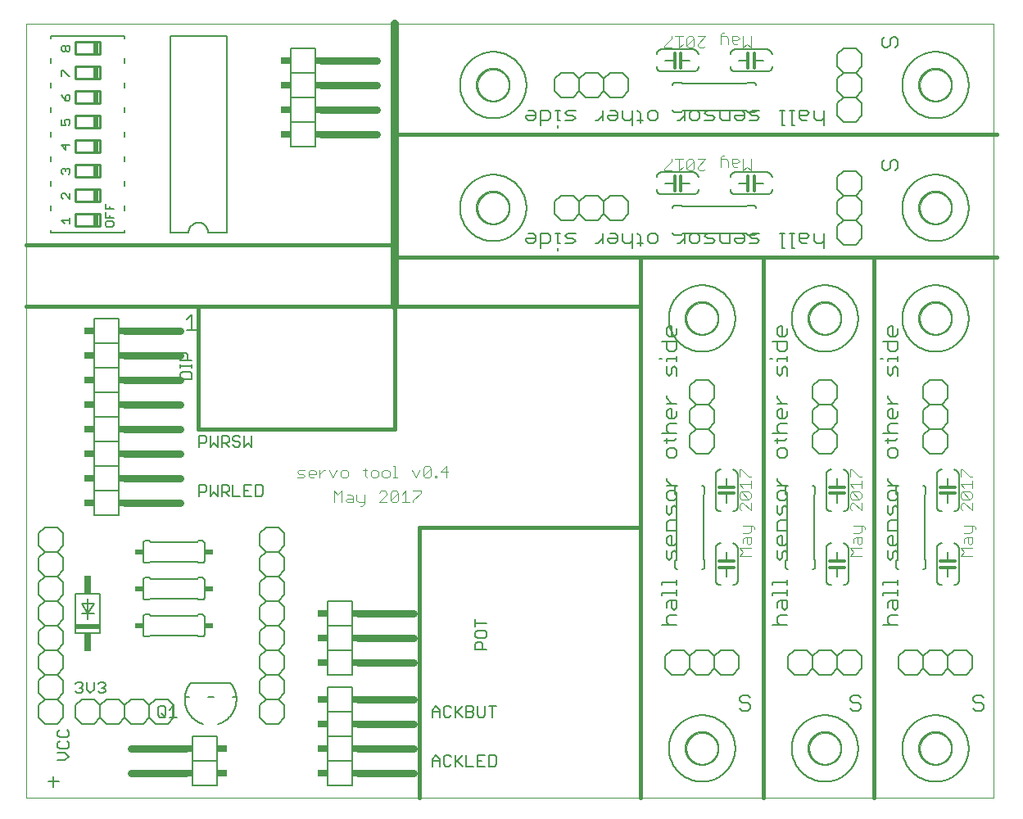
<source format=gto>
G75*
%MOIN*%
%OFA0B0*%
%FSLAX25Y25*%
%IPPOS*%
%LPD*%
%AMOC8*
5,1,8,0,0,1.08239X$1,22.5*
%
%ADD10C,0.00000*%
%ADD11C,0.01600*%
%ADD12C,0.00600*%
%ADD13C,0.03200*%
%ADD14C,0.00500*%
%ADD15C,0.00400*%
%ADD16C,0.03000*%
%ADD17R,0.02000X0.03000*%
%ADD18R,0.04000X0.03000*%
%ADD19R,0.10000X0.02000*%
%ADD20R,0.03000X0.07500*%
%ADD21R,0.03400X0.02400*%
%ADD22C,0.01000*%
%ADD23C,0.01200*%
%ADD24C,0.00800*%
D10*
X0002600Y0002600D02*
X0002600Y0317561D01*
X0396301Y0317561D01*
X0396301Y0002600D01*
X0002600Y0002600D01*
X0271301Y0022600D02*
X0271303Y0022758D01*
X0271309Y0022916D01*
X0271319Y0023074D01*
X0271333Y0023232D01*
X0271351Y0023389D01*
X0271372Y0023546D01*
X0271398Y0023702D01*
X0271428Y0023858D01*
X0271461Y0024013D01*
X0271499Y0024166D01*
X0271540Y0024319D01*
X0271585Y0024471D01*
X0271634Y0024622D01*
X0271687Y0024771D01*
X0271743Y0024919D01*
X0271803Y0025065D01*
X0271867Y0025210D01*
X0271935Y0025353D01*
X0272006Y0025495D01*
X0272080Y0025635D01*
X0272158Y0025772D01*
X0272240Y0025908D01*
X0272324Y0026042D01*
X0272413Y0026173D01*
X0272504Y0026302D01*
X0272599Y0026429D01*
X0272696Y0026554D01*
X0272797Y0026676D01*
X0272901Y0026795D01*
X0273008Y0026912D01*
X0273118Y0027026D01*
X0273231Y0027137D01*
X0273346Y0027246D01*
X0273464Y0027351D01*
X0273585Y0027453D01*
X0273708Y0027553D01*
X0273834Y0027649D01*
X0273962Y0027742D01*
X0274092Y0027832D01*
X0274225Y0027918D01*
X0274360Y0028002D01*
X0274496Y0028081D01*
X0274635Y0028158D01*
X0274776Y0028230D01*
X0274918Y0028300D01*
X0275062Y0028365D01*
X0275208Y0028427D01*
X0275355Y0028485D01*
X0275504Y0028540D01*
X0275654Y0028591D01*
X0275805Y0028638D01*
X0275957Y0028681D01*
X0276110Y0028720D01*
X0276265Y0028756D01*
X0276420Y0028787D01*
X0276576Y0028815D01*
X0276732Y0028839D01*
X0276889Y0028859D01*
X0277047Y0028875D01*
X0277204Y0028887D01*
X0277363Y0028895D01*
X0277521Y0028899D01*
X0277679Y0028899D01*
X0277837Y0028895D01*
X0277996Y0028887D01*
X0278153Y0028875D01*
X0278311Y0028859D01*
X0278468Y0028839D01*
X0278624Y0028815D01*
X0278780Y0028787D01*
X0278935Y0028756D01*
X0279090Y0028720D01*
X0279243Y0028681D01*
X0279395Y0028638D01*
X0279546Y0028591D01*
X0279696Y0028540D01*
X0279845Y0028485D01*
X0279992Y0028427D01*
X0280138Y0028365D01*
X0280282Y0028300D01*
X0280424Y0028230D01*
X0280565Y0028158D01*
X0280704Y0028081D01*
X0280840Y0028002D01*
X0280975Y0027918D01*
X0281108Y0027832D01*
X0281238Y0027742D01*
X0281366Y0027649D01*
X0281492Y0027553D01*
X0281615Y0027453D01*
X0281736Y0027351D01*
X0281854Y0027246D01*
X0281969Y0027137D01*
X0282082Y0027026D01*
X0282192Y0026912D01*
X0282299Y0026795D01*
X0282403Y0026676D01*
X0282504Y0026554D01*
X0282601Y0026429D01*
X0282696Y0026302D01*
X0282787Y0026173D01*
X0282876Y0026042D01*
X0282960Y0025908D01*
X0283042Y0025772D01*
X0283120Y0025635D01*
X0283194Y0025495D01*
X0283265Y0025353D01*
X0283333Y0025210D01*
X0283397Y0025065D01*
X0283457Y0024919D01*
X0283513Y0024771D01*
X0283566Y0024622D01*
X0283615Y0024471D01*
X0283660Y0024319D01*
X0283701Y0024166D01*
X0283739Y0024013D01*
X0283772Y0023858D01*
X0283802Y0023702D01*
X0283828Y0023546D01*
X0283849Y0023389D01*
X0283867Y0023232D01*
X0283881Y0023074D01*
X0283891Y0022916D01*
X0283897Y0022758D01*
X0283899Y0022600D01*
X0283897Y0022442D01*
X0283891Y0022284D01*
X0283881Y0022126D01*
X0283867Y0021968D01*
X0283849Y0021811D01*
X0283828Y0021654D01*
X0283802Y0021498D01*
X0283772Y0021342D01*
X0283739Y0021187D01*
X0283701Y0021034D01*
X0283660Y0020881D01*
X0283615Y0020729D01*
X0283566Y0020578D01*
X0283513Y0020429D01*
X0283457Y0020281D01*
X0283397Y0020135D01*
X0283333Y0019990D01*
X0283265Y0019847D01*
X0283194Y0019705D01*
X0283120Y0019565D01*
X0283042Y0019428D01*
X0282960Y0019292D01*
X0282876Y0019158D01*
X0282787Y0019027D01*
X0282696Y0018898D01*
X0282601Y0018771D01*
X0282504Y0018646D01*
X0282403Y0018524D01*
X0282299Y0018405D01*
X0282192Y0018288D01*
X0282082Y0018174D01*
X0281969Y0018063D01*
X0281854Y0017954D01*
X0281736Y0017849D01*
X0281615Y0017747D01*
X0281492Y0017647D01*
X0281366Y0017551D01*
X0281238Y0017458D01*
X0281108Y0017368D01*
X0280975Y0017282D01*
X0280840Y0017198D01*
X0280704Y0017119D01*
X0280565Y0017042D01*
X0280424Y0016970D01*
X0280282Y0016900D01*
X0280138Y0016835D01*
X0279992Y0016773D01*
X0279845Y0016715D01*
X0279696Y0016660D01*
X0279546Y0016609D01*
X0279395Y0016562D01*
X0279243Y0016519D01*
X0279090Y0016480D01*
X0278935Y0016444D01*
X0278780Y0016413D01*
X0278624Y0016385D01*
X0278468Y0016361D01*
X0278311Y0016341D01*
X0278153Y0016325D01*
X0277996Y0016313D01*
X0277837Y0016305D01*
X0277679Y0016301D01*
X0277521Y0016301D01*
X0277363Y0016305D01*
X0277204Y0016313D01*
X0277047Y0016325D01*
X0276889Y0016341D01*
X0276732Y0016361D01*
X0276576Y0016385D01*
X0276420Y0016413D01*
X0276265Y0016444D01*
X0276110Y0016480D01*
X0275957Y0016519D01*
X0275805Y0016562D01*
X0275654Y0016609D01*
X0275504Y0016660D01*
X0275355Y0016715D01*
X0275208Y0016773D01*
X0275062Y0016835D01*
X0274918Y0016900D01*
X0274776Y0016970D01*
X0274635Y0017042D01*
X0274496Y0017119D01*
X0274360Y0017198D01*
X0274225Y0017282D01*
X0274092Y0017368D01*
X0273962Y0017458D01*
X0273834Y0017551D01*
X0273708Y0017647D01*
X0273585Y0017747D01*
X0273464Y0017849D01*
X0273346Y0017954D01*
X0273231Y0018063D01*
X0273118Y0018174D01*
X0273008Y0018288D01*
X0272901Y0018405D01*
X0272797Y0018524D01*
X0272696Y0018646D01*
X0272599Y0018771D01*
X0272504Y0018898D01*
X0272413Y0019027D01*
X0272324Y0019158D01*
X0272240Y0019292D01*
X0272158Y0019428D01*
X0272080Y0019565D01*
X0272006Y0019705D01*
X0271935Y0019847D01*
X0271867Y0019990D01*
X0271803Y0020135D01*
X0271743Y0020281D01*
X0271687Y0020429D01*
X0271634Y0020578D01*
X0271585Y0020729D01*
X0271540Y0020881D01*
X0271499Y0021034D01*
X0271461Y0021187D01*
X0271428Y0021342D01*
X0271398Y0021498D01*
X0271372Y0021654D01*
X0271351Y0021811D01*
X0271333Y0021968D01*
X0271319Y0022126D01*
X0271309Y0022284D01*
X0271303Y0022442D01*
X0271301Y0022600D01*
X0321301Y0022600D02*
X0321303Y0022758D01*
X0321309Y0022916D01*
X0321319Y0023074D01*
X0321333Y0023232D01*
X0321351Y0023389D01*
X0321372Y0023546D01*
X0321398Y0023702D01*
X0321428Y0023858D01*
X0321461Y0024013D01*
X0321499Y0024166D01*
X0321540Y0024319D01*
X0321585Y0024471D01*
X0321634Y0024622D01*
X0321687Y0024771D01*
X0321743Y0024919D01*
X0321803Y0025065D01*
X0321867Y0025210D01*
X0321935Y0025353D01*
X0322006Y0025495D01*
X0322080Y0025635D01*
X0322158Y0025772D01*
X0322240Y0025908D01*
X0322324Y0026042D01*
X0322413Y0026173D01*
X0322504Y0026302D01*
X0322599Y0026429D01*
X0322696Y0026554D01*
X0322797Y0026676D01*
X0322901Y0026795D01*
X0323008Y0026912D01*
X0323118Y0027026D01*
X0323231Y0027137D01*
X0323346Y0027246D01*
X0323464Y0027351D01*
X0323585Y0027453D01*
X0323708Y0027553D01*
X0323834Y0027649D01*
X0323962Y0027742D01*
X0324092Y0027832D01*
X0324225Y0027918D01*
X0324360Y0028002D01*
X0324496Y0028081D01*
X0324635Y0028158D01*
X0324776Y0028230D01*
X0324918Y0028300D01*
X0325062Y0028365D01*
X0325208Y0028427D01*
X0325355Y0028485D01*
X0325504Y0028540D01*
X0325654Y0028591D01*
X0325805Y0028638D01*
X0325957Y0028681D01*
X0326110Y0028720D01*
X0326265Y0028756D01*
X0326420Y0028787D01*
X0326576Y0028815D01*
X0326732Y0028839D01*
X0326889Y0028859D01*
X0327047Y0028875D01*
X0327204Y0028887D01*
X0327363Y0028895D01*
X0327521Y0028899D01*
X0327679Y0028899D01*
X0327837Y0028895D01*
X0327996Y0028887D01*
X0328153Y0028875D01*
X0328311Y0028859D01*
X0328468Y0028839D01*
X0328624Y0028815D01*
X0328780Y0028787D01*
X0328935Y0028756D01*
X0329090Y0028720D01*
X0329243Y0028681D01*
X0329395Y0028638D01*
X0329546Y0028591D01*
X0329696Y0028540D01*
X0329845Y0028485D01*
X0329992Y0028427D01*
X0330138Y0028365D01*
X0330282Y0028300D01*
X0330424Y0028230D01*
X0330565Y0028158D01*
X0330704Y0028081D01*
X0330840Y0028002D01*
X0330975Y0027918D01*
X0331108Y0027832D01*
X0331238Y0027742D01*
X0331366Y0027649D01*
X0331492Y0027553D01*
X0331615Y0027453D01*
X0331736Y0027351D01*
X0331854Y0027246D01*
X0331969Y0027137D01*
X0332082Y0027026D01*
X0332192Y0026912D01*
X0332299Y0026795D01*
X0332403Y0026676D01*
X0332504Y0026554D01*
X0332601Y0026429D01*
X0332696Y0026302D01*
X0332787Y0026173D01*
X0332876Y0026042D01*
X0332960Y0025908D01*
X0333042Y0025772D01*
X0333120Y0025635D01*
X0333194Y0025495D01*
X0333265Y0025353D01*
X0333333Y0025210D01*
X0333397Y0025065D01*
X0333457Y0024919D01*
X0333513Y0024771D01*
X0333566Y0024622D01*
X0333615Y0024471D01*
X0333660Y0024319D01*
X0333701Y0024166D01*
X0333739Y0024013D01*
X0333772Y0023858D01*
X0333802Y0023702D01*
X0333828Y0023546D01*
X0333849Y0023389D01*
X0333867Y0023232D01*
X0333881Y0023074D01*
X0333891Y0022916D01*
X0333897Y0022758D01*
X0333899Y0022600D01*
X0333897Y0022442D01*
X0333891Y0022284D01*
X0333881Y0022126D01*
X0333867Y0021968D01*
X0333849Y0021811D01*
X0333828Y0021654D01*
X0333802Y0021498D01*
X0333772Y0021342D01*
X0333739Y0021187D01*
X0333701Y0021034D01*
X0333660Y0020881D01*
X0333615Y0020729D01*
X0333566Y0020578D01*
X0333513Y0020429D01*
X0333457Y0020281D01*
X0333397Y0020135D01*
X0333333Y0019990D01*
X0333265Y0019847D01*
X0333194Y0019705D01*
X0333120Y0019565D01*
X0333042Y0019428D01*
X0332960Y0019292D01*
X0332876Y0019158D01*
X0332787Y0019027D01*
X0332696Y0018898D01*
X0332601Y0018771D01*
X0332504Y0018646D01*
X0332403Y0018524D01*
X0332299Y0018405D01*
X0332192Y0018288D01*
X0332082Y0018174D01*
X0331969Y0018063D01*
X0331854Y0017954D01*
X0331736Y0017849D01*
X0331615Y0017747D01*
X0331492Y0017647D01*
X0331366Y0017551D01*
X0331238Y0017458D01*
X0331108Y0017368D01*
X0330975Y0017282D01*
X0330840Y0017198D01*
X0330704Y0017119D01*
X0330565Y0017042D01*
X0330424Y0016970D01*
X0330282Y0016900D01*
X0330138Y0016835D01*
X0329992Y0016773D01*
X0329845Y0016715D01*
X0329696Y0016660D01*
X0329546Y0016609D01*
X0329395Y0016562D01*
X0329243Y0016519D01*
X0329090Y0016480D01*
X0328935Y0016444D01*
X0328780Y0016413D01*
X0328624Y0016385D01*
X0328468Y0016361D01*
X0328311Y0016341D01*
X0328153Y0016325D01*
X0327996Y0016313D01*
X0327837Y0016305D01*
X0327679Y0016301D01*
X0327521Y0016301D01*
X0327363Y0016305D01*
X0327204Y0016313D01*
X0327047Y0016325D01*
X0326889Y0016341D01*
X0326732Y0016361D01*
X0326576Y0016385D01*
X0326420Y0016413D01*
X0326265Y0016444D01*
X0326110Y0016480D01*
X0325957Y0016519D01*
X0325805Y0016562D01*
X0325654Y0016609D01*
X0325504Y0016660D01*
X0325355Y0016715D01*
X0325208Y0016773D01*
X0325062Y0016835D01*
X0324918Y0016900D01*
X0324776Y0016970D01*
X0324635Y0017042D01*
X0324496Y0017119D01*
X0324360Y0017198D01*
X0324225Y0017282D01*
X0324092Y0017368D01*
X0323962Y0017458D01*
X0323834Y0017551D01*
X0323708Y0017647D01*
X0323585Y0017747D01*
X0323464Y0017849D01*
X0323346Y0017954D01*
X0323231Y0018063D01*
X0323118Y0018174D01*
X0323008Y0018288D01*
X0322901Y0018405D01*
X0322797Y0018524D01*
X0322696Y0018646D01*
X0322599Y0018771D01*
X0322504Y0018898D01*
X0322413Y0019027D01*
X0322324Y0019158D01*
X0322240Y0019292D01*
X0322158Y0019428D01*
X0322080Y0019565D01*
X0322006Y0019705D01*
X0321935Y0019847D01*
X0321867Y0019990D01*
X0321803Y0020135D01*
X0321743Y0020281D01*
X0321687Y0020429D01*
X0321634Y0020578D01*
X0321585Y0020729D01*
X0321540Y0020881D01*
X0321499Y0021034D01*
X0321461Y0021187D01*
X0321428Y0021342D01*
X0321398Y0021498D01*
X0321372Y0021654D01*
X0321351Y0021811D01*
X0321333Y0021968D01*
X0321319Y0022126D01*
X0321309Y0022284D01*
X0321303Y0022442D01*
X0321301Y0022600D01*
X0366301Y0022600D02*
X0366303Y0022758D01*
X0366309Y0022916D01*
X0366319Y0023074D01*
X0366333Y0023232D01*
X0366351Y0023389D01*
X0366372Y0023546D01*
X0366398Y0023702D01*
X0366428Y0023858D01*
X0366461Y0024013D01*
X0366499Y0024166D01*
X0366540Y0024319D01*
X0366585Y0024471D01*
X0366634Y0024622D01*
X0366687Y0024771D01*
X0366743Y0024919D01*
X0366803Y0025065D01*
X0366867Y0025210D01*
X0366935Y0025353D01*
X0367006Y0025495D01*
X0367080Y0025635D01*
X0367158Y0025772D01*
X0367240Y0025908D01*
X0367324Y0026042D01*
X0367413Y0026173D01*
X0367504Y0026302D01*
X0367599Y0026429D01*
X0367696Y0026554D01*
X0367797Y0026676D01*
X0367901Y0026795D01*
X0368008Y0026912D01*
X0368118Y0027026D01*
X0368231Y0027137D01*
X0368346Y0027246D01*
X0368464Y0027351D01*
X0368585Y0027453D01*
X0368708Y0027553D01*
X0368834Y0027649D01*
X0368962Y0027742D01*
X0369092Y0027832D01*
X0369225Y0027918D01*
X0369360Y0028002D01*
X0369496Y0028081D01*
X0369635Y0028158D01*
X0369776Y0028230D01*
X0369918Y0028300D01*
X0370062Y0028365D01*
X0370208Y0028427D01*
X0370355Y0028485D01*
X0370504Y0028540D01*
X0370654Y0028591D01*
X0370805Y0028638D01*
X0370957Y0028681D01*
X0371110Y0028720D01*
X0371265Y0028756D01*
X0371420Y0028787D01*
X0371576Y0028815D01*
X0371732Y0028839D01*
X0371889Y0028859D01*
X0372047Y0028875D01*
X0372204Y0028887D01*
X0372363Y0028895D01*
X0372521Y0028899D01*
X0372679Y0028899D01*
X0372837Y0028895D01*
X0372996Y0028887D01*
X0373153Y0028875D01*
X0373311Y0028859D01*
X0373468Y0028839D01*
X0373624Y0028815D01*
X0373780Y0028787D01*
X0373935Y0028756D01*
X0374090Y0028720D01*
X0374243Y0028681D01*
X0374395Y0028638D01*
X0374546Y0028591D01*
X0374696Y0028540D01*
X0374845Y0028485D01*
X0374992Y0028427D01*
X0375138Y0028365D01*
X0375282Y0028300D01*
X0375424Y0028230D01*
X0375565Y0028158D01*
X0375704Y0028081D01*
X0375840Y0028002D01*
X0375975Y0027918D01*
X0376108Y0027832D01*
X0376238Y0027742D01*
X0376366Y0027649D01*
X0376492Y0027553D01*
X0376615Y0027453D01*
X0376736Y0027351D01*
X0376854Y0027246D01*
X0376969Y0027137D01*
X0377082Y0027026D01*
X0377192Y0026912D01*
X0377299Y0026795D01*
X0377403Y0026676D01*
X0377504Y0026554D01*
X0377601Y0026429D01*
X0377696Y0026302D01*
X0377787Y0026173D01*
X0377876Y0026042D01*
X0377960Y0025908D01*
X0378042Y0025772D01*
X0378120Y0025635D01*
X0378194Y0025495D01*
X0378265Y0025353D01*
X0378333Y0025210D01*
X0378397Y0025065D01*
X0378457Y0024919D01*
X0378513Y0024771D01*
X0378566Y0024622D01*
X0378615Y0024471D01*
X0378660Y0024319D01*
X0378701Y0024166D01*
X0378739Y0024013D01*
X0378772Y0023858D01*
X0378802Y0023702D01*
X0378828Y0023546D01*
X0378849Y0023389D01*
X0378867Y0023232D01*
X0378881Y0023074D01*
X0378891Y0022916D01*
X0378897Y0022758D01*
X0378899Y0022600D01*
X0378897Y0022442D01*
X0378891Y0022284D01*
X0378881Y0022126D01*
X0378867Y0021968D01*
X0378849Y0021811D01*
X0378828Y0021654D01*
X0378802Y0021498D01*
X0378772Y0021342D01*
X0378739Y0021187D01*
X0378701Y0021034D01*
X0378660Y0020881D01*
X0378615Y0020729D01*
X0378566Y0020578D01*
X0378513Y0020429D01*
X0378457Y0020281D01*
X0378397Y0020135D01*
X0378333Y0019990D01*
X0378265Y0019847D01*
X0378194Y0019705D01*
X0378120Y0019565D01*
X0378042Y0019428D01*
X0377960Y0019292D01*
X0377876Y0019158D01*
X0377787Y0019027D01*
X0377696Y0018898D01*
X0377601Y0018771D01*
X0377504Y0018646D01*
X0377403Y0018524D01*
X0377299Y0018405D01*
X0377192Y0018288D01*
X0377082Y0018174D01*
X0376969Y0018063D01*
X0376854Y0017954D01*
X0376736Y0017849D01*
X0376615Y0017747D01*
X0376492Y0017647D01*
X0376366Y0017551D01*
X0376238Y0017458D01*
X0376108Y0017368D01*
X0375975Y0017282D01*
X0375840Y0017198D01*
X0375704Y0017119D01*
X0375565Y0017042D01*
X0375424Y0016970D01*
X0375282Y0016900D01*
X0375138Y0016835D01*
X0374992Y0016773D01*
X0374845Y0016715D01*
X0374696Y0016660D01*
X0374546Y0016609D01*
X0374395Y0016562D01*
X0374243Y0016519D01*
X0374090Y0016480D01*
X0373935Y0016444D01*
X0373780Y0016413D01*
X0373624Y0016385D01*
X0373468Y0016361D01*
X0373311Y0016341D01*
X0373153Y0016325D01*
X0372996Y0016313D01*
X0372837Y0016305D01*
X0372679Y0016301D01*
X0372521Y0016301D01*
X0372363Y0016305D01*
X0372204Y0016313D01*
X0372047Y0016325D01*
X0371889Y0016341D01*
X0371732Y0016361D01*
X0371576Y0016385D01*
X0371420Y0016413D01*
X0371265Y0016444D01*
X0371110Y0016480D01*
X0370957Y0016519D01*
X0370805Y0016562D01*
X0370654Y0016609D01*
X0370504Y0016660D01*
X0370355Y0016715D01*
X0370208Y0016773D01*
X0370062Y0016835D01*
X0369918Y0016900D01*
X0369776Y0016970D01*
X0369635Y0017042D01*
X0369496Y0017119D01*
X0369360Y0017198D01*
X0369225Y0017282D01*
X0369092Y0017368D01*
X0368962Y0017458D01*
X0368834Y0017551D01*
X0368708Y0017647D01*
X0368585Y0017747D01*
X0368464Y0017849D01*
X0368346Y0017954D01*
X0368231Y0018063D01*
X0368118Y0018174D01*
X0368008Y0018288D01*
X0367901Y0018405D01*
X0367797Y0018524D01*
X0367696Y0018646D01*
X0367599Y0018771D01*
X0367504Y0018898D01*
X0367413Y0019027D01*
X0367324Y0019158D01*
X0367240Y0019292D01*
X0367158Y0019428D01*
X0367080Y0019565D01*
X0367006Y0019705D01*
X0366935Y0019847D01*
X0366867Y0019990D01*
X0366803Y0020135D01*
X0366743Y0020281D01*
X0366687Y0020429D01*
X0366634Y0020578D01*
X0366585Y0020729D01*
X0366540Y0020881D01*
X0366499Y0021034D01*
X0366461Y0021187D01*
X0366428Y0021342D01*
X0366398Y0021498D01*
X0366372Y0021654D01*
X0366351Y0021811D01*
X0366333Y0021968D01*
X0366319Y0022126D01*
X0366309Y0022284D01*
X0366303Y0022442D01*
X0366301Y0022600D01*
X0366301Y0197600D02*
X0366303Y0197758D01*
X0366309Y0197916D01*
X0366319Y0198074D01*
X0366333Y0198232D01*
X0366351Y0198389D01*
X0366372Y0198546D01*
X0366398Y0198702D01*
X0366428Y0198858D01*
X0366461Y0199013D01*
X0366499Y0199166D01*
X0366540Y0199319D01*
X0366585Y0199471D01*
X0366634Y0199622D01*
X0366687Y0199771D01*
X0366743Y0199919D01*
X0366803Y0200065D01*
X0366867Y0200210D01*
X0366935Y0200353D01*
X0367006Y0200495D01*
X0367080Y0200635D01*
X0367158Y0200772D01*
X0367240Y0200908D01*
X0367324Y0201042D01*
X0367413Y0201173D01*
X0367504Y0201302D01*
X0367599Y0201429D01*
X0367696Y0201554D01*
X0367797Y0201676D01*
X0367901Y0201795D01*
X0368008Y0201912D01*
X0368118Y0202026D01*
X0368231Y0202137D01*
X0368346Y0202246D01*
X0368464Y0202351D01*
X0368585Y0202453D01*
X0368708Y0202553D01*
X0368834Y0202649D01*
X0368962Y0202742D01*
X0369092Y0202832D01*
X0369225Y0202918D01*
X0369360Y0203002D01*
X0369496Y0203081D01*
X0369635Y0203158D01*
X0369776Y0203230D01*
X0369918Y0203300D01*
X0370062Y0203365D01*
X0370208Y0203427D01*
X0370355Y0203485D01*
X0370504Y0203540D01*
X0370654Y0203591D01*
X0370805Y0203638D01*
X0370957Y0203681D01*
X0371110Y0203720D01*
X0371265Y0203756D01*
X0371420Y0203787D01*
X0371576Y0203815D01*
X0371732Y0203839D01*
X0371889Y0203859D01*
X0372047Y0203875D01*
X0372204Y0203887D01*
X0372363Y0203895D01*
X0372521Y0203899D01*
X0372679Y0203899D01*
X0372837Y0203895D01*
X0372996Y0203887D01*
X0373153Y0203875D01*
X0373311Y0203859D01*
X0373468Y0203839D01*
X0373624Y0203815D01*
X0373780Y0203787D01*
X0373935Y0203756D01*
X0374090Y0203720D01*
X0374243Y0203681D01*
X0374395Y0203638D01*
X0374546Y0203591D01*
X0374696Y0203540D01*
X0374845Y0203485D01*
X0374992Y0203427D01*
X0375138Y0203365D01*
X0375282Y0203300D01*
X0375424Y0203230D01*
X0375565Y0203158D01*
X0375704Y0203081D01*
X0375840Y0203002D01*
X0375975Y0202918D01*
X0376108Y0202832D01*
X0376238Y0202742D01*
X0376366Y0202649D01*
X0376492Y0202553D01*
X0376615Y0202453D01*
X0376736Y0202351D01*
X0376854Y0202246D01*
X0376969Y0202137D01*
X0377082Y0202026D01*
X0377192Y0201912D01*
X0377299Y0201795D01*
X0377403Y0201676D01*
X0377504Y0201554D01*
X0377601Y0201429D01*
X0377696Y0201302D01*
X0377787Y0201173D01*
X0377876Y0201042D01*
X0377960Y0200908D01*
X0378042Y0200772D01*
X0378120Y0200635D01*
X0378194Y0200495D01*
X0378265Y0200353D01*
X0378333Y0200210D01*
X0378397Y0200065D01*
X0378457Y0199919D01*
X0378513Y0199771D01*
X0378566Y0199622D01*
X0378615Y0199471D01*
X0378660Y0199319D01*
X0378701Y0199166D01*
X0378739Y0199013D01*
X0378772Y0198858D01*
X0378802Y0198702D01*
X0378828Y0198546D01*
X0378849Y0198389D01*
X0378867Y0198232D01*
X0378881Y0198074D01*
X0378891Y0197916D01*
X0378897Y0197758D01*
X0378899Y0197600D01*
X0378897Y0197442D01*
X0378891Y0197284D01*
X0378881Y0197126D01*
X0378867Y0196968D01*
X0378849Y0196811D01*
X0378828Y0196654D01*
X0378802Y0196498D01*
X0378772Y0196342D01*
X0378739Y0196187D01*
X0378701Y0196034D01*
X0378660Y0195881D01*
X0378615Y0195729D01*
X0378566Y0195578D01*
X0378513Y0195429D01*
X0378457Y0195281D01*
X0378397Y0195135D01*
X0378333Y0194990D01*
X0378265Y0194847D01*
X0378194Y0194705D01*
X0378120Y0194565D01*
X0378042Y0194428D01*
X0377960Y0194292D01*
X0377876Y0194158D01*
X0377787Y0194027D01*
X0377696Y0193898D01*
X0377601Y0193771D01*
X0377504Y0193646D01*
X0377403Y0193524D01*
X0377299Y0193405D01*
X0377192Y0193288D01*
X0377082Y0193174D01*
X0376969Y0193063D01*
X0376854Y0192954D01*
X0376736Y0192849D01*
X0376615Y0192747D01*
X0376492Y0192647D01*
X0376366Y0192551D01*
X0376238Y0192458D01*
X0376108Y0192368D01*
X0375975Y0192282D01*
X0375840Y0192198D01*
X0375704Y0192119D01*
X0375565Y0192042D01*
X0375424Y0191970D01*
X0375282Y0191900D01*
X0375138Y0191835D01*
X0374992Y0191773D01*
X0374845Y0191715D01*
X0374696Y0191660D01*
X0374546Y0191609D01*
X0374395Y0191562D01*
X0374243Y0191519D01*
X0374090Y0191480D01*
X0373935Y0191444D01*
X0373780Y0191413D01*
X0373624Y0191385D01*
X0373468Y0191361D01*
X0373311Y0191341D01*
X0373153Y0191325D01*
X0372996Y0191313D01*
X0372837Y0191305D01*
X0372679Y0191301D01*
X0372521Y0191301D01*
X0372363Y0191305D01*
X0372204Y0191313D01*
X0372047Y0191325D01*
X0371889Y0191341D01*
X0371732Y0191361D01*
X0371576Y0191385D01*
X0371420Y0191413D01*
X0371265Y0191444D01*
X0371110Y0191480D01*
X0370957Y0191519D01*
X0370805Y0191562D01*
X0370654Y0191609D01*
X0370504Y0191660D01*
X0370355Y0191715D01*
X0370208Y0191773D01*
X0370062Y0191835D01*
X0369918Y0191900D01*
X0369776Y0191970D01*
X0369635Y0192042D01*
X0369496Y0192119D01*
X0369360Y0192198D01*
X0369225Y0192282D01*
X0369092Y0192368D01*
X0368962Y0192458D01*
X0368834Y0192551D01*
X0368708Y0192647D01*
X0368585Y0192747D01*
X0368464Y0192849D01*
X0368346Y0192954D01*
X0368231Y0193063D01*
X0368118Y0193174D01*
X0368008Y0193288D01*
X0367901Y0193405D01*
X0367797Y0193524D01*
X0367696Y0193646D01*
X0367599Y0193771D01*
X0367504Y0193898D01*
X0367413Y0194027D01*
X0367324Y0194158D01*
X0367240Y0194292D01*
X0367158Y0194428D01*
X0367080Y0194565D01*
X0367006Y0194705D01*
X0366935Y0194847D01*
X0366867Y0194990D01*
X0366803Y0195135D01*
X0366743Y0195281D01*
X0366687Y0195429D01*
X0366634Y0195578D01*
X0366585Y0195729D01*
X0366540Y0195881D01*
X0366499Y0196034D01*
X0366461Y0196187D01*
X0366428Y0196342D01*
X0366398Y0196498D01*
X0366372Y0196654D01*
X0366351Y0196811D01*
X0366333Y0196968D01*
X0366319Y0197126D01*
X0366309Y0197284D01*
X0366303Y0197442D01*
X0366301Y0197600D01*
X0321301Y0197600D02*
X0321303Y0197758D01*
X0321309Y0197916D01*
X0321319Y0198074D01*
X0321333Y0198232D01*
X0321351Y0198389D01*
X0321372Y0198546D01*
X0321398Y0198702D01*
X0321428Y0198858D01*
X0321461Y0199013D01*
X0321499Y0199166D01*
X0321540Y0199319D01*
X0321585Y0199471D01*
X0321634Y0199622D01*
X0321687Y0199771D01*
X0321743Y0199919D01*
X0321803Y0200065D01*
X0321867Y0200210D01*
X0321935Y0200353D01*
X0322006Y0200495D01*
X0322080Y0200635D01*
X0322158Y0200772D01*
X0322240Y0200908D01*
X0322324Y0201042D01*
X0322413Y0201173D01*
X0322504Y0201302D01*
X0322599Y0201429D01*
X0322696Y0201554D01*
X0322797Y0201676D01*
X0322901Y0201795D01*
X0323008Y0201912D01*
X0323118Y0202026D01*
X0323231Y0202137D01*
X0323346Y0202246D01*
X0323464Y0202351D01*
X0323585Y0202453D01*
X0323708Y0202553D01*
X0323834Y0202649D01*
X0323962Y0202742D01*
X0324092Y0202832D01*
X0324225Y0202918D01*
X0324360Y0203002D01*
X0324496Y0203081D01*
X0324635Y0203158D01*
X0324776Y0203230D01*
X0324918Y0203300D01*
X0325062Y0203365D01*
X0325208Y0203427D01*
X0325355Y0203485D01*
X0325504Y0203540D01*
X0325654Y0203591D01*
X0325805Y0203638D01*
X0325957Y0203681D01*
X0326110Y0203720D01*
X0326265Y0203756D01*
X0326420Y0203787D01*
X0326576Y0203815D01*
X0326732Y0203839D01*
X0326889Y0203859D01*
X0327047Y0203875D01*
X0327204Y0203887D01*
X0327363Y0203895D01*
X0327521Y0203899D01*
X0327679Y0203899D01*
X0327837Y0203895D01*
X0327996Y0203887D01*
X0328153Y0203875D01*
X0328311Y0203859D01*
X0328468Y0203839D01*
X0328624Y0203815D01*
X0328780Y0203787D01*
X0328935Y0203756D01*
X0329090Y0203720D01*
X0329243Y0203681D01*
X0329395Y0203638D01*
X0329546Y0203591D01*
X0329696Y0203540D01*
X0329845Y0203485D01*
X0329992Y0203427D01*
X0330138Y0203365D01*
X0330282Y0203300D01*
X0330424Y0203230D01*
X0330565Y0203158D01*
X0330704Y0203081D01*
X0330840Y0203002D01*
X0330975Y0202918D01*
X0331108Y0202832D01*
X0331238Y0202742D01*
X0331366Y0202649D01*
X0331492Y0202553D01*
X0331615Y0202453D01*
X0331736Y0202351D01*
X0331854Y0202246D01*
X0331969Y0202137D01*
X0332082Y0202026D01*
X0332192Y0201912D01*
X0332299Y0201795D01*
X0332403Y0201676D01*
X0332504Y0201554D01*
X0332601Y0201429D01*
X0332696Y0201302D01*
X0332787Y0201173D01*
X0332876Y0201042D01*
X0332960Y0200908D01*
X0333042Y0200772D01*
X0333120Y0200635D01*
X0333194Y0200495D01*
X0333265Y0200353D01*
X0333333Y0200210D01*
X0333397Y0200065D01*
X0333457Y0199919D01*
X0333513Y0199771D01*
X0333566Y0199622D01*
X0333615Y0199471D01*
X0333660Y0199319D01*
X0333701Y0199166D01*
X0333739Y0199013D01*
X0333772Y0198858D01*
X0333802Y0198702D01*
X0333828Y0198546D01*
X0333849Y0198389D01*
X0333867Y0198232D01*
X0333881Y0198074D01*
X0333891Y0197916D01*
X0333897Y0197758D01*
X0333899Y0197600D01*
X0333897Y0197442D01*
X0333891Y0197284D01*
X0333881Y0197126D01*
X0333867Y0196968D01*
X0333849Y0196811D01*
X0333828Y0196654D01*
X0333802Y0196498D01*
X0333772Y0196342D01*
X0333739Y0196187D01*
X0333701Y0196034D01*
X0333660Y0195881D01*
X0333615Y0195729D01*
X0333566Y0195578D01*
X0333513Y0195429D01*
X0333457Y0195281D01*
X0333397Y0195135D01*
X0333333Y0194990D01*
X0333265Y0194847D01*
X0333194Y0194705D01*
X0333120Y0194565D01*
X0333042Y0194428D01*
X0332960Y0194292D01*
X0332876Y0194158D01*
X0332787Y0194027D01*
X0332696Y0193898D01*
X0332601Y0193771D01*
X0332504Y0193646D01*
X0332403Y0193524D01*
X0332299Y0193405D01*
X0332192Y0193288D01*
X0332082Y0193174D01*
X0331969Y0193063D01*
X0331854Y0192954D01*
X0331736Y0192849D01*
X0331615Y0192747D01*
X0331492Y0192647D01*
X0331366Y0192551D01*
X0331238Y0192458D01*
X0331108Y0192368D01*
X0330975Y0192282D01*
X0330840Y0192198D01*
X0330704Y0192119D01*
X0330565Y0192042D01*
X0330424Y0191970D01*
X0330282Y0191900D01*
X0330138Y0191835D01*
X0329992Y0191773D01*
X0329845Y0191715D01*
X0329696Y0191660D01*
X0329546Y0191609D01*
X0329395Y0191562D01*
X0329243Y0191519D01*
X0329090Y0191480D01*
X0328935Y0191444D01*
X0328780Y0191413D01*
X0328624Y0191385D01*
X0328468Y0191361D01*
X0328311Y0191341D01*
X0328153Y0191325D01*
X0327996Y0191313D01*
X0327837Y0191305D01*
X0327679Y0191301D01*
X0327521Y0191301D01*
X0327363Y0191305D01*
X0327204Y0191313D01*
X0327047Y0191325D01*
X0326889Y0191341D01*
X0326732Y0191361D01*
X0326576Y0191385D01*
X0326420Y0191413D01*
X0326265Y0191444D01*
X0326110Y0191480D01*
X0325957Y0191519D01*
X0325805Y0191562D01*
X0325654Y0191609D01*
X0325504Y0191660D01*
X0325355Y0191715D01*
X0325208Y0191773D01*
X0325062Y0191835D01*
X0324918Y0191900D01*
X0324776Y0191970D01*
X0324635Y0192042D01*
X0324496Y0192119D01*
X0324360Y0192198D01*
X0324225Y0192282D01*
X0324092Y0192368D01*
X0323962Y0192458D01*
X0323834Y0192551D01*
X0323708Y0192647D01*
X0323585Y0192747D01*
X0323464Y0192849D01*
X0323346Y0192954D01*
X0323231Y0193063D01*
X0323118Y0193174D01*
X0323008Y0193288D01*
X0322901Y0193405D01*
X0322797Y0193524D01*
X0322696Y0193646D01*
X0322599Y0193771D01*
X0322504Y0193898D01*
X0322413Y0194027D01*
X0322324Y0194158D01*
X0322240Y0194292D01*
X0322158Y0194428D01*
X0322080Y0194565D01*
X0322006Y0194705D01*
X0321935Y0194847D01*
X0321867Y0194990D01*
X0321803Y0195135D01*
X0321743Y0195281D01*
X0321687Y0195429D01*
X0321634Y0195578D01*
X0321585Y0195729D01*
X0321540Y0195881D01*
X0321499Y0196034D01*
X0321461Y0196187D01*
X0321428Y0196342D01*
X0321398Y0196498D01*
X0321372Y0196654D01*
X0321351Y0196811D01*
X0321333Y0196968D01*
X0321319Y0197126D01*
X0321309Y0197284D01*
X0321303Y0197442D01*
X0321301Y0197600D01*
X0271301Y0197600D02*
X0271303Y0197758D01*
X0271309Y0197916D01*
X0271319Y0198074D01*
X0271333Y0198232D01*
X0271351Y0198389D01*
X0271372Y0198546D01*
X0271398Y0198702D01*
X0271428Y0198858D01*
X0271461Y0199013D01*
X0271499Y0199166D01*
X0271540Y0199319D01*
X0271585Y0199471D01*
X0271634Y0199622D01*
X0271687Y0199771D01*
X0271743Y0199919D01*
X0271803Y0200065D01*
X0271867Y0200210D01*
X0271935Y0200353D01*
X0272006Y0200495D01*
X0272080Y0200635D01*
X0272158Y0200772D01*
X0272240Y0200908D01*
X0272324Y0201042D01*
X0272413Y0201173D01*
X0272504Y0201302D01*
X0272599Y0201429D01*
X0272696Y0201554D01*
X0272797Y0201676D01*
X0272901Y0201795D01*
X0273008Y0201912D01*
X0273118Y0202026D01*
X0273231Y0202137D01*
X0273346Y0202246D01*
X0273464Y0202351D01*
X0273585Y0202453D01*
X0273708Y0202553D01*
X0273834Y0202649D01*
X0273962Y0202742D01*
X0274092Y0202832D01*
X0274225Y0202918D01*
X0274360Y0203002D01*
X0274496Y0203081D01*
X0274635Y0203158D01*
X0274776Y0203230D01*
X0274918Y0203300D01*
X0275062Y0203365D01*
X0275208Y0203427D01*
X0275355Y0203485D01*
X0275504Y0203540D01*
X0275654Y0203591D01*
X0275805Y0203638D01*
X0275957Y0203681D01*
X0276110Y0203720D01*
X0276265Y0203756D01*
X0276420Y0203787D01*
X0276576Y0203815D01*
X0276732Y0203839D01*
X0276889Y0203859D01*
X0277047Y0203875D01*
X0277204Y0203887D01*
X0277363Y0203895D01*
X0277521Y0203899D01*
X0277679Y0203899D01*
X0277837Y0203895D01*
X0277996Y0203887D01*
X0278153Y0203875D01*
X0278311Y0203859D01*
X0278468Y0203839D01*
X0278624Y0203815D01*
X0278780Y0203787D01*
X0278935Y0203756D01*
X0279090Y0203720D01*
X0279243Y0203681D01*
X0279395Y0203638D01*
X0279546Y0203591D01*
X0279696Y0203540D01*
X0279845Y0203485D01*
X0279992Y0203427D01*
X0280138Y0203365D01*
X0280282Y0203300D01*
X0280424Y0203230D01*
X0280565Y0203158D01*
X0280704Y0203081D01*
X0280840Y0203002D01*
X0280975Y0202918D01*
X0281108Y0202832D01*
X0281238Y0202742D01*
X0281366Y0202649D01*
X0281492Y0202553D01*
X0281615Y0202453D01*
X0281736Y0202351D01*
X0281854Y0202246D01*
X0281969Y0202137D01*
X0282082Y0202026D01*
X0282192Y0201912D01*
X0282299Y0201795D01*
X0282403Y0201676D01*
X0282504Y0201554D01*
X0282601Y0201429D01*
X0282696Y0201302D01*
X0282787Y0201173D01*
X0282876Y0201042D01*
X0282960Y0200908D01*
X0283042Y0200772D01*
X0283120Y0200635D01*
X0283194Y0200495D01*
X0283265Y0200353D01*
X0283333Y0200210D01*
X0283397Y0200065D01*
X0283457Y0199919D01*
X0283513Y0199771D01*
X0283566Y0199622D01*
X0283615Y0199471D01*
X0283660Y0199319D01*
X0283701Y0199166D01*
X0283739Y0199013D01*
X0283772Y0198858D01*
X0283802Y0198702D01*
X0283828Y0198546D01*
X0283849Y0198389D01*
X0283867Y0198232D01*
X0283881Y0198074D01*
X0283891Y0197916D01*
X0283897Y0197758D01*
X0283899Y0197600D01*
X0283897Y0197442D01*
X0283891Y0197284D01*
X0283881Y0197126D01*
X0283867Y0196968D01*
X0283849Y0196811D01*
X0283828Y0196654D01*
X0283802Y0196498D01*
X0283772Y0196342D01*
X0283739Y0196187D01*
X0283701Y0196034D01*
X0283660Y0195881D01*
X0283615Y0195729D01*
X0283566Y0195578D01*
X0283513Y0195429D01*
X0283457Y0195281D01*
X0283397Y0195135D01*
X0283333Y0194990D01*
X0283265Y0194847D01*
X0283194Y0194705D01*
X0283120Y0194565D01*
X0283042Y0194428D01*
X0282960Y0194292D01*
X0282876Y0194158D01*
X0282787Y0194027D01*
X0282696Y0193898D01*
X0282601Y0193771D01*
X0282504Y0193646D01*
X0282403Y0193524D01*
X0282299Y0193405D01*
X0282192Y0193288D01*
X0282082Y0193174D01*
X0281969Y0193063D01*
X0281854Y0192954D01*
X0281736Y0192849D01*
X0281615Y0192747D01*
X0281492Y0192647D01*
X0281366Y0192551D01*
X0281238Y0192458D01*
X0281108Y0192368D01*
X0280975Y0192282D01*
X0280840Y0192198D01*
X0280704Y0192119D01*
X0280565Y0192042D01*
X0280424Y0191970D01*
X0280282Y0191900D01*
X0280138Y0191835D01*
X0279992Y0191773D01*
X0279845Y0191715D01*
X0279696Y0191660D01*
X0279546Y0191609D01*
X0279395Y0191562D01*
X0279243Y0191519D01*
X0279090Y0191480D01*
X0278935Y0191444D01*
X0278780Y0191413D01*
X0278624Y0191385D01*
X0278468Y0191361D01*
X0278311Y0191341D01*
X0278153Y0191325D01*
X0277996Y0191313D01*
X0277837Y0191305D01*
X0277679Y0191301D01*
X0277521Y0191301D01*
X0277363Y0191305D01*
X0277204Y0191313D01*
X0277047Y0191325D01*
X0276889Y0191341D01*
X0276732Y0191361D01*
X0276576Y0191385D01*
X0276420Y0191413D01*
X0276265Y0191444D01*
X0276110Y0191480D01*
X0275957Y0191519D01*
X0275805Y0191562D01*
X0275654Y0191609D01*
X0275504Y0191660D01*
X0275355Y0191715D01*
X0275208Y0191773D01*
X0275062Y0191835D01*
X0274918Y0191900D01*
X0274776Y0191970D01*
X0274635Y0192042D01*
X0274496Y0192119D01*
X0274360Y0192198D01*
X0274225Y0192282D01*
X0274092Y0192368D01*
X0273962Y0192458D01*
X0273834Y0192551D01*
X0273708Y0192647D01*
X0273585Y0192747D01*
X0273464Y0192849D01*
X0273346Y0192954D01*
X0273231Y0193063D01*
X0273118Y0193174D01*
X0273008Y0193288D01*
X0272901Y0193405D01*
X0272797Y0193524D01*
X0272696Y0193646D01*
X0272599Y0193771D01*
X0272504Y0193898D01*
X0272413Y0194027D01*
X0272324Y0194158D01*
X0272240Y0194292D01*
X0272158Y0194428D01*
X0272080Y0194565D01*
X0272006Y0194705D01*
X0271935Y0194847D01*
X0271867Y0194990D01*
X0271803Y0195135D01*
X0271743Y0195281D01*
X0271687Y0195429D01*
X0271634Y0195578D01*
X0271585Y0195729D01*
X0271540Y0195881D01*
X0271499Y0196034D01*
X0271461Y0196187D01*
X0271428Y0196342D01*
X0271398Y0196498D01*
X0271372Y0196654D01*
X0271351Y0196811D01*
X0271333Y0196968D01*
X0271319Y0197126D01*
X0271309Y0197284D01*
X0271303Y0197442D01*
X0271301Y0197600D01*
X0186301Y0242600D02*
X0186303Y0242758D01*
X0186309Y0242916D01*
X0186319Y0243074D01*
X0186333Y0243232D01*
X0186351Y0243389D01*
X0186372Y0243546D01*
X0186398Y0243702D01*
X0186428Y0243858D01*
X0186461Y0244013D01*
X0186499Y0244166D01*
X0186540Y0244319D01*
X0186585Y0244471D01*
X0186634Y0244622D01*
X0186687Y0244771D01*
X0186743Y0244919D01*
X0186803Y0245065D01*
X0186867Y0245210D01*
X0186935Y0245353D01*
X0187006Y0245495D01*
X0187080Y0245635D01*
X0187158Y0245772D01*
X0187240Y0245908D01*
X0187324Y0246042D01*
X0187413Y0246173D01*
X0187504Y0246302D01*
X0187599Y0246429D01*
X0187696Y0246554D01*
X0187797Y0246676D01*
X0187901Y0246795D01*
X0188008Y0246912D01*
X0188118Y0247026D01*
X0188231Y0247137D01*
X0188346Y0247246D01*
X0188464Y0247351D01*
X0188585Y0247453D01*
X0188708Y0247553D01*
X0188834Y0247649D01*
X0188962Y0247742D01*
X0189092Y0247832D01*
X0189225Y0247918D01*
X0189360Y0248002D01*
X0189496Y0248081D01*
X0189635Y0248158D01*
X0189776Y0248230D01*
X0189918Y0248300D01*
X0190062Y0248365D01*
X0190208Y0248427D01*
X0190355Y0248485D01*
X0190504Y0248540D01*
X0190654Y0248591D01*
X0190805Y0248638D01*
X0190957Y0248681D01*
X0191110Y0248720D01*
X0191265Y0248756D01*
X0191420Y0248787D01*
X0191576Y0248815D01*
X0191732Y0248839D01*
X0191889Y0248859D01*
X0192047Y0248875D01*
X0192204Y0248887D01*
X0192363Y0248895D01*
X0192521Y0248899D01*
X0192679Y0248899D01*
X0192837Y0248895D01*
X0192996Y0248887D01*
X0193153Y0248875D01*
X0193311Y0248859D01*
X0193468Y0248839D01*
X0193624Y0248815D01*
X0193780Y0248787D01*
X0193935Y0248756D01*
X0194090Y0248720D01*
X0194243Y0248681D01*
X0194395Y0248638D01*
X0194546Y0248591D01*
X0194696Y0248540D01*
X0194845Y0248485D01*
X0194992Y0248427D01*
X0195138Y0248365D01*
X0195282Y0248300D01*
X0195424Y0248230D01*
X0195565Y0248158D01*
X0195704Y0248081D01*
X0195840Y0248002D01*
X0195975Y0247918D01*
X0196108Y0247832D01*
X0196238Y0247742D01*
X0196366Y0247649D01*
X0196492Y0247553D01*
X0196615Y0247453D01*
X0196736Y0247351D01*
X0196854Y0247246D01*
X0196969Y0247137D01*
X0197082Y0247026D01*
X0197192Y0246912D01*
X0197299Y0246795D01*
X0197403Y0246676D01*
X0197504Y0246554D01*
X0197601Y0246429D01*
X0197696Y0246302D01*
X0197787Y0246173D01*
X0197876Y0246042D01*
X0197960Y0245908D01*
X0198042Y0245772D01*
X0198120Y0245635D01*
X0198194Y0245495D01*
X0198265Y0245353D01*
X0198333Y0245210D01*
X0198397Y0245065D01*
X0198457Y0244919D01*
X0198513Y0244771D01*
X0198566Y0244622D01*
X0198615Y0244471D01*
X0198660Y0244319D01*
X0198701Y0244166D01*
X0198739Y0244013D01*
X0198772Y0243858D01*
X0198802Y0243702D01*
X0198828Y0243546D01*
X0198849Y0243389D01*
X0198867Y0243232D01*
X0198881Y0243074D01*
X0198891Y0242916D01*
X0198897Y0242758D01*
X0198899Y0242600D01*
X0198897Y0242442D01*
X0198891Y0242284D01*
X0198881Y0242126D01*
X0198867Y0241968D01*
X0198849Y0241811D01*
X0198828Y0241654D01*
X0198802Y0241498D01*
X0198772Y0241342D01*
X0198739Y0241187D01*
X0198701Y0241034D01*
X0198660Y0240881D01*
X0198615Y0240729D01*
X0198566Y0240578D01*
X0198513Y0240429D01*
X0198457Y0240281D01*
X0198397Y0240135D01*
X0198333Y0239990D01*
X0198265Y0239847D01*
X0198194Y0239705D01*
X0198120Y0239565D01*
X0198042Y0239428D01*
X0197960Y0239292D01*
X0197876Y0239158D01*
X0197787Y0239027D01*
X0197696Y0238898D01*
X0197601Y0238771D01*
X0197504Y0238646D01*
X0197403Y0238524D01*
X0197299Y0238405D01*
X0197192Y0238288D01*
X0197082Y0238174D01*
X0196969Y0238063D01*
X0196854Y0237954D01*
X0196736Y0237849D01*
X0196615Y0237747D01*
X0196492Y0237647D01*
X0196366Y0237551D01*
X0196238Y0237458D01*
X0196108Y0237368D01*
X0195975Y0237282D01*
X0195840Y0237198D01*
X0195704Y0237119D01*
X0195565Y0237042D01*
X0195424Y0236970D01*
X0195282Y0236900D01*
X0195138Y0236835D01*
X0194992Y0236773D01*
X0194845Y0236715D01*
X0194696Y0236660D01*
X0194546Y0236609D01*
X0194395Y0236562D01*
X0194243Y0236519D01*
X0194090Y0236480D01*
X0193935Y0236444D01*
X0193780Y0236413D01*
X0193624Y0236385D01*
X0193468Y0236361D01*
X0193311Y0236341D01*
X0193153Y0236325D01*
X0192996Y0236313D01*
X0192837Y0236305D01*
X0192679Y0236301D01*
X0192521Y0236301D01*
X0192363Y0236305D01*
X0192204Y0236313D01*
X0192047Y0236325D01*
X0191889Y0236341D01*
X0191732Y0236361D01*
X0191576Y0236385D01*
X0191420Y0236413D01*
X0191265Y0236444D01*
X0191110Y0236480D01*
X0190957Y0236519D01*
X0190805Y0236562D01*
X0190654Y0236609D01*
X0190504Y0236660D01*
X0190355Y0236715D01*
X0190208Y0236773D01*
X0190062Y0236835D01*
X0189918Y0236900D01*
X0189776Y0236970D01*
X0189635Y0237042D01*
X0189496Y0237119D01*
X0189360Y0237198D01*
X0189225Y0237282D01*
X0189092Y0237368D01*
X0188962Y0237458D01*
X0188834Y0237551D01*
X0188708Y0237647D01*
X0188585Y0237747D01*
X0188464Y0237849D01*
X0188346Y0237954D01*
X0188231Y0238063D01*
X0188118Y0238174D01*
X0188008Y0238288D01*
X0187901Y0238405D01*
X0187797Y0238524D01*
X0187696Y0238646D01*
X0187599Y0238771D01*
X0187504Y0238898D01*
X0187413Y0239027D01*
X0187324Y0239158D01*
X0187240Y0239292D01*
X0187158Y0239428D01*
X0187080Y0239565D01*
X0187006Y0239705D01*
X0186935Y0239847D01*
X0186867Y0239990D01*
X0186803Y0240135D01*
X0186743Y0240281D01*
X0186687Y0240429D01*
X0186634Y0240578D01*
X0186585Y0240729D01*
X0186540Y0240881D01*
X0186499Y0241034D01*
X0186461Y0241187D01*
X0186428Y0241342D01*
X0186398Y0241498D01*
X0186372Y0241654D01*
X0186351Y0241811D01*
X0186333Y0241968D01*
X0186319Y0242126D01*
X0186309Y0242284D01*
X0186303Y0242442D01*
X0186301Y0242600D01*
X0186301Y0292600D02*
X0186303Y0292758D01*
X0186309Y0292916D01*
X0186319Y0293074D01*
X0186333Y0293232D01*
X0186351Y0293389D01*
X0186372Y0293546D01*
X0186398Y0293702D01*
X0186428Y0293858D01*
X0186461Y0294013D01*
X0186499Y0294166D01*
X0186540Y0294319D01*
X0186585Y0294471D01*
X0186634Y0294622D01*
X0186687Y0294771D01*
X0186743Y0294919D01*
X0186803Y0295065D01*
X0186867Y0295210D01*
X0186935Y0295353D01*
X0187006Y0295495D01*
X0187080Y0295635D01*
X0187158Y0295772D01*
X0187240Y0295908D01*
X0187324Y0296042D01*
X0187413Y0296173D01*
X0187504Y0296302D01*
X0187599Y0296429D01*
X0187696Y0296554D01*
X0187797Y0296676D01*
X0187901Y0296795D01*
X0188008Y0296912D01*
X0188118Y0297026D01*
X0188231Y0297137D01*
X0188346Y0297246D01*
X0188464Y0297351D01*
X0188585Y0297453D01*
X0188708Y0297553D01*
X0188834Y0297649D01*
X0188962Y0297742D01*
X0189092Y0297832D01*
X0189225Y0297918D01*
X0189360Y0298002D01*
X0189496Y0298081D01*
X0189635Y0298158D01*
X0189776Y0298230D01*
X0189918Y0298300D01*
X0190062Y0298365D01*
X0190208Y0298427D01*
X0190355Y0298485D01*
X0190504Y0298540D01*
X0190654Y0298591D01*
X0190805Y0298638D01*
X0190957Y0298681D01*
X0191110Y0298720D01*
X0191265Y0298756D01*
X0191420Y0298787D01*
X0191576Y0298815D01*
X0191732Y0298839D01*
X0191889Y0298859D01*
X0192047Y0298875D01*
X0192204Y0298887D01*
X0192363Y0298895D01*
X0192521Y0298899D01*
X0192679Y0298899D01*
X0192837Y0298895D01*
X0192996Y0298887D01*
X0193153Y0298875D01*
X0193311Y0298859D01*
X0193468Y0298839D01*
X0193624Y0298815D01*
X0193780Y0298787D01*
X0193935Y0298756D01*
X0194090Y0298720D01*
X0194243Y0298681D01*
X0194395Y0298638D01*
X0194546Y0298591D01*
X0194696Y0298540D01*
X0194845Y0298485D01*
X0194992Y0298427D01*
X0195138Y0298365D01*
X0195282Y0298300D01*
X0195424Y0298230D01*
X0195565Y0298158D01*
X0195704Y0298081D01*
X0195840Y0298002D01*
X0195975Y0297918D01*
X0196108Y0297832D01*
X0196238Y0297742D01*
X0196366Y0297649D01*
X0196492Y0297553D01*
X0196615Y0297453D01*
X0196736Y0297351D01*
X0196854Y0297246D01*
X0196969Y0297137D01*
X0197082Y0297026D01*
X0197192Y0296912D01*
X0197299Y0296795D01*
X0197403Y0296676D01*
X0197504Y0296554D01*
X0197601Y0296429D01*
X0197696Y0296302D01*
X0197787Y0296173D01*
X0197876Y0296042D01*
X0197960Y0295908D01*
X0198042Y0295772D01*
X0198120Y0295635D01*
X0198194Y0295495D01*
X0198265Y0295353D01*
X0198333Y0295210D01*
X0198397Y0295065D01*
X0198457Y0294919D01*
X0198513Y0294771D01*
X0198566Y0294622D01*
X0198615Y0294471D01*
X0198660Y0294319D01*
X0198701Y0294166D01*
X0198739Y0294013D01*
X0198772Y0293858D01*
X0198802Y0293702D01*
X0198828Y0293546D01*
X0198849Y0293389D01*
X0198867Y0293232D01*
X0198881Y0293074D01*
X0198891Y0292916D01*
X0198897Y0292758D01*
X0198899Y0292600D01*
X0198897Y0292442D01*
X0198891Y0292284D01*
X0198881Y0292126D01*
X0198867Y0291968D01*
X0198849Y0291811D01*
X0198828Y0291654D01*
X0198802Y0291498D01*
X0198772Y0291342D01*
X0198739Y0291187D01*
X0198701Y0291034D01*
X0198660Y0290881D01*
X0198615Y0290729D01*
X0198566Y0290578D01*
X0198513Y0290429D01*
X0198457Y0290281D01*
X0198397Y0290135D01*
X0198333Y0289990D01*
X0198265Y0289847D01*
X0198194Y0289705D01*
X0198120Y0289565D01*
X0198042Y0289428D01*
X0197960Y0289292D01*
X0197876Y0289158D01*
X0197787Y0289027D01*
X0197696Y0288898D01*
X0197601Y0288771D01*
X0197504Y0288646D01*
X0197403Y0288524D01*
X0197299Y0288405D01*
X0197192Y0288288D01*
X0197082Y0288174D01*
X0196969Y0288063D01*
X0196854Y0287954D01*
X0196736Y0287849D01*
X0196615Y0287747D01*
X0196492Y0287647D01*
X0196366Y0287551D01*
X0196238Y0287458D01*
X0196108Y0287368D01*
X0195975Y0287282D01*
X0195840Y0287198D01*
X0195704Y0287119D01*
X0195565Y0287042D01*
X0195424Y0286970D01*
X0195282Y0286900D01*
X0195138Y0286835D01*
X0194992Y0286773D01*
X0194845Y0286715D01*
X0194696Y0286660D01*
X0194546Y0286609D01*
X0194395Y0286562D01*
X0194243Y0286519D01*
X0194090Y0286480D01*
X0193935Y0286444D01*
X0193780Y0286413D01*
X0193624Y0286385D01*
X0193468Y0286361D01*
X0193311Y0286341D01*
X0193153Y0286325D01*
X0192996Y0286313D01*
X0192837Y0286305D01*
X0192679Y0286301D01*
X0192521Y0286301D01*
X0192363Y0286305D01*
X0192204Y0286313D01*
X0192047Y0286325D01*
X0191889Y0286341D01*
X0191732Y0286361D01*
X0191576Y0286385D01*
X0191420Y0286413D01*
X0191265Y0286444D01*
X0191110Y0286480D01*
X0190957Y0286519D01*
X0190805Y0286562D01*
X0190654Y0286609D01*
X0190504Y0286660D01*
X0190355Y0286715D01*
X0190208Y0286773D01*
X0190062Y0286835D01*
X0189918Y0286900D01*
X0189776Y0286970D01*
X0189635Y0287042D01*
X0189496Y0287119D01*
X0189360Y0287198D01*
X0189225Y0287282D01*
X0189092Y0287368D01*
X0188962Y0287458D01*
X0188834Y0287551D01*
X0188708Y0287647D01*
X0188585Y0287747D01*
X0188464Y0287849D01*
X0188346Y0287954D01*
X0188231Y0288063D01*
X0188118Y0288174D01*
X0188008Y0288288D01*
X0187901Y0288405D01*
X0187797Y0288524D01*
X0187696Y0288646D01*
X0187599Y0288771D01*
X0187504Y0288898D01*
X0187413Y0289027D01*
X0187324Y0289158D01*
X0187240Y0289292D01*
X0187158Y0289428D01*
X0187080Y0289565D01*
X0187006Y0289705D01*
X0186935Y0289847D01*
X0186867Y0289990D01*
X0186803Y0290135D01*
X0186743Y0290281D01*
X0186687Y0290429D01*
X0186634Y0290578D01*
X0186585Y0290729D01*
X0186540Y0290881D01*
X0186499Y0291034D01*
X0186461Y0291187D01*
X0186428Y0291342D01*
X0186398Y0291498D01*
X0186372Y0291654D01*
X0186351Y0291811D01*
X0186333Y0291968D01*
X0186319Y0292126D01*
X0186309Y0292284D01*
X0186303Y0292442D01*
X0186301Y0292600D01*
X0366301Y0292600D02*
X0366303Y0292758D01*
X0366309Y0292916D01*
X0366319Y0293074D01*
X0366333Y0293232D01*
X0366351Y0293389D01*
X0366372Y0293546D01*
X0366398Y0293702D01*
X0366428Y0293858D01*
X0366461Y0294013D01*
X0366499Y0294166D01*
X0366540Y0294319D01*
X0366585Y0294471D01*
X0366634Y0294622D01*
X0366687Y0294771D01*
X0366743Y0294919D01*
X0366803Y0295065D01*
X0366867Y0295210D01*
X0366935Y0295353D01*
X0367006Y0295495D01*
X0367080Y0295635D01*
X0367158Y0295772D01*
X0367240Y0295908D01*
X0367324Y0296042D01*
X0367413Y0296173D01*
X0367504Y0296302D01*
X0367599Y0296429D01*
X0367696Y0296554D01*
X0367797Y0296676D01*
X0367901Y0296795D01*
X0368008Y0296912D01*
X0368118Y0297026D01*
X0368231Y0297137D01*
X0368346Y0297246D01*
X0368464Y0297351D01*
X0368585Y0297453D01*
X0368708Y0297553D01*
X0368834Y0297649D01*
X0368962Y0297742D01*
X0369092Y0297832D01*
X0369225Y0297918D01*
X0369360Y0298002D01*
X0369496Y0298081D01*
X0369635Y0298158D01*
X0369776Y0298230D01*
X0369918Y0298300D01*
X0370062Y0298365D01*
X0370208Y0298427D01*
X0370355Y0298485D01*
X0370504Y0298540D01*
X0370654Y0298591D01*
X0370805Y0298638D01*
X0370957Y0298681D01*
X0371110Y0298720D01*
X0371265Y0298756D01*
X0371420Y0298787D01*
X0371576Y0298815D01*
X0371732Y0298839D01*
X0371889Y0298859D01*
X0372047Y0298875D01*
X0372204Y0298887D01*
X0372363Y0298895D01*
X0372521Y0298899D01*
X0372679Y0298899D01*
X0372837Y0298895D01*
X0372996Y0298887D01*
X0373153Y0298875D01*
X0373311Y0298859D01*
X0373468Y0298839D01*
X0373624Y0298815D01*
X0373780Y0298787D01*
X0373935Y0298756D01*
X0374090Y0298720D01*
X0374243Y0298681D01*
X0374395Y0298638D01*
X0374546Y0298591D01*
X0374696Y0298540D01*
X0374845Y0298485D01*
X0374992Y0298427D01*
X0375138Y0298365D01*
X0375282Y0298300D01*
X0375424Y0298230D01*
X0375565Y0298158D01*
X0375704Y0298081D01*
X0375840Y0298002D01*
X0375975Y0297918D01*
X0376108Y0297832D01*
X0376238Y0297742D01*
X0376366Y0297649D01*
X0376492Y0297553D01*
X0376615Y0297453D01*
X0376736Y0297351D01*
X0376854Y0297246D01*
X0376969Y0297137D01*
X0377082Y0297026D01*
X0377192Y0296912D01*
X0377299Y0296795D01*
X0377403Y0296676D01*
X0377504Y0296554D01*
X0377601Y0296429D01*
X0377696Y0296302D01*
X0377787Y0296173D01*
X0377876Y0296042D01*
X0377960Y0295908D01*
X0378042Y0295772D01*
X0378120Y0295635D01*
X0378194Y0295495D01*
X0378265Y0295353D01*
X0378333Y0295210D01*
X0378397Y0295065D01*
X0378457Y0294919D01*
X0378513Y0294771D01*
X0378566Y0294622D01*
X0378615Y0294471D01*
X0378660Y0294319D01*
X0378701Y0294166D01*
X0378739Y0294013D01*
X0378772Y0293858D01*
X0378802Y0293702D01*
X0378828Y0293546D01*
X0378849Y0293389D01*
X0378867Y0293232D01*
X0378881Y0293074D01*
X0378891Y0292916D01*
X0378897Y0292758D01*
X0378899Y0292600D01*
X0378897Y0292442D01*
X0378891Y0292284D01*
X0378881Y0292126D01*
X0378867Y0291968D01*
X0378849Y0291811D01*
X0378828Y0291654D01*
X0378802Y0291498D01*
X0378772Y0291342D01*
X0378739Y0291187D01*
X0378701Y0291034D01*
X0378660Y0290881D01*
X0378615Y0290729D01*
X0378566Y0290578D01*
X0378513Y0290429D01*
X0378457Y0290281D01*
X0378397Y0290135D01*
X0378333Y0289990D01*
X0378265Y0289847D01*
X0378194Y0289705D01*
X0378120Y0289565D01*
X0378042Y0289428D01*
X0377960Y0289292D01*
X0377876Y0289158D01*
X0377787Y0289027D01*
X0377696Y0288898D01*
X0377601Y0288771D01*
X0377504Y0288646D01*
X0377403Y0288524D01*
X0377299Y0288405D01*
X0377192Y0288288D01*
X0377082Y0288174D01*
X0376969Y0288063D01*
X0376854Y0287954D01*
X0376736Y0287849D01*
X0376615Y0287747D01*
X0376492Y0287647D01*
X0376366Y0287551D01*
X0376238Y0287458D01*
X0376108Y0287368D01*
X0375975Y0287282D01*
X0375840Y0287198D01*
X0375704Y0287119D01*
X0375565Y0287042D01*
X0375424Y0286970D01*
X0375282Y0286900D01*
X0375138Y0286835D01*
X0374992Y0286773D01*
X0374845Y0286715D01*
X0374696Y0286660D01*
X0374546Y0286609D01*
X0374395Y0286562D01*
X0374243Y0286519D01*
X0374090Y0286480D01*
X0373935Y0286444D01*
X0373780Y0286413D01*
X0373624Y0286385D01*
X0373468Y0286361D01*
X0373311Y0286341D01*
X0373153Y0286325D01*
X0372996Y0286313D01*
X0372837Y0286305D01*
X0372679Y0286301D01*
X0372521Y0286301D01*
X0372363Y0286305D01*
X0372204Y0286313D01*
X0372047Y0286325D01*
X0371889Y0286341D01*
X0371732Y0286361D01*
X0371576Y0286385D01*
X0371420Y0286413D01*
X0371265Y0286444D01*
X0371110Y0286480D01*
X0370957Y0286519D01*
X0370805Y0286562D01*
X0370654Y0286609D01*
X0370504Y0286660D01*
X0370355Y0286715D01*
X0370208Y0286773D01*
X0370062Y0286835D01*
X0369918Y0286900D01*
X0369776Y0286970D01*
X0369635Y0287042D01*
X0369496Y0287119D01*
X0369360Y0287198D01*
X0369225Y0287282D01*
X0369092Y0287368D01*
X0368962Y0287458D01*
X0368834Y0287551D01*
X0368708Y0287647D01*
X0368585Y0287747D01*
X0368464Y0287849D01*
X0368346Y0287954D01*
X0368231Y0288063D01*
X0368118Y0288174D01*
X0368008Y0288288D01*
X0367901Y0288405D01*
X0367797Y0288524D01*
X0367696Y0288646D01*
X0367599Y0288771D01*
X0367504Y0288898D01*
X0367413Y0289027D01*
X0367324Y0289158D01*
X0367240Y0289292D01*
X0367158Y0289428D01*
X0367080Y0289565D01*
X0367006Y0289705D01*
X0366935Y0289847D01*
X0366867Y0289990D01*
X0366803Y0290135D01*
X0366743Y0290281D01*
X0366687Y0290429D01*
X0366634Y0290578D01*
X0366585Y0290729D01*
X0366540Y0290881D01*
X0366499Y0291034D01*
X0366461Y0291187D01*
X0366428Y0291342D01*
X0366398Y0291498D01*
X0366372Y0291654D01*
X0366351Y0291811D01*
X0366333Y0291968D01*
X0366319Y0292126D01*
X0366309Y0292284D01*
X0366303Y0292442D01*
X0366301Y0292600D01*
X0366301Y0242600D02*
X0366303Y0242758D01*
X0366309Y0242916D01*
X0366319Y0243074D01*
X0366333Y0243232D01*
X0366351Y0243389D01*
X0366372Y0243546D01*
X0366398Y0243702D01*
X0366428Y0243858D01*
X0366461Y0244013D01*
X0366499Y0244166D01*
X0366540Y0244319D01*
X0366585Y0244471D01*
X0366634Y0244622D01*
X0366687Y0244771D01*
X0366743Y0244919D01*
X0366803Y0245065D01*
X0366867Y0245210D01*
X0366935Y0245353D01*
X0367006Y0245495D01*
X0367080Y0245635D01*
X0367158Y0245772D01*
X0367240Y0245908D01*
X0367324Y0246042D01*
X0367413Y0246173D01*
X0367504Y0246302D01*
X0367599Y0246429D01*
X0367696Y0246554D01*
X0367797Y0246676D01*
X0367901Y0246795D01*
X0368008Y0246912D01*
X0368118Y0247026D01*
X0368231Y0247137D01*
X0368346Y0247246D01*
X0368464Y0247351D01*
X0368585Y0247453D01*
X0368708Y0247553D01*
X0368834Y0247649D01*
X0368962Y0247742D01*
X0369092Y0247832D01*
X0369225Y0247918D01*
X0369360Y0248002D01*
X0369496Y0248081D01*
X0369635Y0248158D01*
X0369776Y0248230D01*
X0369918Y0248300D01*
X0370062Y0248365D01*
X0370208Y0248427D01*
X0370355Y0248485D01*
X0370504Y0248540D01*
X0370654Y0248591D01*
X0370805Y0248638D01*
X0370957Y0248681D01*
X0371110Y0248720D01*
X0371265Y0248756D01*
X0371420Y0248787D01*
X0371576Y0248815D01*
X0371732Y0248839D01*
X0371889Y0248859D01*
X0372047Y0248875D01*
X0372204Y0248887D01*
X0372363Y0248895D01*
X0372521Y0248899D01*
X0372679Y0248899D01*
X0372837Y0248895D01*
X0372996Y0248887D01*
X0373153Y0248875D01*
X0373311Y0248859D01*
X0373468Y0248839D01*
X0373624Y0248815D01*
X0373780Y0248787D01*
X0373935Y0248756D01*
X0374090Y0248720D01*
X0374243Y0248681D01*
X0374395Y0248638D01*
X0374546Y0248591D01*
X0374696Y0248540D01*
X0374845Y0248485D01*
X0374992Y0248427D01*
X0375138Y0248365D01*
X0375282Y0248300D01*
X0375424Y0248230D01*
X0375565Y0248158D01*
X0375704Y0248081D01*
X0375840Y0248002D01*
X0375975Y0247918D01*
X0376108Y0247832D01*
X0376238Y0247742D01*
X0376366Y0247649D01*
X0376492Y0247553D01*
X0376615Y0247453D01*
X0376736Y0247351D01*
X0376854Y0247246D01*
X0376969Y0247137D01*
X0377082Y0247026D01*
X0377192Y0246912D01*
X0377299Y0246795D01*
X0377403Y0246676D01*
X0377504Y0246554D01*
X0377601Y0246429D01*
X0377696Y0246302D01*
X0377787Y0246173D01*
X0377876Y0246042D01*
X0377960Y0245908D01*
X0378042Y0245772D01*
X0378120Y0245635D01*
X0378194Y0245495D01*
X0378265Y0245353D01*
X0378333Y0245210D01*
X0378397Y0245065D01*
X0378457Y0244919D01*
X0378513Y0244771D01*
X0378566Y0244622D01*
X0378615Y0244471D01*
X0378660Y0244319D01*
X0378701Y0244166D01*
X0378739Y0244013D01*
X0378772Y0243858D01*
X0378802Y0243702D01*
X0378828Y0243546D01*
X0378849Y0243389D01*
X0378867Y0243232D01*
X0378881Y0243074D01*
X0378891Y0242916D01*
X0378897Y0242758D01*
X0378899Y0242600D01*
X0378897Y0242442D01*
X0378891Y0242284D01*
X0378881Y0242126D01*
X0378867Y0241968D01*
X0378849Y0241811D01*
X0378828Y0241654D01*
X0378802Y0241498D01*
X0378772Y0241342D01*
X0378739Y0241187D01*
X0378701Y0241034D01*
X0378660Y0240881D01*
X0378615Y0240729D01*
X0378566Y0240578D01*
X0378513Y0240429D01*
X0378457Y0240281D01*
X0378397Y0240135D01*
X0378333Y0239990D01*
X0378265Y0239847D01*
X0378194Y0239705D01*
X0378120Y0239565D01*
X0378042Y0239428D01*
X0377960Y0239292D01*
X0377876Y0239158D01*
X0377787Y0239027D01*
X0377696Y0238898D01*
X0377601Y0238771D01*
X0377504Y0238646D01*
X0377403Y0238524D01*
X0377299Y0238405D01*
X0377192Y0238288D01*
X0377082Y0238174D01*
X0376969Y0238063D01*
X0376854Y0237954D01*
X0376736Y0237849D01*
X0376615Y0237747D01*
X0376492Y0237647D01*
X0376366Y0237551D01*
X0376238Y0237458D01*
X0376108Y0237368D01*
X0375975Y0237282D01*
X0375840Y0237198D01*
X0375704Y0237119D01*
X0375565Y0237042D01*
X0375424Y0236970D01*
X0375282Y0236900D01*
X0375138Y0236835D01*
X0374992Y0236773D01*
X0374845Y0236715D01*
X0374696Y0236660D01*
X0374546Y0236609D01*
X0374395Y0236562D01*
X0374243Y0236519D01*
X0374090Y0236480D01*
X0373935Y0236444D01*
X0373780Y0236413D01*
X0373624Y0236385D01*
X0373468Y0236361D01*
X0373311Y0236341D01*
X0373153Y0236325D01*
X0372996Y0236313D01*
X0372837Y0236305D01*
X0372679Y0236301D01*
X0372521Y0236301D01*
X0372363Y0236305D01*
X0372204Y0236313D01*
X0372047Y0236325D01*
X0371889Y0236341D01*
X0371732Y0236361D01*
X0371576Y0236385D01*
X0371420Y0236413D01*
X0371265Y0236444D01*
X0371110Y0236480D01*
X0370957Y0236519D01*
X0370805Y0236562D01*
X0370654Y0236609D01*
X0370504Y0236660D01*
X0370355Y0236715D01*
X0370208Y0236773D01*
X0370062Y0236835D01*
X0369918Y0236900D01*
X0369776Y0236970D01*
X0369635Y0237042D01*
X0369496Y0237119D01*
X0369360Y0237198D01*
X0369225Y0237282D01*
X0369092Y0237368D01*
X0368962Y0237458D01*
X0368834Y0237551D01*
X0368708Y0237647D01*
X0368585Y0237747D01*
X0368464Y0237849D01*
X0368346Y0237954D01*
X0368231Y0238063D01*
X0368118Y0238174D01*
X0368008Y0238288D01*
X0367901Y0238405D01*
X0367797Y0238524D01*
X0367696Y0238646D01*
X0367599Y0238771D01*
X0367504Y0238898D01*
X0367413Y0239027D01*
X0367324Y0239158D01*
X0367240Y0239292D01*
X0367158Y0239428D01*
X0367080Y0239565D01*
X0367006Y0239705D01*
X0366935Y0239847D01*
X0366867Y0239990D01*
X0366803Y0240135D01*
X0366743Y0240281D01*
X0366687Y0240429D01*
X0366634Y0240578D01*
X0366585Y0240729D01*
X0366540Y0240881D01*
X0366499Y0241034D01*
X0366461Y0241187D01*
X0366428Y0241342D01*
X0366398Y0241498D01*
X0366372Y0241654D01*
X0366351Y0241811D01*
X0366333Y0241968D01*
X0366319Y0242126D01*
X0366309Y0242284D01*
X0366303Y0242442D01*
X0366301Y0242600D01*
D11*
X0347600Y0222600D02*
X0397600Y0222600D01*
X0347600Y0222600D02*
X0302600Y0222600D01*
X0252600Y0222600D01*
X0252600Y0202600D01*
X0252600Y0112600D01*
X0162600Y0112600D01*
X0162600Y0002600D01*
X0252600Y0002600D02*
X0252600Y0112600D01*
X0152600Y0152600D02*
X0072600Y0152600D01*
X0072600Y0202600D01*
X0152600Y0202600D01*
X0152600Y0152600D01*
X0152600Y0202600D02*
X0252600Y0202600D01*
X0252600Y0222600D02*
X0152600Y0222600D01*
X0152600Y0227600D02*
X0002600Y0227600D01*
X0002600Y0202600D02*
X0072600Y0202600D01*
X0152600Y0272600D02*
X0397600Y0272600D01*
X0347600Y0222600D02*
X0347600Y0002600D01*
X0302600Y0002600D02*
X0302600Y0222600D01*
D12*
X0298600Y0231600D02*
X0296100Y0231600D01*
X0295600Y0232100D01*
X0269600Y0232100D01*
X0269100Y0231600D01*
X0266600Y0231600D01*
X0266540Y0231602D01*
X0266479Y0231607D01*
X0266420Y0231616D01*
X0266361Y0231629D01*
X0266302Y0231645D01*
X0266245Y0231665D01*
X0266190Y0231688D01*
X0266135Y0231715D01*
X0266083Y0231744D01*
X0266032Y0231777D01*
X0265983Y0231813D01*
X0265937Y0231851D01*
X0265893Y0231893D01*
X0265851Y0231937D01*
X0265813Y0231983D01*
X0265777Y0232032D01*
X0265744Y0232083D01*
X0265715Y0232135D01*
X0265688Y0232190D01*
X0265665Y0232245D01*
X0265645Y0232302D01*
X0265629Y0232361D01*
X0265616Y0232420D01*
X0265607Y0232479D01*
X0265602Y0232540D01*
X0265600Y0232600D01*
X0265600Y0242600D02*
X0265602Y0242660D01*
X0265607Y0242721D01*
X0265616Y0242780D01*
X0265629Y0242839D01*
X0265645Y0242898D01*
X0265665Y0242955D01*
X0265688Y0243010D01*
X0265715Y0243065D01*
X0265744Y0243117D01*
X0265777Y0243168D01*
X0265813Y0243217D01*
X0265851Y0243263D01*
X0265893Y0243307D01*
X0265937Y0243349D01*
X0265983Y0243387D01*
X0266032Y0243423D01*
X0266083Y0243456D01*
X0266135Y0243485D01*
X0266190Y0243512D01*
X0266245Y0243535D01*
X0266302Y0243555D01*
X0266361Y0243571D01*
X0266420Y0243584D01*
X0266479Y0243593D01*
X0266540Y0243598D01*
X0266600Y0243600D01*
X0269100Y0243600D01*
X0269600Y0243100D01*
X0295600Y0243100D01*
X0296100Y0243600D01*
X0298600Y0243600D01*
X0298660Y0243598D01*
X0298721Y0243593D01*
X0298780Y0243584D01*
X0298839Y0243571D01*
X0298898Y0243555D01*
X0298955Y0243535D01*
X0299010Y0243512D01*
X0299065Y0243485D01*
X0299117Y0243456D01*
X0299168Y0243423D01*
X0299217Y0243387D01*
X0299263Y0243349D01*
X0299307Y0243307D01*
X0299349Y0243263D01*
X0299387Y0243217D01*
X0299423Y0243168D01*
X0299456Y0243117D01*
X0299485Y0243065D01*
X0299512Y0243010D01*
X0299535Y0242955D01*
X0299555Y0242898D01*
X0299571Y0242839D01*
X0299584Y0242780D01*
X0299593Y0242721D01*
X0299598Y0242660D01*
X0299600Y0242600D01*
X0304100Y0248100D02*
X0291100Y0248100D01*
X0291013Y0248102D01*
X0290926Y0248108D01*
X0290839Y0248117D01*
X0290753Y0248130D01*
X0290667Y0248147D01*
X0290582Y0248168D01*
X0290499Y0248193D01*
X0290416Y0248221D01*
X0290335Y0248252D01*
X0290255Y0248287D01*
X0290177Y0248326D01*
X0290100Y0248368D01*
X0290025Y0248413D01*
X0289953Y0248462D01*
X0289882Y0248513D01*
X0289814Y0248568D01*
X0289749Y0248625D01*
X0289686Y0248686D01*
X0289625Y0248749D01*
X0289568Y0248814D01*
X0289513Y0248882D01*
X0289462Y0248953D01*
X0289413Y0249025D01*
X0289368Y0249100D01*
X0289326Y0249177D01*
X0289287Y0249255D01*
X0289252Y0249335D01*
X0289221Y0249416D01*
X0289193Y0249499D01*
X0289168Y0249582D01*
X0289147Y0249667D01*
X0289130Y0249753D01*
X0289117Y0249839D01*
X0289108Y0249926D01*
X0289102Y0250013D01*
X0289100Y0250100D01*
X0292600Y0252600D02*
X0296300Y0252600D01*
X0298800Y0252600D02*
X0302600Y0252600D01*
X0306100Y0255100D02*
X0306098Y0255187D01*
X0306092Y0255274D01*
X0306083Y0255361D01*
X0306070Y0255447D01*
X0306053Y0255533D01*
X0306032Y0255618D01*
X0306007Y0255701D01*
X0305979Y0255784D01*
X0305948Y0255865D01*
X0305913Y0255945D01*
X0305874Y0256023D01*
X0305832Y0256100D01*
X0305787Y0256175D01*
X0305738Y0256247D01*
X0305687Y0256318D01*
X0305632Y0256386D01*
X0305575Y0256451D01*
X0305514Y0256514D01*
X0305451Y0256575D01*
X0305386Y0256632D01*
X0305318Y0256687D01*
X0305247Y0256738D01*
X0305175Y0256787D01*
X0305100Y0256832D01*
X0305023Y0256874D01*
X0304945Y0256913D01*
X0304865Y0256948D01*
X0304784Y0256979D01*
X0304701Y0257007D01*
X0304618Y0257032D01*
X0304533Y0257053D01*
X0304447Y0257070D01*
X0304361Y0257083D01*
X0304274Y0257092D01*
X0304187Y0257098D01*
X0304100Y0257100D01*
X0291100Y0257100D01*
X0291013Y0257098D01*
X0290926Y0257092D01*
X0290839Y0257083D01*
X0290753Y0257070D01*
X0290667Y0257053D01*
X0290582Y0257032D01*
X0290499Y0257007D01*
X0290416Y0256979D01*
X0290335Y0256948D01*
X0290255Y0256913D01*
X0290177Y0256874D01*
X0290100Y0256832D01*
X0290025Y0256787D01*
X0289953Y0256738D01*
X0289882Y0256687D01*
X0289814Y0256632D01*
X0289749Y0256575D01*
X0289686Y0256514D01*
X0289625Y0256451D01*
X0289568Y0256386D01*
X0289513Y0256318D01*
X0289462Y0256247D01*
X0289413Y0256175D01*
X0289368Y0256100D01*
X0289326Y0256023D01*
X0289287Y0255945D01*
X0289252Y0255865D01*
X0289221Y0255784D01*
X0289193Y0255701D01*
X0289168Y0255618D01*
X0289147Y0255533D01*
X0289130Y0255447D01*
X0289117Y0255361D01*
X0289108Y0255274D01*
X0289102Y0255187D01*
X0289100Y0255100D01*
X0276100Y0255100D02*
X0276098Y0255187D01*
X0276092Y0255274D01*
X0276083Y0255361D01*
X0276070Y0255447D01*
X0276053Y0255533D01*
X0276032Y0255618D01*
X0276007Y0255701D01*
X0275979Y0255784D01*
X0275948Y0255865D01*
X0275913Y0255945D01*
X0275874Y0256023D01*
X0275832Y0256100D01*
X0275787Y0256175D01*
X0275738Y0256247D01*
X0275687Y0256318D01*
X0275632Y0256386D01*
X0275575Y0256451D01*
X0275514Y0256514D01*
X0275451Y0256575D01*
X0275386Y0256632D01*
X0275318Y0256687D01*
X0275247Y0256738D01*
X0275175Y0256787D01*
X0275100Y0256832D01*
X0275023Y0256874D01*
X0274945Y0256913D01*
X0274865Y0256948D01*
X0274784Y0256979D01*
X0274701Y0257007D01*
X0274618Y0257032D01*
X0274533Y0257053D01*
X0274447Y0257070D01*
X0274361Y0257083D01*
X0274274Y0257092D01*
X0274187Y0257098D01*
X0274100Y0257100D01*
X0261100Y0257100D01*
X0261013Y0257098D01*
X0260926Y0257092D01*
X0260839Y0257083D01*
X0260753Y0257070D01*
X0260667Y0257053D01*
X0260582Y0257032D01*
X0260499Y0257007D01*
X0260416Y0256979D01*
X0260335Y0256948D01*
X0260255Y0256913D01*
X0260177Y0256874D01*
X0260100Y0256832D01*
X0260025Y0256787D01*
X0259953Y0256738D01*
X0259882Y0256687D01*
X0259814Y0256632D01*
X0259749Y0256575D01*
X0259686Y0256514D01*
X0259625Y0256451D01*
X0259568Y0256386D01*
X0259513Y0256318D01*
X0259462Y0256247D01*
X0259413Y0256175D01*
X0259368Y0256100D01*
X0259326Y0256023D01*
X0259287Y0255945D01*
X0259252Y0255865D01*
X0259221Y0255784D01*
X0259193Y0255701D01*
X0259168Y0255618D01*
X0259147Y0255533D01*
X0259130Y0255447D01*
X0259117Y0255361D01*
X0259108Y0255274D01*
X0259102Y0255187D01*
X0259100Y0255100D01*
X0262600Y0252600D02*
X0266400Y0252600D01*
X0268900Y0252600D02*
X0272600Y0252600D01*
X0276100Y0250100D02*
X0276098Y0250013D01*
X0276092Y0249926D01*
X0276083Y0249839D01*
X0276070Y0249753D01*
X0276053Y0249667D01*
X0276032Y0249582D01*
X0276007Y0249499D01*
X0275979Y0249416D01*
X0275948Y0249335D01*
X0275913Y0249255D01*
X0275874Y0249177D01*
X0275832Y0249100D01*
X0275787Y0249025D01*
X0275738Y0248953D01*
X0275687Y0248882D01*
X0275632Y0248814D01*
X0275575Y0248749D01*
X0275514Y0248686D01*
X0275451Y0248625D01*
X0275386Y0248568D01*
X0275318Y0248513D01*
X0275247Y0248462D01*
X0275175Y0248413D01*
X0275100Y0248368D01*
X0275023Y0248326D01*
X0274945Y0248287D01*
X0274865Y0248252D01*
X0274784Y0248221D01*
X0274701Y0248193D01*
X0274618Y0248168D01*
X0274533Y0248147D01*
X0274447Y0248130D01*
X0274361Y0248117D01*
X0274274Y0248108D01*
X0274187Y0248102D01*
X0274100Y0248100D01*
X0261100Y0248100D01*
X0261013Y0248102D01*
X0260926Y0248108D01*
X0260839Y0248117D01*
X0260753Y0248130D01*
X0260667Y0248147D01*
X0260582Y0248168D01*
X0260499Y0248193D01*
X0260416Y0248221D01*
X0260335Y0248252D01*
X0260255Y0248287D01*
X0260177Y0248326D01*
X0260100Y0248368D01*
X0260025Y0248413D01*
X0259953Y0248462D01*
X0259882Y0248513D01*
X0259814Y0248568D01*
X0259749Y0248625D01*
X0259686Y0248686D01*
X0259625Y0248749D01*
X0259568Y0248814D01*
X0259513Y0248882D01*
X0259462Y0248953D01*
X0259413Y0249025D01*
X0259368Y0249100D01*
X0259326Y0249177D01*
X0259287Y0249255D01*
X0259252Y0249335D01*
X0259221Y0249416D01*
X0259193Y0249499D01*
X0259168Y0249582D01*
X0259147Y0249667D01*
X0259130Y0249753D01*
X0259117Y0249839D01*
X0259108Y0249926D01*
X0259102Y0250013D01*
X0259100Y0250100D01*
X0247600Y0245100D02*
X0245100Y0247600D01*
X0240100Y0247600D01*
X0237600Y0245100D01*
X0235100Y0247600D01*
X0230100Y0247600D01*
X0227600Y0245100D01*
X0225100Y0247600D01*
X0220100Y0247600D01*
X0217600Y0245100D01*
X0217600Y0240100D01*
X0220100Y0237600D01*
X0225100Y0237600D01*
X0227600Y0240100D01*
X0227600Y0245100D01*
X0227600Y0240100D02*
X0230100Y0237600D01*
X0235100Y0237600D01*
X0237600Y0240100D01*
X0237600Y0245100D01*
X0237600Y0240100D02*
X0240100Y0237600D01*
X0245100Y0237600D01*
X0247600Y0240100D01*
X0247600Y0245100D01*
X0266600Y0281600D02*
X0269100Y0281600D01*
X0269600Y0282100D01*
X0295600Y0282100D01*
X0296100Y0281600D01*
X0298600Y0281600D01*
X0298660Y0281602D01*
X0298721Y0281607D01*
X0298780Y0281616D01*
X0298839Y0281629D01*
X0298898Y0281645D01*
X0298955Y0281665D01*
X0299010Y0281688D01*
X0299065Y0281715D01*
X0299117Y0281744D01*
X0299168Y0281777D01*
X0299217Y0281813D01*
X0299263Y0281851D01*
X0299307Y0281893D01*
X0299349Y0281937D01*
X0299387Y0281983D01*
X0299423Y0282032D01*
X0299456Y0282083D01*
X0299485Y0282135D01*
X0299512Y0282190D01*
X0299535Y0282245D01*
X0299555Y0282302D01*
X0299571Y0282361D01*
X0299584Y0282420D01*
X0299593Y0282479D01*
X0299598Y0282540D01*
X0299600Y0282600D01*
X0299600Y0292600D02*
X0299598Y0292660D01*
X0299593Y0292721D01*
X0299584Y0292780D01*
X0299571Y0292839D01*
X0299555Y0292898D01*
X0299535Y0292955D01*
X0299512Y0293010D01*
X0299485Y0293065D01*
X0299456Y0293117D01*
X0299423Y0293168D01*
X0299387Y0293217D01*
X0299349Y0293263D01*
X0299307Y0293307D01*
X0299263Y0293349D01*
X0299217Y0293387D01*
X0299168Y0293423D01*
X0299117Y0293456D01*
X0299065Y0293485D01*
X0299010Y0293512D01*
X0298955Y0293535D01*
X0298898Y0293555D01*
X0298839Y0293571D01*
X0298780Y0293584D01*
X0298721Y0293593D01*
X0298660Y0293598D01*
X0298600Y0293600D01*
X0296100Y0293600D01*
X0295600Y0293100D01*
X0269600Y0293100D01*
X0269100Y0293600D01*
X0266600Y0293600D01*
X0266540Y0293598D01*
X0266479Y0293593D01*
X0266420Y0293584D01*
X0266361Y0293571D01*
X0266302Y0293555D01*
X0266245Y0293535D01*
X0266190Y0293512D01*
X0266135Y0293485D01*
X0266083Y0293456D01*
X0266032Y0293423D01*
X0265983Y0293387D01*
X0265937Y0293349D01*
X0265893Y0293307D01*
X0265851Y0293263D01*
X0265813Y0293217D01*
X0265777Y0293168D01*
X0265744Y0293117D01*
X0265715Y0293065D01*
X0265688Y0293010D01*
X0265665Y0292955D01*
X0265645Y0292898D01*
X0265629Y0292839D01*
X0265616Y0292780D01*
X0265607Y0292721D01*
X0265602Y0292660D01*
X0265600Y0292600D01*
X0261100Y0298100D02*
X0274100Y0298100D01*
X0274187Y0298102D01*
X0274274Y0298108D01*
X0274361Y0298117D01*
X0274447Y0298130D01*
X0274533Y0298147D01*
X0274618Y0298168D01*
X0274701Y0298193D01*
X0274784Y0298221D01*
X0274865Y0298252D01*
X0274945Y0298287D01*
X0275023Y0298326D01*
X0275100Y0298368D01*
X0275175Y0298413D01*
X0275247Y0298462D01*
X0275318Y0298513D01*
X0275386Y0298568D01*
X0275451Y0298625D01*
X0275514Y0298686D01*
X0275575Y0298749D01*
X0275632Y0298814D01*
X0275687Y0298882D01*
X0275738Y0298953D01*
X0275787Y0299025D01*
X0275832Y0299100D01*
X0275874Y0299177D01*
X0275913Y0299255D01*
X0275948Y0299335D01*
X0275979Y0299416D01*
X0276007Y0299499D01*
X0276032Y0299582D01*
X0276053Y0299667D01*
X0276070Y0299753D01*
X0276083Y0299839D01*
X0276092Y0299926D01*
X0276098Y0300013D01*
X0276100Y0300100D01*
X0272600Y0302600D02*
X0268900Y0302600D01*
X0266400Y0302600D02*
X0262600Y0302600D01*
X0259100Y0300100D02*
X0259102Y0300013D01*
X0259108Y0299926D01*
X0259117Y0299839D01*
X0259130Y0299753D01*
X0259147Y0299667D01*
X0259168Y0299582D01*
X0259193Y0299499D01*
X0259221Y0299416D01*
X0259252Y0299335D01*
X0259287Y0299255D01*
X0259326Y0299177D01*
X0259368Y0299100D01*
X0259413Y0299025D01*
X0259462Y0298953D01*
X0259513Y0298882D01*
X0259568Y0298814D01*
X0259625Y0298749D01*
X0259686Y0298686D01*
X0259749Y0298625D01*
X0259814Y0298568D01*
X0259882Y0298513D01*
X0259953Y0298462D01*
X0260025Y0298413D01*
X0260100Y0298368D01*
X0260177Y0298326D01*
X0260255Y0298287D01*
X0260335Y0298252D01*
X0260416Y0298221D01*
X0260499Y0298193D01*
X0260582Y0298168D01*
X0260667Y0298147D01*
X0260753Y0298130D01*
X0260839Y0298117D01*
X0260926Y0298108D01*
X0261013Y0298102D01*
X0261100Y0298100D01*
X0259100Y0305100D02*
X0259102Y0305187D01*
X0259108Y0305274D01*
X0259117Y0305361D01*
X0259130Y0305447D01*
X0259147Y0305533D01*
X0259168Y0305618D01*
X0259193Y0305701D01*
X0259221Y0305784D01*
X0259252Y0305865D01*
X0259287Y0305945D01*
X0259326Y0306023D01*
X0259368Y0306100D01*
X0259413Y0306175D01*
X0259462Y0306247D01*
X0259513Y0306318D01*
X0259568Y0306386D01*
X0259625Y0306451D01*
X0259686Y0306514D01*
X0259749Y0306575D01*
X0259814Y0306632D01*
X0259882Y0306687D01*
X0259953Y0306738D01*
X0260025Y0306787D01*
X0260100Y0306832D01*
X0260177Y0306874D01*
X0260255Y0306913D01*
X0260335Y0306948D01*
X0260416Y0306979D01*
X0260499Y0307007D01*
X0260582Y0307032D01*
X0260667Y0307053D01*
X0260753Y0307070D01*
X0260839Y0307083D01*
X0260926Y0307092D01*
X0261013Y0307098D01*
X0261100Y0307100D01*
X0274100Y0307100D01*
X0274187Y0307098D01*
X0274274Y0307092D01*
X0274361Y0307083D01*
X0274447Y0307070D01*
X0274533Y0307053D01*
X0274618Y0307032D01*
X0274701Y0307007D01*
X0274784Y0306979D01*
X0274865Y0306948D01*
X0274945Y0306913D01*
X0275023Y0306874D01*
X0275100Y0306832D01*
X0275175Y0306787D01*
X0275247Y0306738D01*
X0275318Y0306687D01*
X0275386Y0306632D01*
X0275451Y0306575D01*
X0275514Y0306514D01*
X0275575Y0306451D01*
X0275632Y0306386D01*
X0275687Y0306318D01*
X0275738Y0306247D01*
X0275787Y0306175D01*
X0275832Y0306100D01*
X0275874Y0306023D01*
X0275913Y0305945D01*
X0275948Y0305865D01*
X0275979Y0305784D01*
X0276007Y0305701D01*
X0276032Y0305618D01*
X0276053Y0305533D01*
X0276070Y0305447D01*
X0276083Y0305361D01*
X0276092Y0305274D01*
X0276098Y0305187D01*
X0276100Y0305100D01*
X0289100Y0305100D02*
X0289102Y0305187D01*
X0289108Y0305274D01*
X0289117Y0305361D01*
X0289130Y0305447D01*
X0289147Y0305533D01*
X0289168Y0305618D01*
X0289193Y0305701D01*
X0289221Y0305784D01*
X0289252Y0305865D01*
X0289287Y0305945D01*
X0289326Y0306023D01*
X0289368Y0306100D01*
X0289413Y0306175D01*
X0289462Y0306247D01*
X0289513Y0306318D01*
X0289568Y0306386D01*
X0289625Y0306451D01*
X0289686Y0306514D01*
X0289749Y0306575D01*
X0289814Y0306632D01*
X0289882Y0306687D01*
X0289953Y0306738D01*
X0290025Y0306787D01*
X0290100Y0306832D01*
X0290177Y0306874D01*
X0290255Y0306913D01*
X0290335Y0306948D01*
X0290416Y0306979D01*
X0290499Y0307007D01*
X0290582Y0307032D01*
X0290667Y0307053D01*
X0290753Y0307070D01*
X0290839Y0307083D01*
X0290926Y0307092D01*
X0291013Y0307098D01*
X0291100Y0307100D01*
X0304100Y0307100D01*
X0304187Y0307098D01*
X0304274Y0307092D01*
X0304361Y0307083D01*
X0304447Y0307070D01*
X0304533Y0307053D01*
X0304618Y0307032D01*
X0304701Y0307007D01*
X0304784Y0306979D01*
X0304865Y0306948D01*
X0304945Y0306913D01*
X0305023Y0306874D01*
X0305100Y0306832D01*
X0305175Y0306787D01*
X0305247Y0306738D01*
X0305318Y0306687D01*
X0305386Y0306632D01*
X0305451Y0306575D01*
X0305514Y0306514D01*
X0305575Y0306451D01*
X0305632Y0306386D01*
X0305687Y0306318D01*
X0305738Y0306247D01*
X0305787Y0306175D01*
X0305832Y0306100D01*
X0305874Y0306023D01*
X0305913Y0305945D01*
X0305948Y0305865D01*
X0305979Y0305784D01*
X0306007Y0305701D01*
X0306032Y0305618D01*
X0306053Y0305533D01*
X0306070Y0305447D01*
X0306083Y0305361D01*
X0306092Y0305274D01*
X0306098Y0305187D01*
X0306100Y0305100D01*
X0302600Y0302600D02*
X0298800Y0302600D01*
X0296300Y0302600D02*
X0292600Y0302600D01*
X0289100Y0300100D02*
X0289102Y0300013D01*
X0289108Y0299926D01*
X0289117Y0299839D01*
X0289130Y0299753D01*
X0289147Y0299667D01*
X0289168Y0299582D01*
X0289193Y0299499D01*
X0289221Y0299416D01*
X0289252Y0299335D01*
X0289287Y0299255D01*
X0289326Y0299177D01*
X0289368Y0299100D01*
X0289413Y0299025D01*
X0289462Y0298953D01*
X0289513Y0298882D01*
X0289568Y0298814D01*
X0289625Y0298749D01*
X0289686Y0298686D01*
X0289749Y0298625D01*
X0289814Y0298568D01*
X0289882Y0298513D01*
X0289953Y0298462D01*
X0290025Y0298413D01*
X0290100Y0298368D01*
X0290177Y0298326D01*
X0290255Y0298287D01*
X0290335Y0298252D01*
X0290416Y0298221D01*
X0290499Y0298193D01*
X0290582Y0298168D01*
X0290667Y0298147D01*
X0290753Y0298130D01*
X0290839Y0298117D01*
X0290926Y0298108D01*
X0291013Y0298102D01*
X0291100Y0298100D01*
X0304100Y0298100D01*
X0304187Y0298102D01*
X0304274Y0298108D01*
X0304361Y0298117D01*
X0304447Y0298130D01*
X0304533Y0298147D01*
X0304618Y0298168D01*
X0304701Y0298193D01*
X0304784Y0298221D01*
X0304865Y0298252D01*
X0304945Y0298287D01*
X0305023Y0298326D01*
X0305100Y0298368D01*
X0305175Y0298413D01*
X0305247Y0298462D01*
X0305318Y0298513D01*
X0305386Y0298568D01*
X0305451Y0298625D01*
X0305514Y0298686D01*
X0305575Y0298749D01*
X0305632Y0298814D01*
X0305687Y0298882D01*
X0305738Y0298953D01*
X0305787Y0299025D01*
X0305832Y0299100D01*
X0305874Y0299177D01*
X0305913Y0299255D01*
X0305948Y0299335D01*
X0305979Y0299416D01*
X0306007Y0299499D01*
X0306032Y0299582D01*
X0306053Y0299667D01*
X0306070Y0299753D01*
X0306083Y0299839D01*
X0306092Y0299926D01*
X0306098Y0300013D01*
X0306100Y0300100D01*
X0332600Y0300100D02*
X0335100Y0297600D01*
X0332600Y0295100D01*
X0332600Y0290100D01*
X0335100Y0287600D01*
X0332600Y0285100D01*
X0332600Y0280100D01*
X0335100Y0277600D01*
X0340100Y0277600D01*
X0342600Y0280100D01*
X0342600Y0285100D01*
X0340100Y0287600D01*
X0335100Y0287600D01*
X0340100Y0287600D02*
X0342600Y0290100D01*
X0342600Y0295100D01*
X0340100Y0297600D01*
X0335100Y0297600D01*
X0332600Y0300100D02*
X0332600Y0305100D01*
X0335100Y0307600D01*
X0340100Y0307600D01*
X0342600Y0305100D01*
X0342600Y0300100D01*
X0340100Y0297600D01*
X0350895Y0308968D02*
X0351962Y0307900D01*
X0353030Y0307900D01*
X0354097Y0308968D01*
X0354097Y0311103D01*
X0355165Y0312170D01*
X0356232Y0312170D01*
X0357300Y0311103D01*
X0357300Y0308968D01*
X0356232Y0307900D01*
X0351962Y0312170D02*
X0350895Y0311103D01*
X0350895Y0308968D01*
X0359100Y0292600D02*
X0359104Y0292931D01*
X0359116Y0293262D01*
X0359137Y0293593D01*
X0359165Y0293923D01*
X0359202Y0294253D01*
X0359246Y0294581D01*
X0359299Y0294908D01*
X0359359Y0295234D01*
X0359428Y0295558D01*
X0359505Y0295880D01*
X0359589Y0296201D01*
X0359681Y0296519D01*
X0359781Y0296835D01*
X0359889Y0297148D01*
X0360005Y0297459D01*
X0360128Y0297766D01*
X0360258Y0298071D01*
X0360396Y0298372D01*
X0360541Y0298670D01*
X0360694Y0298964D01*
X0360854Y0299254D01*
X0361021Y0299540D01*
X0361194Y0299822D01*
X0361375Y0300100D01*
X0361563Y0300373D01*
X0361757Y0300642D01*
X0361957Y0300906D01*
X0362164Y0301164D01*
X0362378Y0301418D01*
X0362597Y0301666D01*
X0362823Y0301909D01*
X0363054Y0302146D01*
X0363291Y0302377D01*
X0363534Y0302603D01*
X0363782Y0302822D01*
X0364036Y0303036D01*
X0364294Y0303243D01*
X0364558Y0303443D01*
X0364827Y0303637D01*
X0365100Y0303825D01*
X0365378Y0304006D01*
X0365660Y0304179D01*
X0365946Y0304346D01*
X0366236Y0304506D01*
X0366530Y0304659D01*
X0366828Y0304804D01*
X0367129Y0304942D01*
X0367434Y0305072D01*
X0367741Y0305195D01*
X0368052Y0305311D01*
X0368365Y0305419D01*
X0368681Y0305519D01*
X0368999Y0305611D01*
X0369320Y0305695D01*
X0369642Y0305772D01*
X0369966Y0305841D01*
X0370292Y0305901D01*
X0370619Y0305954D01*
X0370947Y0305998D01*
X0371277Y0306035D01*
X0371607Y0306063D01*
X0371938Y0306084D01*
X0372269Y0306096D01*
X0372600Y0306100D01*
X0372931Y0306096D01*
X0373262Y0306084D01*
X0373593Y0306063D01*
X0373923Y0306035D01*
X0374253Y0305998D01*
X0374581Y0305954D01*
X0374908Y0305901D01*
X0375234Y0305841D01*
X0375558Y0305772D01*
X0375880Y0305695D01*
X0376201Y0305611D01*
X0376519Y0305519D01*
X0376835Y0305419D01*
X0377148Y0305311D01*
X0377459Y0305195D01*
X0377766Y0305072D01*
X0378071Y0304942D01*
X0378372Y0304804D01*
X0378670Y0304659D01*
X0378964Y0304506D01*
X0379254Y0304346D01*
X0379540Y0304179D01*
X0379822Y0304006D01*
X0380100Y0303825D01*
X0380373Y0303637D01*
X0380642Y0303443D01*
X0380906Y0303243D01*
X0381164Y0303036D01*
X0381418Y0302822D01*
X0381666Y0302603D01*
X0381909Y0302377D01*
X0382146Y0302146D01*
X0382377Y0301909D01*
X0382603Y0301666D01*
X0382822Y0301418D01*
X0383036Y0301164D01*
X0383243Y0300906D01*
X0383443Y0300642D01*
X0383637Y0300373D01*
X0383825Y0300100D01*
X0384006Y0299822D01*
X0384179Y0299540D01*
X0384346Y0299254D01*
X0384506Y0298964D01*
X0384659Y0298670D01*
X0384804Y0298372D01*
X0384942Y0298071D01*
X0385072Y0297766D01*
X0385195Y0297459D01*
X0385311Y0297148D01*
X0385419Y0296835D01*
X0385519Y0296519D01*
X0385611Y0296201D01*
X0385695Y0295880D01*
X0385772Y0295558D01*
X0385841Y0295234D01*
X0385901Y0294908D01*
X0385954Y0294581D01*
X0385998Y0294253D01*
X0386035Y0293923D01*
X0386063Y0293593D01*
X0386084Y0293262D01*
X0386096Y0292931D01*
X0386100Y0292600D01*
X0386096Y0292269D01*
X0386084Y0291938D01*
X0386063Y0291607D01*
X0386035Y0291277D01*
X0385998Y0290947D01*
X0385954Y0290619D01*
X0385901Y0290292D01*
X0385841Y0289966D01*
X0385772Y0289642D01*
X0385695Y0289320D01*
X0385611Y0288999D01*
X0385519Y0288681D01*
X0385419Y0288365D01*
X0385311Y0288052D01*
X0385195Y0287741D01*
X0385072Y0287434D01*
X0384942Y0287129D01*
X0384804Y0286828D01*
X0384659Y0286530D01*
X0384506Y0286236D01*
X0384346Y0285946D01*
X0384179Y0285660D01*
X0384006Y0285378D01*
X0383825Y0285100D01*
X0383637Y0284827D01*
X0383443Y0284558D01*
X0383243Y0284294D01*
X0383036Y0284036D01*
X0382822Y0283782D01*
X0382603Y0283534D01*
X0382377Y0283291D01*
X0382146Y0283054D01*
X0381909Y0282823D01*
X0381666Y0282597D01*
X0381418Y0282378D01*
X0381164Y0282164D01*
X0380906Y0281957D01*
X0380642Y0281757D01*
X0380373Y0281563D01*
X0380100Y0281375D01*
X0379822Y0281194D01*
X0379540Y0281021D01*
X0379254Y0280854D01*
X0378964Y0280694D01*
X0378670Y0280541D01*
X0378372Y0280396D01*
X0378071Y0280258D01*
X0377766Y0280128D01*
X0377459Y0280005D01*
X0377148Y0279889D01*
X0376835Y0279781D01*
X0376519Y0279681D01*
X0376201Y0279589D01*
X0375880Y0279505D01*
X0375558Y0279428D01*
X0375234Y0279359D01*
X0374908Y0279299D01*
X0374581Y0279246D01*
X0374253Y0279202D01*
X0373923Y0279165D01*
X0373593Y0279137D01*
X0373262Y0279116D01*
X0372931Y0279104D01*
X0372600Y0279100D01*
X0372269Y0279104D01*
X0371938Y0279116D01*
X0371607Y0279137D01*
X0371277Y0279165D01*
X0370947Y0279202D01*
X0370619Y0279246D01*
X0370292Y0279299D01*
X0369966Y0279359D01*
X0369642Y0279428D01*
X0369320Y0279505D01*
X0368999Y0279589D01*
X0368681Y0279681D01*
X0368365Y0279781D01*
X0368052Y0279889D01*
X0367741Y0280005D01*
X0367434Y0280128D01*
X0367129Y0280258D01*
X0366828Y0280396D01*
X0366530Y0280541D01*
X0366236Y0280694D01*
X0365946Y0280854D01*
X0365660Y0281021D01*
X0365378Y0281194D01*
X0365100Y0281375D01*
X0364827Y0281563D01*
X0364558Y0281757D01*
X0364294Y0281957D01*
X0364036Y0282164D01*
X0363782Y0282378D01*
X0363534Y0282597D01*
X0363291Y0282823D01*
X0363054Y0283054D01*
X0362823Y0283291D01*
X0362597Y0283534D01*
X0362378Y0283782D01*
X0362164Y0284036D01*
X0361957Y0284294D01*
X0361757Y0284558D01*
X0361563Y0284827D01*
X0361375Y0285100D01*
X0361194Y0285378D01*
X0361021Y0285660D01*
X0360854Y0285946D01*
X0360694Y0286236D01*
X0360541Y0286530D01*
X0360396Y0286828D01*
X0360258Y0287129D01*
X0360128Y0287434D01*
X0360005Y0287741D01*
X0359889Y0288052D01*
X0359781Y0288365D01*
X0359681Y0288681D01*
X0359589Y0288999D01*
X0359505Y0289320D01*
X0359428Y0289642D01*
X0359359Y0289966D01*
X0359299Y0290292D01*
X0359246Y0290619D01*
X0359202Y0290947D01*
X0359165Y0291277D01*
X0359137Y0291607D01*
X0359116Y0291938D01*
X0359104Y0292269D01*
X0359100Y0292600D01*
X0356232Y0262170D02*
X0355165Y0262170D01*
X0354097Y0261103D01*
X0354097Y0258968D01*
X0353030Y0257900D01*
X0351962Y0257900D01*
X0350895Y0258968D01*
X0350895Y0261103D01*
X0351962Y0262170D01*
X0356232Y0262170D02*
X0357300Y0261103D01*
X0357300Y0258968D01*
X0356232Y0257900D01*
X0342600Y0255100D02*
X0342600Y0250100D01*
X0340100Y0247600D01*
X0342600Y0245100D01*
X0342600Y0240100D01*
X0340100Y0237600D01*
X0342600Y0235100D01*
X0342600Y0230100D01*
X0340100Y0227600D01*
X0335100Y0227600D01*
X0332600Y0230100D01*
X0332600Y0235100D01*
X0335100Y0237600D01*
X0332600Y0240100D01*
X0332600Y0245100D01*
X0335100Y0247600D01*
X0332600Y0250100D01*
X0332600Y0255100D01*
X0335100Y0257600D01*
X0340100Y0257600D01*
X0342600Y0255100D01*
X0340100Y0247600D02*
X0335100Y0247600D01*
X0335100Y0237600D02*
X0340100Y0237600D01*
X0359100Y0242600D02*
X0359104Y0242931D01*
X0359116Y0243262D01*
X0359137Y0243593D01*
X0359165Y0243923D01*
X0359202Y0244253D01*
X0359246Y0244581D01*
X0359299Y0244908D01*
X0359359Y0245234D01*
X0359428Y0245558D01*
X0359505Y0245880D01*
X0359589Y0246201D01*
X0359681Y0246519D01*
X0359781Y0246835D01*
X0359889Y0247148D01*
X0360005Y0247459D01*
X0360128Y0247766D01*
X0360258Y0248071D01*
X0360396Y0248372D01*
X0360541Y0248670D01*
X0360694Y0248964D01*
X0360854Y0249254D01*
X0361021Y0249540D01*
X0361194Y0249822D01*
X0361375Y0250100D01*
X0361563Y0250373D01*
X0361757Y0250642D01*
X0361957Y0250906D01*
X0362164Y0251164D01*
X0362378Y0251418D01*
X0362597Y0251666D01*
X0362823Y0251909D01*
X0363054Y0252146D01*
X0363291Y0252377D01*
X0363534Y0252603D01*
X0363782Y0252822D01*
X0364036Y0253036D01*
X0364294Y0253243D01*
X0364558Y0253443D01*
X0364827Y0253637D01*
X0365100Y0253825D01*
X0365378Y0254006D01*
X0365660Y0254179D01*
X0365946Y0254346D01*
X0366236Y0254506D01*
X0366530Y0254659D01*
X0366828Y0254804D01*
X0367129Y0254942D01*
X0367434Y0255072D01*
X0367741Y0255195D01*
X0368052Y0255311D01*
X0368365Y0255419D01*
X0368681Y0255519D01*
X0368999Y0255611D01*
X0369320Y0255695D01*
X0369642Y0255772D01*
X0369966Y0255841D01*
X0370292Y0255901D01*
X0370619Y0255954D01*
X0370947Y0255998D01*
X0371277Y0256035D01*
X0371607Y0256063D01*
X0371938Y0256084D01*
X0372269Y0256096D01*
X0372600Y0256100D01*
X0372931Y0256096D01*
X0373262Y0256084D01*
X0373593Y0256063D01*
X0373923Y0256035D01*
X0374253Y0255998D01*
X0374581Y0255954D01*
X0374908Y0255901D01*
X0375234Y0255841D01*
X0375558Y0255772D01*
X0375880Y0255695D01*
X0376201Y0255611D01*
X0376519Y0255519D01*
X0376835Y0255419D01*
X0377148Y0255311D01*
X0377459Y0255195D01*
X0377766Y0255072D01*
X0378071Y0254942D01*
X0378372Y0254804D01*
X0378670Y0254659D01*
X0378964Y0254506D01*
X0379254Y0254346D01*
X0379540Y0254179D01*
X0379822Y0254006D01*
X0380100Y0253825D01*
X0380373Y0253637D01*
X0380642Y0253443D01*
X0380906Y0253243D01*
X0381164Y0253036D01*
X0381418Y0252822D01*
X0381666Y0252603D01*
X0381909Y0252377D01*
X0382146Y0252146D01*
X0382377Y0251909D01*
X0382603Y0251666D01*
X0382822Y0251418D01*
X0383036Y0251164D01*
X0383243Y0250906D01*
X0383443Y0250642D01*
X0383637Y0250373D01*
X0383825Y0250100D01*
X0384006Y0249822D01*
X0384179Y0249540D01*
X0384346Y0249254D01*
X0384506Y0248964D01*
X0384659Y0248670D01*
X0384804Y0248372D01*
X0384942Y0248071D01*
X0385072Y0247766D01*
X0385195Y0247459D01*
X0385311Y0247148D01*
X0385419Y0246835D01*
X0385519Y0246519D01*
X0385611Y0246201D01*
X0385695Y0245880D01*
X0385772Y0245558D01*
X0385841Y0245234D01*
X0385901Y0244908D01*
X0385954Y0244581D01*
X0385998Y0244253D01*
X0386035Y0243923D01*
X0386063Y0243593D01*
X0386084Y0243262D01*
X0386096Y0242931D01*
X0386100Y0242600D01*
X0386096Y0242269D01*
X0386084Y0241938D01*
X0386063Y0241607D01*
X0386035Y0241277D01*
X0385998Y0240947D01*
X0385954Y0240619D01*
X0385901Y0240292D01*
X0385841Y0239966D01*
X0385772Y0239642D01*
X0385695Y0239320D01*
X0385611Y0238999D01*
X0385519Y0238681D01*
X0385419Y0238365D01*
X0385311Y0238052D01*
X0385195Y0237741D01*
X0385072Y0237434D01*
X0384942Y0237129D01*
X0384804Y0236828D01*
X0384659Y0236530D01*
X0384506Y0236236D01*
X0384346Y0235946D01*
X0384179Y0235660D01*
X0384006Y0235378D01*
X0383825Y0235100D01*
X0383637Y0234827D01*
X0383443Y0234558D01*
X0383243Y0234294D01*
X0383036Y0234036D01*
X0382822Y0233782D01*
X0382603Y0233534D01*
X0382377Y0233291D01*
X0382146Y0233054D01*
X0381909Y0232823D01*
X0381666Y0232597D01*
X0381418Y0232378D01*
X0381164Y0232164D01*
X0380906Y0231957D01*
X0380642Y0231757D01*
X0380373Y0231563D01*
X0380100Y0231375D01*
X0379822Y0231194D01*
X0379540Y0231021D01*
X0379254Y0230854D01*
X0378964Y0230694D01*
X0378670Y0230541D01*
X0378372Y0230396D01*
X0378071Y0230258D01*
X0377766Y0230128D01*
X0377459Y0230005D01*
X0377148Y0229889D01*
X0376835Y0229781D01*
X0376519Y0229681D01*
X0376201Y0229589D01*
X0375880Y0229505D01*
X0375558Y0229428D01*
X0375234Y0229359D01*
X0374908Y0229299D01*
X0374581Y0229246D01*
X0374253Y0229202D01*
X0373923Y0229165D01*
X0373593Y0229137D01*
X0373262Y0229116D01*
X0372931Y0229104D01*
X0372600Y0229100D01*
X0372269Y0229104D01*
X0371938Y0229116D01*
X0371607Y0229137D01*
X0371277Y0229165D01*
X0370947Y0229202D01*
X0370619Y0229246D01*
X0370292Y0229299D01*
X0369966Y0229359D01*
X0369642Y0229428D01*
X0369320Y0229505D01*
X0368999Y0229589D01*
X0368681Y0229681D01*
X0368365Y0229781D01*
X0368052Y0229889D01*
X0367741Y0230005D01*
X0367434Y0230128D01*
X0367129Y0230258D01*
X0366828Y0230396D01*
X0366530Y0230541D01*
X0366236Y0230694D01*
X0365946Y0230854D01*
X0365660Y0231021D01*
X0365378Y0231194D01*
X0365100Y0231375D01*
X0364827Y0231563D01*
X0364558Y0231757D01*
X0364294Y0231957D01*
X0364036Y0232164D01*
X0363782Y0232378D01*
X0363534Y0232597D01*
X0363291Y0232823D01*
X0363054Y0233054D01*
X0362823Y0233291D01*
X0362597Y0233534D01*
X0362378Y0233782D01*
X0362164Y0234036D01*
X0361957Y0234294D01*
X0361757Y0234558D01*
X0361563Y0234827D01*
X0361375Y0235100D01*
X0361194Y0235378D01*
X0361021Y0235660D01*
X0360854Y0235946D01*
X0360694Y0236236D01*
X0360541Y0236530D01*
X0360396Y0236828D01*
X0360258Y0237129D01*
X0360128Y0237434D01*
X0360005Y0237741D01*
X0359889Y0238052D01*
X0359781Y0238365D01*
X0359681Y0238681D01*
X0359589Y0238999D01*
X0359505Y0239320D01*
X0359428Y0239642D01*
X0359359Y0239966D01*
X0359299Y0240292D01*
X0359246Y0240619D01*
X0359202Y0240947D01*
X0359165Y0241277D01*
X0359137Y0241607D01*
X0359116Y0241938D01*
X0359104Y0242269D01*
X0359100Y0242600D01*
X0306100Y0250100D02*
X0306098Y0250013D01*
X0306092Y0249926D01*
X0306083Y0249839D01*
X0306070Y0249753D01*
X0306053Y0249667D01*
X0306032Y0249582D01*
X0306007Y0249499D01*
X0305979Y0249416D01*
X0305948Y0249335D01*
X0305913Y0249255D01*
X0305874Y0249177D01*
X0305832Y0249100D01*
X0305787Y0249025D01*
X0305738Y0248953D01*
X0305687Y0248882D01*
X0305632Y0248814D01*
X0305575Y0248749D01*
X0305514Y0248686D01*
X0305451Y0248625D01*
X0305386Y0248568D01*
X0305318Y0248513D01*
X0305247Y0248462D01*
X0305175Y0248413D01*
X0305100Y0248368D01*
X0305023Y0248326D01*
X0304945Y0248287D01*
X0304865Y0248252D01*
X0304784Y0248221D01*
X0304701Y0248193D01*
X0304618Y0248168D01*
X0304533Y0248147D01*
X0304447Y0248130D01*
X0304361Y0248117D01*
X0304274Y0248108D01*
X0304187Y0248102D01*
X0304100Y0248100D01*
X0299600Y0232600D02*
X0299598Y0232540D01*
X0299593Y0232479D01*
X0299584Y0232420D01*
X0299571Y0232361D01*
X0299555Y0232302D01*
X0299535Y0232245D01*
X0299512Y0232190D01*
X0299485Y0232135D01*
X0299456Y0232083D01*
X0299423Y0232032D01*
X0299387Y0231983D01*
X0299349Y0231937D01*
X0299307Y0231893D01*
X0299263Y0231851D01*
X0299217Y0231813D01*
X0299168Y0231777D01*
X0299117Y0231744D01*
X0299065Y0231715D01*
X0299010Y0231688D01*
X0298955Y0231665D01*
X0298898Y0231645D01*
X0298839Y0231629D01*
X0298780Y0231616D01*
X0298721Y0231607D01*
X0298660Y0231602D01*
X0298600Y0231600D01*
X0264100Y0197600D02*
X0264104Y0197931D01*
X0264116Y0198262D01*
X0264137Y0198593D01*
X0264165Y0198923D01*
X0264202Y0199253D01*
X0264246Y0199581D01*
X0264299Y0199908D01*
X0264359Y0200234D01*
X0264428Y0200558D01*
X0264505Y0200880D01*
X0264589Y0201201D01*
X0264681Y0201519D01*
X0264781Y0201835D01*
X0264889Y0202148D01*
X0265005Y0202459D01*
X0265128Y0202766D01*
X0265258Y0203071D01*
X0265396Y0203372D01*
X0265541Y0203670D01*
X0265694Y0203964D01*
X0265854Y0204254D01*
X0266021Y0204540D01*
X0266194Y0204822D01*
X0266375Y0205100D01*
X0266563Y0205373D01*
X0266757Y0205642D01*
X0266957Y0205906D01*
X0267164Y0206164D01*
X0267378Y0206418D01*
X0267597Y0206666D01*
X0267823Y0206909D01*
X0268054Y0207146D01*
X0268291Y0207377D01*
X0268534Y0207603D01*
X0268782Y0207822D01*
X0269036Y0208036D01*
X0269294Y0208243D01*
X0269558Y0208443D01*
X0269827Y0208637D01*
X0270100Y0208825D01*
X0270378Y0209006D01*
X0270660Y0209179D01*
X0270946Y0209346D01*
X0271236Y0209506D01*
X0271530Y0209659D01*
X0271828Y0209804D01*
X0272129Y0209942D01*
X0272434Y0210072D01*
X0272741Y0210195D01*
X0273052Y0210311D01*
X0273365Y0210419D01*
X0273681Y0210519D01*
X0273999Y0210611D01*
X0274320Y0210695D01*
X0274642Y0210772D01*
X0274966Y0210841D01*
X0275292Y0210901D01*
X0275619Y0210954D01*
X0275947Y0210998D01*
X0276277Y0211035D01*
X0276607Y0211063D01*
X0276938Y0211084D01*
X0277269Y0211096D01*
X0277600Y0211100D01*
X0277931Y0211096D01*
X0278262Y0211084D01*
X0278593Y0211063D01*
X0278923Y0211035D01*
X0279253Y0210998D01*
X0279581Y0210954D01*
X0279908Y0210901D01*
X0280234Y0210841D01*
X0280558Y0210772D01*
X0280880Y0210695D01*
X0281201Y0210611D01*
X0281519Y0210519D01*
X0281835Y0210419D01*
X0282148Y0210311D01*
X0282459Y0210195D01*
X0282766Y0210072D01*
X0283071Y0209942D01*
X0283372Y0209804D01*
X0283670Y0209659D01*
X0283964Y0209506D01*
X0284254Y0209346D01*
X0284540Y0209179D01*
X0284822Y0209006D01*
X0285100Y0208825D01*
X0285373Y0208637D01*
X0285642Y0208443D01*
X0285906Y0208243D01*
X0286164Y0208036D01*
X0286418Y0207822D01*
X0286666Y0207603D01*
X0286909Y0207377D01*
X0287146Y0207146D01*
X0287377Y0206909D01*
X0287603Y0206666D01*
X0287822Y0206418D01*
X0288036Y0206164D01*
X0288243Y0205906D01*
X0288443Y0205642D01*
X0288637Y0205373D01*
X0288825Y0205100D01*
X0289006Y0204822D01*
X0289179Y0204540D01*
X0289346Y0204254D01*
X0289506Y0203964D01*
X0289659Y0203670D01*
X0289804Y0203372D01*
X0289942Y0203071D01*
X0290072Y0202766D01*
X0290195Y0202459D01*
X0290311Y0202148D01*
X0290419Y0201835D01*
X0290519Y0201519D01*
X0290611Y0201201D01*
X0290695Y0200880D01*
X0290772Y0200558D01*
X0290841Y0200234D01*
X0290901Y0199908D01*
X0290954Y0199581D01*
X0290998Y0199253D01*
X0291035Y0198923D01*
X0291063Y0198593D01*
X0291084Y0198262D01*
X0291096Y0197931D01*
X0291100Y0197600D01*
X0291096Y0197269D01*
X0291084Y0196938D01*
X0291063Y0196607D01*
X0291035Y0196277D01*
X0290998Y0195947D01*
X0290954Y0195619D01*
X0290901Y0195292D01*
X0290841Y0194966D01*
X0290772Y0194642D01*
X0290695Y0194320D01*
X0290611Y0193999D01*
X0290519Y0193681D01*
X0290419Y0193365D01*
X0290311Y0193052D01*
X0290195Y0192741D01*
X0290072Y0192434D01*
X0289942Y0192129D01*
X0289804Y0191828D01*
X0289659Y0191530D01*
X0289506Y0191236D01*
X0289346Y0190946D01*
X0289179Y0190660D01*
X0289006Y0190378D01*
X0288825Y0190100D01*
X0288637Y0189827D01*
X0288443Y0189558D01*
X0288243Y0189294D01*
X0288036Y0189036D01*
X0287822Y0188782D01*
X0287603Y0188534D01*
X0287377Y0188291D01*
X0287146Y0188054D01*
X0286909Y0187823D01*
X0286666Y0187597D01*
X0286418Y0187378D01*
X0286164Y0187164D01*
X0285906Y0186957D01*
X0285642Y0186757D01*
X0285373Y0186563D01*
X0285100Y0186375D01*
X0284822Y0186194D01*
X0284540Y0186021D01*
X0284254Y0185854D01*
X0283964Y0185694D01*
X0283670Y0185541D01*
X0283372Y0185396D01*
X0283071Y0185258D01*
X0282766Y0185128D01*
X0282459Y0185005D01*
X0282148Y0184889D01*
X0281835Y0184781D01*
X0281519Y0184681D01*
X0281201Y0184589D01*
X0280880Y0184505D01*
X0280558Y0184428D01*
X0280234Y0184359D01*
X0279908Y0184299D01*
X0279581Y0184246D01*
X0279253Y0184202D01*
X0278923Y0184165D01*
X0278593Y0184137D01*
X0278262Y0184116D01*
X0277931Y0184104D01*
X0277600Y0184100D01*
X0277269Y0184104D01*
X0276938Y0184116D01*
X0276607Y0184137D01*
X0276277Y0184165D01*
X0275947Y0184202D01*
X0275619Y0184246D01*
X0275292Y0184299D01*
X0274966Y0184359D01*
X0274642Y0184428D01*
X0274320Y0184505D01*
X0273999Y0184589D01*
X0273681Y0184681D01*
X0273365Y0184781D01*
X0273052Y0184889D01*
X0272741Y0185005D01*
X0272434Y0185128D01*
X0272129Y0185258D01*
X0271828Y0185396D01*
X0271530Y0185541D01*
X0271236Y0185694D01*
X0270946Y0185854D01*
X0270660Y0186021D01*
X0270378Y0186194D01*
X0270100Y0186375D01*
X0269827Y0186563D01*
X0269558Y0186757D01*
X0269294Y0186957D01*
X0269036Y0187164D01*
X0268782Y0187378D01*
X0268534Y0187597D01*
X0268291Y0187823D01*
X0268054Y0188054D01*
X0267823Y0188291D01*
X0267597Y0188534D01*
X0267378Y0188782D01*
X0267164Y0189036D01*
X0266957Y0189294D01*
X0266757Y0189558D01*
X0266563Y0189827D01*
X0266375Y0190100D01*
X0266194Y0190378D01*
X0266021Y0190660D01*
X0265854Y0190946D01*
X0265694Y0191236D01*
X0265541Y0191530D01*
X0265396Y0191828D01*
X0265258Y0192129D01*
X0265128Y0192434D01*
X0265005Y0192741D01*
X0264889Y0193052D01*
X0264781Y0193365D01*
X0264681Y0193681D01*
X0264589Y0193999D01*
X0264505Y0194320D01*
X0264428Y0194642D01*
X0264359Y0194966D01*
X0264299Y0195292D01*
X0264246Y0195619D01*
X0264202Y0195947D01*
X0264165Y0196277D01*
X0264137Y0196607D01*
X0264116Y0196938D01*
X0264104Y0197269D01*
X0264100Y0197600D01*
X0275100Y0172600D02*
X0272600Y0170100D01*
X0272600Y0165100D01*
X0275100Y0162600D01*
X0272600Y0160100D01*
X0272600Y0155100D01*
X0275100Y0152600D01*
X0272600Y0150100D01*
X0272600Y0145100D01*
X0275100Y0142600D01*
X0280100Y0142600D01*
X0282600Y0145100D01*
X0282600Y0150100D01*
X0280100Y0152600D01*
X0275100Y0152600D01*
X0280100Y0152600D02*
X0282600Y0155100D01*
X0282600Y0160100D01*
X0280100Y0162600D01*
X0275100Y0162600D01*
X0280100Y0162600D02*
X0282600Y0165100D01*
X0282600Y0170100D01*
X0280100Y0172600D01*
X0275100Y0172600D01*
X0283100Y0134100D02*
X0283100Y0121100D01*
X0283102Y0121013D01*
X0283108Y0120926D01*
X0283117Y0120839D01*
X0283130Y0120753D01*
X0283147Y0120667D01*
X0283168Y0120582D01*
X0283193Y0120499D01*
X0283221Y0120416D01*
X0283252Y0120335D01*
X0283287Y0120255D01*
X0283326Y0120177D01*
X0283368Y0120100D01*
X0283413Y0120025D01*
X0283462Y0119953D01*
X0283513Y0119882D01*
X0283568Y0119814D01*
X0283625Y0119749D01*
X0283686Y0119686D01*
X0283749Y0119625D01*
X0283814Y0119568D01*
X0283882Y0119513D01*
X0283953Y0119462D01*
X0284025Y0119413D01*
X0284100Y0119368D01*
X0284177Y0119326D01*
X0284255Y0119287D01*
X0284335Y0119252D01*
X0284416Y0119221D01*
X0284499Y0119193D01*
X0284582Y0119168D01*
X0284667Y0119147D01*
X0284753Y0119130D01*
X0284839Y0119117D01*
X0284926Y0119108D01*
X0285013Y0119102D01*
X0285100Y0119100D01*
X0287600Y0122600D02*
X0287600Y0126400D01*
X0287600Y0128900D02*
X0287600Y0132600D01*
X0290100Y0136100D02*
X0290187Y0136098D01*
X0290274Y0136092D01*
X0290361Y0136083D01*
X0290447Y0136070D01*
X0290533Y0136053D01*
X0290618Y0136032D01*
X0290701Y0136007D01*
X0290784Y0135979D01*
X0290865Y0135948D01*
X0290945Y0135913D01*
X0291023Y0135874D01*
X0291100Y0135832D01*
X0291175Y0135787D01*
X0291247Y0135738D01*
X0291318Y0135687D01*
X0291386Y0135632D01*
X0291451Y0135575D01*
X0291514Y0135514D01*
X0291575Y0135451D01*
X0291632Y0135386D01*
X0291687Y0135318D01*
X0291738Y0135247D01*
X0291787Y0135175D01*
X0291832Y0135100D01*
X0291874Y0135023D01*
X0291913Y0134945D01*
X0291948Y0134865D01*
X0291979Y0134784D01*
X0292007Y0134701D01*
X0292032Y0134618D01*
X0292053Y0134533D01*
X0292070Y0134447D01*
X0292083Y0134361D01*
X0292092Y0134274D01*
X0292098Y0134187D01*
X0292100Y0134100D01*
X0292100Y0121100D01*
X0292098Y0121013D01*
X0292092Y0120926D01*
X0292083Y0120839D01*
X0292070Y0120753D01*
X0292053Y0120667D01*
X0292032Y0120582D01*
X0292007Y0120499D01*
X0291979Y0120416D01*
X0291948Y0120335D01*
X0291913Y0120255D01*
X0291874Y0120177D01*
X0291832Y0120100D01*
X0291787Y0120025D01*
X0291738Y0119953D01*
X0291687Y0119882D01*
X0291632Y0119814D01*
X0291575Y0119749D01*
X0291514Y0119686D01*
X0291451Y0119625D01*
X0291386Y0119568D01*
X0291318Y0119513D01*
X0291247Y0119462D01*
X0291175Y0119413D01*
X0291100Y0119368D01*
X0291023Y0119326D01*
X0290945Y0119287D01*
X0290865Y0119252D01*
X0290784Y0119221D01*
X0290701Y0119193D01*
X0290618Y0119168D01*
X0290533Y0119147D01*
X0290447Y0119130D01*
X0290361Y0119117D01*
X0290274Y0119108D01*
X0290187Y0119102D01*
X0290100Y0119100D01*
X0278600Y0126100D02*
X0278600Y0128600D01*
X0278598Y0128660D01*
X0278593Y0128721D01*
X0278584Y0128780D01*
X0278571Y0128839D01*
X0278555Y0128898D01*
X0278535Y0128955D01*
X0278512Y0129010D01*
X0278485Y0129065D01*
X0278456Y0129117D01*
X0278423Y0129168D01*
X0278387Y0129217D01*
X0278349Y0129263D01*
X0278307Y0129307D01*
X0278263Y0129349D01*
X0278217Y0129387D01*
X0278168Y0129423D01*
X0278117Y0129456D01*
X0278065Y0129485D01*
X0278010Y0129512D01*
X0277955Y0129535D01*
X0277898Y0129555D01*
X0277839Y0129571D01*
X0277780Y0129584D01*
X0277721Y0129593D01*
X0277660Y0129598D01*
X0277600Y0129600D01*
X0278600Y0126100D02*
X0278100Y0125600D01*
X0278100Y0099600D01*
X0278600Y0099100D01*
X0278600Y0096600D01*
X0278598Y0096540D01*
X0278593Y0096479D01*
X0278584Y0096420D01*
X0278571Y0096361D01*
X0278555Y0096302D01*
X0278535Y0096245D01*
X0278512Y0096190D01*
X0278485Y0096135D01*
X0278456Y0096083D01*
X0278423Y0096032D01*
X0278387Y0095983D01*
X0278349Y0095937D01*
X0278307Y0095893D01*
X0278263Y0095851D01*
X0278217Y0095813D01*
X0278168Y0095777D01*
X0278117Y0095744D01*
X0278065Y0095715D01*
X0278010Y0095688D01*
X0277955Y0095665D01*
X0277898Y0095645D01*
X0277839Y0095629D01*
X0277780Y0095616D01*
X0277721Y0095607D01*
X0277660Y0095602D01*
X0277600Y0095600D01*
X0283100Y0091100D02*
X0283100Y0104100D01*
X0283102Y0104187D01*
X0283108Y0104274D01*
X0283117Y0104361D01*
X0283130Y0104447D01*
X0283147Y0104533D01*
X0283168Y0104618D01*
X0283193Y0104701D01*
X0283221Y0104784D01*
X0283252Y0104865D01*
X0283287Y0104945D01*
X0283326Y0105023D01*
X0283368Y0105100D01*
X0283413Y0105175D01*
X0283462Y0105247D01*
X0283513Y0105318D01*
X0283568Y0105386D01*
X0283625Y0105451D01*
X0283686Y0105514D01*
X0283749Y0105575D01*
X0283814Y0105632D01*
X0283882Y0105687D01*
X0283953Y0105738D01*
X0284025Y0105787D01*
X0284100Y0105832D01*
X0284177Y0105874D01*
X0284255Y0105913D01*
X0284335Y0105948D01*
X0284416Y0105979D01*
X0284499Y0106007D01*
X0284582Y0106032D01*
X0284667Y0106053D01*
X0284753Y0106070D01*
X0284839Y0106083D01*
X0284926Y0106092D01*
X0285013Y0106098D01*
X0285100Y0106100D01*
X0287600Y0102600D02*
X0287600Y0098800D01*
X0287600Y0096300D02*
X0287600Y0092600D01*
X0290100Y0089100D02*
X0290187Y0089102D01*
X0290274Y0089108D01*
X0290361Y0089117D01*
X0290447Y0089130D01*
X0290533Y0089147D01*
X0290618Y0089168D01*
X0290701Y0089193D01*
X0290784Y0089221D01*
X0290865Y0089252D01*
X0290945Y0089287D01*
X0291023Y0089326D01*
X0291100Y0089368D01*
X0291175Y0089413D01*
X0291247Y0089462D01*
X0291318Y0089513D01*
X0291386Y0089568D01*
X0291451Y0089625D01*
X0291514Y0089686D01*
X0291575Y0089749D01*
X0291632Y0089814D01*
X0291687Y0089882D01*
X0291738Y0089953D01*
X0291787Y0090025D01*
X0291832Y0090100D01*
X0291874Y0090177D01*
X0291913Y0090255D01*
X0291948Y0090335D01*
X0291979Y0090416D01*
X0292007Y0090499D01*
X0292032Y0090582D01*
X0292053Y0090667D01*
X0292070Y0090753D01*
X0292083Y0090839D01*
X0292092Y0090926D01*
X0292098Y0091013D01*
X0292100Y0091100D01*
X0292100Y0104100D01*
X0292098Y0104187D01*
X0292092Y0104274D01*
X0292083Y0104361D01*
X0292070Y0104447D01*
X0292053Y0104533D01*
X0292032Y0104618D01*
X0292007Y0104701D01*
X0291979Y0104784D01*
X0291948Y0104865D01*
X0291913Y0104945D01*
X0291874Y0105023D01*
X0291832Y0105100D01*
X0291787Y0105175D01*
X0291738Y0105247D01*
X0291687Y0105318D01*
X0291632Y0105386D01*
X0291575Y0105451D01*
X0291514Y0105514D01*
X0291451Y0105575D01*
X0291386Y0105632D01*
X0291318Y0105687D01*
X0291247Y0105738D01*
X0291175Y0105787D01*
X0291100Y0105832D01*
X0291023Y0105874D01*
X0290945Y0105913D01*
X0290865Y0105948D01*
X0290784Y0105979D01*
X0290701Y0106007D01*
X0290618Y0106032D01*
X0290533Y0106053D01*
X0290447Y0106070D01*
X0290361Y0106083D01*
X0290274Y0106092D01*
X0290187Y0106098D01*
X0290100Y0106100D01*
X0283100Y0091100D02*
X0283102Y0091013D01*
X0283108Y0090926D01*
X0283117Y0090839D01*
X0283130Y0090753D01*
X0283147Y0090667D01*
X0283168Y0090582D01*
X0283193Y0090499D01*
X0283221Y0090416D01*
X0283252Y0090335D01*
X0283287Y0090255D01*
X0283326Y0090177D01*
X0283368Y0090100D01*
X0283413Y0090025D01*
X0283462Y0089953D01*
X0283513Y0089882D01*
X0283568Y0089814D01*
X0283625Y0089749D01*
X0283686Y0089686D01*
X0283749Y0089625D01*
X0283814Y0089568D01*
X0283882Y0089513D01*
X0283953Y0089462D01*
X0284025Y0089413D01*
X0284100Y0089368D01*
X0284177Y0089326D01*
X0284255Y0089287D01*
X0284335Y0089252D01*
X0284416Y0089221D01*
X0284499Y0089193D01*
X0284582Y0089168D01*
X0284667Y0089147D01*
X0284753Y0089130D01*
X0284839Y0089117D01*
X0284926Y0089108D01*
X0285013Y0089102D01*
X0285100Y0089100D01*
X0267600Y0095600D02*
X0267540Y0095602D01*
X0267479Y0095607D01*
X0267420Y0095616D01*
X0267361Y0095629D01*
X0267302Y0095645D01*
X0267245Y0095665D01*
X0267190Y0095688D01*
X0267135Y0095715D01*
X0267083Y0095744D01*
X0267032Y0095777D01*
X0266983Y0095813D01*
X0266937Y0095851D01*
X0266893Y0095893D01*
X0266851Y0095937D01*
X0266813Y0095983D01*
X0266777Y0096032D01*
X0266744Y0096083D01*
X0266715Y0096135D01*
X0266688Y0096190D01*
X0266665Y0096245D01*
X0266645Y0096302D01*
X0266629Y0096361D01*
X0266616Y0096420D01*
X0266607Y0096479D01*
X0266602Y0096540D01*
X0266600Y0096600D01*
X0266600Y0099100D01*
X0267100Y0099600D01*
X0267100Y0125600D01*
X0266600Y0126100D01*
X0266600Y0128600D01*
X0266602Y0128660D01*
X0266607Y0128721D01*
X0266616Y0128780D01*
X0266629Y0128839D01*
X0266645Y0128898D01*
X0266665Y0128955D01*
X0266688Y0129010D01*
X0266715Y0129065D01*
X0266744Y0129117D01*
X0266777Y0129168D01*
X0266813Y0129217D01*
X0266851Y0129263D01*
X0266893Y0129307D01*
X0266937Y0129349D01*
X0266983Y0129387D01*
X0267032Y0129423D01*
X0267083Y0129456D01*
X0267135Y0129485D01*
X0267190Y0129512D01*
X0267245Y0129535D01*
X0267302Y0129555D01*
X0267361Y0129571D01*
X0267420Y0129584D01*
X0267479Y0129593D01*
X0267540Y0129598D01*
X0267600Y0129600D01*
X0283100Y0134100D02*
X0283102Y0134187D01*
X0283108Y0134274D01*
X0283117Y0134361D01*
X0283130Y0134447D01*
X0283147Y0134533D01*
X0283168Y0134618D01*
X0283193Y0134701D01*
X0283221Y0134784D01*
X0283252Y0134865D01*
X0283287Y0134945D01*
X0283326Y0135023D01*
X0283368Y0135100D01*
X0283413Y0135175D01*
X0283462Y0135247D01*
X0283513Y0135318D01*
X0283568Y0135386D01*
X0283625Y0135451D01*
X0283686Y0135514D01*
X0283749Y0135575D01*
X0283814Y0135632D01*
X0283882Y0135687D01*
X0283953Y0135738D01*
X0284025Y0135787D01*
X0284100Y0135832D01*
X0284177Y0135874D01*
X0284255Y0135913D01*
X0284335Y0135948D01*
X0284416Y0135979D01*
X0284499Y0136007D01*
X0284582Y0136032D01*
X0284667Y0136053D01*
X0284753Y0136070D01*
X0284839Y0136083D01*
X0284926Y0136092D01*
X0285013Y0136098D01*
X0285100Y0136100D01*
X0311600Y0128600D02*
X0311600Y0126100D01*
X0312100Y0125600D01*
X0312100Y0099600D01*
X0311600Y0099100D01*
X0311600Y0096600D01*
X0311602Y0096540D01*
X0311607Y0096479D01*
X0311616Y0096420D01*
X0311629Y0096361D01*
X0311645Y0096302D01*
X0311665Y0096245D01*
X0311688Y0096190D01*
X0311715Y0096135D01*
X0311744Y0096083D01*
X0311777Y0096032D01*
X0311813Y0095983D01*
X0311851Y0095937D01*
X0311893Y0095893D01*
X0311937Y0095851D01*
X0311983Y0095813D01*
X0312032Y0095777D01*
X0312083Y0095744D01*
X0312135Y0095715D01*
X0312190Y0095688D01*
X0312245Y0095665D01*
X0312302Y0095645D01*
X0312361Y0095629D01*
X0312420Y0095616D01*
X0312479Y0095607D01*
X0312540Y0095602D01*
X0312600Y0095600D01*
X0322600Y0095600D02*
X0322660Y0095602D01*
X0322721Y0095607D01*
X0322780Y0095616D01*
X0322839Y0095629D01*
X0322898Y0095645D01*
X0322955Y0095665D01*
X0323010Y0095688D01*
X0323065Y0095715D01*
X0323117Y0095744D01*
X0323168Y0095777D01*
X0323217Y0095813D01*
X0323263Y0095851D01*
X0323307Y0095893D01*
X0323349Y0095937D01*
X0323387Y0095983D01*
X0323423Y0096032D01*
X0323456Y0096083D01*
X0323485Y0096135D01*
X0323512Y0096190D01*
X0323535Y0096245D01*
X0323555Y0096302D01*
X0323571Y0096361D01*
X0323584Y0096420D01*
X0323593Y0096479D01*
X0323598Y0096540D01*
X0323600Y0096600D01*
X0323600Y0099100D01*
X0323100Y0099600D01*
X0323100Y0125600D01*
X0323600Y0126100D01*
X0323600Y0128600D01*
X0323598Y0128660D01*
X0323593Y0128721D01*
X0323584Y0128780D01*
X0323571Y0128839D01*
X0323555Y0128898D01*
X0323535Y0128955D01*
X0323512Y0129010D01*
X0323485Y0129065D01*
X0323456Y0129117D01*
X0323423Y0129168D01*
X0323387Y0129217D01*
X0323349Y0129263D01*
X0323307Y0129307D01*
X0323263Y0129349D01*
X0323217Y0129387D01*
X0323168Y0129423D01*
X0323117Y0129456D01*
X0323065Y0129485D01*
X0323010Y0129512D01*
X0322955Y0129535D01*
X0322898Y0129555D01*
X0322839Y0129571D01*
X0322780Y0129584D01*
X0322721Y0129593D01*
X0322660Y0129598D01*
X0322600Y0129600D01*
X0328100Y0134100D02*
X0328100Y0121100D01*
X0328102Y0121013D01*
X0328108Y0120926D01*
X0328117Y0120839D01*
X0328130Y0120753D01*
X0328147Y0120667D01*
X0328168Y0120582D01*
X0328193Y0120499D01*
X0328221Y0120416D01*
X0328252Y0120335D01*
X0328287Y0120255D01*
X0328326Y0120177D01*
X0328368Y0120100D01*
X0328413Y0120025D01*
X0328462Y0119953D01*
X0328513Y0119882D01*
X0328568Y0119814D01*
X0328625Y0119749D01*
X0328686Y0119686D01*
X0328749Y0119625D01*
X0328814Y0119568D01*
X0328882Y0119513D01*
X0328953Y0119462D01*
X0329025Y0119413D01*
X0329100Y0119368D01*
X0329177Y0119326D01*
X0329255Y0119287D01*
X0329335Y0119252D01*
X0329416Y0119221D01*
X0329499Y0119193D01*
X0329582Y0119168D01*
X0329667Y0119147D01*
X0329753Y0119130D01*
X0329839Y0119117D01*
X0329926Y0119108D01*
X0330013Y0119102D01*
X0330100Y0119100D01*
X0332600Y0122600D02*
X0332600Y0126400D01*
X0332600Y0128900D02*
X0332600Y0132600D01*
X0335100Y0136100D02*
X0335187Y0136098D01*
X0335274Y0136092D01*
X0335361Y0136083D01*
X0335447Y0136070D01*
X0335533Y0136053D01*
X0335618Y0136032D01*
X0335701Y0136007D01*
X0335784Y0135979D01*
X0335865Y0135948D01*
X0335945Y0135913D01*
X0336023Y0135874D01*
X0336100Y0135832D01*
X0336175Y0135787D01*
X0336247Y0135738D01*
X0336318Y0135687D01*
X0336386Y0135632D01*
X0336451Y0135575D01*
X0336514Y0135514D01*
X0336575Y0135451D01*
X0336632Y0135386D01*
X0336687Y0135318D01*
X0336738Y0135247D01*
X0336787Y0135175D01*
X0336832Y0135100D01*
X0336874Y0135023D01*
X0336913Y0134945D01*
X0336948Y0134865D01*
X0336979Y0134784D01*
X0337007Y0134701D01*
X0337032Y0134618D01*
X0337053Y0134533D01*
X0337070Y0134447D01*
X0337083Y0134361D01*
X0337092Y0134274D01*
X0337098Y0134187D01*
X0337100Y0134100D01*
X0337100Y0121100D01*
X0337098Y0121013D01*
X0337092Y0120926D01*
X0337083Y0120839D01*
X0337070Y0120753D01*
X0337053Y0120667D01*
X0337032Y0120582D01*
X0337007Y0120499D01*
X0336979Y0120416D01*
X0336948Y0120335D01*
X0336913Y0120255D01*
X0336874Y0120177D01*
X0336832Y0120100D01*
X0336787Y0120025D01*
X0336738Y0119953D01*
X0336687Y0119882D01*
X0336632Y0119814D01*
X0336575Y0119749D01*
X0336514Y0119686D01*
X0336451Y0119625D01*
X0336386Y0119568D01*
X0336318Y0119513D01*
X0336247Y0119462D01*
X0336175Y0119413D01*
X0336100Y0119368D01*
X0336023Y0119326D01*
X0335945Y0119287D01*
X0335865Y0119252D01*
X0335784Y0119221D01*
X0335701Y0119193D01*
X0335618Y0119168D01*
X0335533Y0119147D01*
X0335447Y0119130D01*
X0335361Y0119117D01*
X0335274Y0119108D01*
X0335187Y0119102D01*
X0335100Y0119100D01*
X0328100Y0134100D02*
X0328102Y0134187D01*
X0328108Y0134274D01*
X0328117Y0134361D01*
X0328130Y0134447D01*
X0328147Y0134533D01*
X0328168Y0134618D01*
X0328193Y0134701D01*
X0328221Y0134784D01*
X0328252Y0134865D01*
X0328287Y0134945D01*
X0328326Y0135023D01*
X0328368Y0135100D01*
X0328413Y0135175D01*
X0328462Y0135247D01*
X0328513Y0135318D01*
X0328568Y0135386D01*
X0328625Y0135451D01*
X0328686Y0135514D01*
X0328749Y0135575D01*
X0328814Y0135632D01*
X0328882Y0135687D01*
X0328953Y0135738D01*
X0329025Y0135787D01*
X0329100Y0135832D01*
X0329177Y0135874D01*
X0329255Y0135913D01*
X0329335Y0135948D01*
X0329416Y0135979D01*
X0329499Y0136007D01*
X0329582Y0136032D01*
X0329667Y0136053D01*
X0329753Y0136070D01*
X0329839Y0136083D01*
X0329926Y0136092D01*
X0330013Y0136098D01*
X0330100Y0136100D01*
X0330100Y0142600D02*
X0325100Y0142600D01*
X0322600Y0145100D01*
X0322600Y0150100D01*
X0325100Y0152600D01*
X0322600Y0155100D01*
X0322600Y0160100D01*
X0325100Y0162600D01*
X0322600Y0165100D01*
X0322600Y0170100D01*
X0325100Y0172600D01*
X0330100Y0172600D01*
X0332600Y0170100D01*
X0332600Y0165100D01*
X0330100Y0162600D01*
X0332600Y0160100D01*
X0332600Y0155100D01*
X0330100Y0152600D01*
X0332600Y0150100D01*
X0332600Y0145100D01*
X0330100Y0142600D01*
X0330100Y0152600D02*
X0325100Y0152600D01*
X0325100Y0162600D02*
X0330100Y0162600D01*
X0367600Y0160100D02*
X0367600Y0155100D01*
X0370100Y0152600D01*
X0367600Y0150100D01*
X0367600Y0145100D01*
X0370100Y0142600D01*
X0375100Y0142600D01*
X0377600Y0145100D01*
X0377600Y0150100D01*
X0375100Y0152600D01*
X0370100Y0152600D01*
X0375100Y0152600D02*
X0377600Y0155100D01*
X0377600Y0160100D01*
X0375100Y0162600D01*
X0370100Y0162600D01*
X0367600Y0160100D01*
X0370100Y0162600D02*
X0367600Y0165100D01*
X0367600Y0170100D01*
X0370100Y0172600D01*
X0375100Y0172600D01*
X0377600Y0170100D01*
X0377600Y0165100D01*
X0375100Y0162600D01*
X0375100Y0136100D02*
X0375013Y0136098D01*
X0374926Y0136092D01*
X0374839Y0136083D01*
X0374753Y0136070D01*
X0374667Y0136053D01*
X0374582Y0136032D01*
X0374499Y0136007D01*
X0374416Y0135979D01*
X0374335Y0135948D01*
X0374255Y0135913D01*
X0374177Y0135874D01*
X0374100Y0135832D01*
X0374025Y0135787D01*
X0373953Y0135738D01*
X0373882Y0135687D01*
X0373814Y0135632D01*
X0373749Y0135575D01*
X0373686Y0135514D01*
X0373625Y0135451D01*
X0373568Y0135386D01*
X0373513Y0135318D01*
X0373462Y0135247D01*
X0373413Y0135175D01*
X0373368Y0135100D01*
X0373326Y0135023D01*
X0373287Y0134945D01*
X0373252Y0134865D01*
X0373221Y0134784D01*
X0373193Y0134701D01*
X0373168Y0134618D01*
X0373147Y0134533D01*
X0373130Y0134447D01*
X0373117Y0134361D01*
X0373108Y0134274D01*
X0373102Y0134187D01*
X0373100Y0134100D01*
X0373100Y0121100D01*
X0373102Y0121013D01*
X0373108Y0120926D01*
X0373117Y0120839D01*
X0373130Y0120753D01*
X0373147Y0120667D01*
X0373168Y0120582D01*
X0373193Y0120499D01*
X0373221Y0120416D01*
X0373252Y0120335D01*
X0373287Y0120255D01*
X0373326Y0120177D01*
X0373368Y0120100D01*
X0373413Y0120025D01*
X0373462Y0119953D01*
X0373513Y0119882D01*
X0373568Y0119814D01*
X0373625Y0119749D01*
X0373686Y0119686D01*
X0373749Y0119625D01*
X0373814Y0119568D01*
X0373882Y0119513D01*
X0373953Y0119462D01*
X0374025Y0119413D01*
X0374100Y0119368D01*
X0374177Y0119326D01*
X0374255Y0119287D01*
X0374335Y0119252D01*
X0374416Y0119221D01*
X0374499Y0119193D01*
X0374582Y0119168D01*
X0374667Y0119147D01*
X0374753Y0119130D01*
X0374839Y0119117D01*
X0374926Y0119108D01*
X0375013Y0119102D01*
X0375100Y0119100D01*
X0377600Y0122600D02*
X0377600Y0126400D01*
X0377600Y0128900D02*
X0377600Y0132600D01*
X0380100Y0136100D02*
X0380187Y0136098D01*
X0380274Y0136092D01*
X0380361Y0136083D01*
X0380447Y0136070D01*
X0380533Y0136053D01*
X0380618Y0136032D01*
X0380701Y0136007D01*
X0380784Y0135979D01*
X0380865Y0135948D01*
X0380945Y0135913D01*
X0381023Y0135874D01*
X0381100Y0135832D01*
X0381175Y0135787D01*
X0381247Y0135738D01*
X0381318Y0135687D01*
X0381386Y0135632D01*
X0381451Y0135575D01*
X0381514Y0135514D01*
X0381575Y0135451D01*
X0381632Y0135386D01*
X0381687Y0135318D01*
X0381738Y0135247D01*
X0381787Y0135175D01*
X0381832Y0135100D01*
X0381874Y0135023D01*
X0381913Y0134945D01*
X0381948Y0134865D01*
X0381979Y0134784D01*
X0382007Y0134701D01*
X0382032Y0134618D01*
X0382053Y0134533D01*
X0382070Y0134447D01*
X0382083Y0134361D01*
X0382092Y0134274D01*
X0382098Y0134187D01*
X0382100Y0134100D01*
X0382100Y0121100D01*
X0382098Y0121013D01*
X0382092Y0120926D01*
X0382083Y0120839D01*
X0382070Y0120753D01*
X0382053Y0120667D01*
X0382032Y0120582D01*
X0382007Y0120499D01*
X0381979Y0120416D01*
X0381948Y0120335D01*
X0381913Y0120255D01*
X0381874Y0120177D01*
X0381832Y0120100D01*
X0381787Y0120025D01*
X0381738Y0119953D01*
X0381687Y0119882D01*
X0381632Y0119814D01*
X0381575Y0119749D01*
X0381514Y0119686D01*
X0381451Y0119625D01*
X0381386Y0119568D01*
X0381318Y0119513D01*
X0381247Y0119462D01*
X0381175Y0119413D01*
X0381100Y0119368D01*
X0381023Y0119326D01*
X0380945Y0119287D01*
X0380865Y0119252D01*
X0380784Y0119221D01*
X0380701Y0119193D01*
X0380618Y0119168D01*
X0380533Y0119147D01*
X0380447Y0119130D01*
X0380361Y0119117D01*
X0380274Y0119108D01*
X0380187Y0119102D01*
X0380100Y0119100D01*
X0368600Y0126100D02*
X0368600Y0128600D01*
X0368598Y0128660D01*
X0368593Y0128721D01*
X0368584Y0128780D01*
X0368571Y0128839D01*
X0368555Y0128898D01*
X0368535Y0128955D01*
X0368512Y0129010D01*
X0368485Y0129065D01*
X0368456Y0129117D01*
X0368423Y0129168D01*
X0368387Y0129217D01*
X0368349Y0129263D01*
X0368307Y0129307D01*
X0368263Y0129349D01*
X0368217Y0129387D01*
X0368168Y0129423D01*
X0368117Y0129456D01*
X0368065Y0129485D01*
X0368010Y0129512D01*
X0367955Y0129535D01*
X0367898Y0129555D01*
X0367839Y0129571D01*
X0367780Y0129584D01*
X0367721Y0129593D01*
X0367660Y0129598D01*
X0367600Y0129600D01*
X0368600Y0126100D02*
X0368100Y0125600D01*
X0368100Y0099600D01*
X0368600Y0099100D01*
X0368600Y0096600D01*
X0368598Y0096540D01*
X0368593Y0096479D01*
X0368584Y0096420D01*
X0368571Y0096361D01*
X0368555Y0096302D01*
X0368535Y0096245D01*
X0368512Y0096190D01*
X0368485Y0096135D01*
X0368456Y0096083D01*
X0368423Y0096032D01*
X0368387Y0095983D01*
X0368349Y0095937D01*
X0368307Y0095893D01*
X0368263Y0095851D01*
X0368217Y0095813D01*
X0368168Y0095777D01*
X0368117Y0095744D01*
X0368065Y0095715D01*
X0368010Y0095688D01*
X0367955Y0095665D01*
X0367898Y0095645D01*
X0367839Y0095629D01*
X0367780Y0095616D01*
X0367721Y0095607D01*
X0367660Y0095602D01*
X0367600Y0095600D01*
X0373100Y0091100D02*
X0373100Y0104100D01*
X0373102Y0104187D01*
X0373108Y0104274D01*
X0373117Y0104361D01*
X0373130Y0104447D01*
X0373147Y0104533D01*
X0373168Y0104618D01*
X0373193Y0104701D01*
X0373221Y0104784D01*
X0373252Y0104865D01*
X0373287Y0104945D01*
X0373326Y0105023D01*
X0373368Y0105100D01*
X0373413Y0105175D01*
X0373462Y0105247D01*
X0373513Y0105318D01*
X0373568Y0105386D01*
X0373625Y0105451D01*
X0373686Y0105514D01*
X0373749Y0105575D01*
X0373814Y0105632D01*
X0373882Y0105687D01*
X0373953Y0105738D01*
X0374025Y0105787D01*
X0374100Y0105832D01*
X0374177Y0105874D01*
X0374255Y0105913D01*
X0374335Y0105948D01*
X0374416Y0105979D01*
X0374499Y0106007D01*
X0374582Y0106032D01*
X0374667Y0106053D01*
X0374753Y0106070D01*
X0374839Y0106083D01*
X0374926Y0106092D01*
X0375013Y0106098D01*
X0375100Y0106100D01*
X0377600Y0102600D02*
X0377600Y0098800D01*
X0377600Y0096300D02*
X0377600Y0092600D01*
X0375100Y0089100D02*
X0375013Y0089102D01*
X0374926Y0089108D01*
X0374839Y0089117D01*
X0374753Y0089130D01*
X0374667Y0089147D01*
X0374582Y0089168D01*
X0374499Y0089193D01*
X0374416Y0089221D01*
X0374335Y0089252D01*
X0374255Y0089287D01*
X0374177Y0089326D01*
X0374100Y0089368D01*
X0374025Y0089413D01*
X0373953Y0089462D01*
X0373882Y0089513D01*
X0373814Y0089568D01*
X0373749Y0089625D01*
X0373686Y0089686D01*
X0373625Y0089749D01*
X0373568Y0089814D01*
X0373513Y0089882D01*
X0373462Y0089953D01*
X0373413Y0090025D01*
X0373368Y0090100D01*
X0373326Y0090177D01*
X0373287Y0090255D01*
X0373252Y0090335D01*
X0373221Y0090416D01*
X0373193Y0090499D01*
X0373168Y0090582D01*
X0373147Y0090667D01*
X0373130Y0090753D01*
X0373117Y0090839D01*
X0373108Y0090926D01*
X0373102Y0091013D01*
X0373100Y0091100D01*
X0380100Y0089100D02*
X0380187Y0089102D01*
X0380274Y0089108D01*
X0380361Y0089117D01*
X0380447Y0089130D01*
X0380533Y0089147D01*
X0380618Y0089168D01*
X0380701Y0089193D01*
X0380784Y0089221D01*
X0380865Y0089252D01*
X0380945Y0089287D01*
X0381023Y0089326D01*
X0381100Y0089368D01*
X0381175Y0089413D01*
X0381247Y0089462D01*
X0381318Y0089513D01*
X0381386Y0089568D01*
X0381451Y0089625D01*
X0381514Y0089686D01*
X0381575Y0089749D01*
X0381632Y0089814D01*
X0381687Y0089882D01*
X0381738Y0089953D01*
X0381787Y0090025D01*
X0381832Y0090100D01*
X0381874Y0090177D01*
X0381913Y0090255D01*
X0381948Y0090335D01*
X0381979Y0090416D01*
X0382007Y0090499D01*
X0382032Y0090582D01*
X0382053Y0090667D01*
X0382070Y0090753D01*
X0382083Y0090839D01*
X0382092Y0090926D01*
X0382098Y0091013D01*
X0382100Y0091100D01*
X0382100Y0104100D01*
X0382098Y0104187D01*
X0382092Y0104274D01*
X0382083Y0104361D01*
X0382070Y0104447D01*
X0382053Y0104533D01*
X0382032Y0104618D01*
X0382007Y0104701D01*
X0381979Y0104784D01*
X0381948Y0104865D01*
X0381913Y0104945D01*
X0381874Y0105023D01*
X0381832Y0105100D01*
X0381787Y0105175D01*
X0381738Y0105247D01*
X0381687Y0105318D01*
X0381632Y0105386D01*
X0381575Y0105451D01*
X0381514Y0105514D01*
X0381451Y0105575D01*
X0381386Y0105632D01*
X0381318Y0105687D01*
X0381247Y0105738D01*
X0381175Y0105787D01*
X0381100Y0105832D01*
X0381023Y0105874D01*
X0380945Y0105913D01*
X0380865Y0105948D01*
X0380784Y0105979D01*
X0380701Y0106007D01*
X0380618Y0106032D01*
X0380533Y0106053D01*
X0380447Y0106070D01*
X0380361Y0106083D01*
X0380274Y0106092D01*
X0380187Y0106098D01*
X0380100Y0106100D01*
X0357100Y0099600D02*
X0357100Y0125600D01*
X0356600Y0126100D01*
X0356600Y0128600D01*
X0356602Y0128660D01*
X0356607Y0128721D01*
X0356616Y0128780D01*
X0356629Y0128839D01*
X0356645Y0128898D01*
X0356665Y0128955D01*
X0356688Y0129010D01*
X0356715Y0129065D01*
X0356744Y0129117D01*
X0356777Y0129168D01*
X0356813Y0129217D01*
X0356851Y0129263D01*
X0356893Y0129307D01*
X0356937Y0129349D01*
X0356983Y0129387D01*
X0357032Y0129423D01*
X0357083Y0129456D01*
X0357135Y0129485D01*
X0357190Y0129512D01*
X0357245Y0129535D01*
X0357302Y0129555D01*
X0357361Y0129571D01*
X0357420Y0129584D01*
X0357479Y0129593D01*
X0357540Y0129598D01*
X0357600Y0129600D01*
X0337100Y0104100D02*
X0337100Y0091100D01*
X0337098Y0091013D01*
X0337092Y0090926D01*
X0337083Y0090839D01*
X0337070Y0090753D01*
X0337053Y0090667D01*
X0337032Y0090582D01*
X0337007Y0090499D01*
X0336979Y0090416D01*
X0336948Y0090335D01*
X0336913Y0090255D01*
X0336874Y0090177D01*
X0336832Y0090100D01*
X0336787Y0090025D01*
X0336738Y0089953D01*
X0336687Y0089882D01*
X0336632Y0089814D01*
X0336575Y0089749D01*
X0336514Y0089686D01*
X0336451Y0089625D01*
X0336386Y0089568D01*
X0336318Y0089513D01*
X0336247Y0089462D01*
X0336175Y0089413D01*
X0336100Y0089368D01*
X0336023Y0089326D01*
X0335945Y0089287D01*
X0335865Y0089252D01*
X0335784Y0089221D01*
X0335701Y0089193D01*
X0335618Y0089168D01*
X0335533Y0089147D01*
X0335447Y0089130D01*
X0335361Y0089117D01*
X0335274Y0089108D01*
X0335187Y0089102D01*
X0335100Y0089100D01*
X0332600Y0092600D02*
X0332600Y0096300D01*
X0332600Y0098800D02*
X0332600Y0102600D01*
X0335100Y0106100D02*
X0335187Y0106098D01*
X0335274Y0106092D01*
X0335361Y0106083D01*
X0335447Y0106070D01*
X0335533Y0106053D01*
X0335618Y0106032D01*
X0335701Y0106007D01*
X0335784Y0105979D01*
X0335865Y0105948D01*
X0335945Y0105913D01*
X0336023Y0105874D01*
X0336100Y0105832D01*
X0336175Y0105787D01*
X0336247Y0105738D01*
X0336318Y0105687D01*
X0336386Y0105632D01*
X0336451Y0105575D01*
X0336514Y0105514D01*
X0336575Y0105451D01*
X0336632Y0105386D01*
X0336687Y0105318D01*
X0336738Y0105247D01*
X0336787Y0105175D01*
X0336832Y0105100D01*
X0336874Y0105023D01*
X0336913Y0104945D01*
X0336948Y0104865D01*
X0336979Y0104784D01*
X0337007Y0104701D01*
X0337032Y0104618D01*
X0337053Y0104533D01*
X0337070Y0104447D01*
X0337083Y0104361D01*
X0337092Y0104274D01*
X0337098Y0104187D01*
X0337100Y0104100D01*
X0330100Y0106100D02*
X0330013Y0106098D01*
X0329926Y0106092D01*
X0329839Y0106083D01*
X0329753Y0106070D01*
X0329667Y0106053D01*
X0329582Y0106032D01*
X0329499Y0106007D01*
X0329416Y0105979D01*
X0329335Y0105948D01*
X0329255Y0105913D01*
X0329177Y0105874D01*
X0329100Y0105832D01*
X0329025Y0105787D01*
X0328953Y0105738D01*
X0328882Y0105687D01*
X0328814Y0105632D01*
X0328749Y0105575D01*
X0328686Y0105514D01*
X0328625Y0105451D01*
X0328568Y0105386D01*
X0328513Y0105318D01*
X0328462Y0105247D01*
X0328413Y0105175D01*
X0328368Y0105100D01*
X0328326Y0105023D01*
X0328287Y0104945D01*
X0328252Y0104865D01*
X0328221Y0104784D01*
X0328193Y0104701D01*
X0328168Y0104618D01*
X0328147Y0104533D01*
X0328130Y0104447D01*
X0328117Y0104361D01*
X0328108Y0104274D01*
X0328102Y0104187D01*
X0328100Y0104100D01*
X0328100Y0091100D01*
X0328102Y0091013D01*
X0328108Y0090926D01*
X0328117Y0090839D01*
X0328130Y0090753D01*
X0328147Y0090667D01*
X0328168Y0090582D01*
X0328193Y0090499D01*
X0328221Y0090416D01*
X0328252Y0090335D01*
X0328287Y0090255D01*
X0328326Y0090177D01*
X0328368Y0090100D01*
X0328413Y0090025D01*
X0328462Y0089953D01*
X0328513Y0089882D01*
X0328568Y0089814D01*
X0328625Y0089749D01*
X0328686Y0089686D01*
X0328749Y0089625D01*
X0328814Y0089568D01*
X0328882Y0089513D01*
X0328953Y0089462D01*
X0329025Y0089413D01*
X0329100Y0089368D01*
X0329177Y0089326D01*
X0329255Y0089287D01*
X0329335Y0089252D01*
X0329416Y0089221D01*
X0329499Y0089193D01*
X0329582Y0089168D01*
X0329667Y0089147D01*
X0329753Y0089130D01*
X0329839Y0089117D01*
X0329926Y0089108D01*
X0330013Y0089102D01*
X0330100Y0089100D01*
X0356600Y0096600D02*
X0356600Y0099100D01*
X0357100Y0099600D01*
X0356600Y0096600D02*
X0356602Y0096540D01*
X0356607Y0096479D01*
X0356616Y0096420D01*
X0356629Y0096361D01*
X0356645Y0096302D01*
X0356665Y0096245D01*
X0356688Y0096190D01*
X0356715Y0096135D01*
X0356744Y0096083D01*
X0356777Y0096032D01*
X0356813Y0095983D01*
X0356851Y0095937D01*
X0356893Y0095893D01*
X0356937Y0095851D01*
X0356983Y0095813D01*
X0357032Y0095777D01*
X0357083Y0095744D01*
X0357135Y0095715D01*
X0357190Y0095688D01*
X0357245Y0095665D01*
X0357302Y0095645D01*
X0357361Y0095629D01*
X0357420Y0095616D01*
X0357479Y0095607D01*
X0357540Y0095602D01*
X0357600Y0095600D01*
X0360100Y0062600D02*
X0365100Y0062600D01*
X0367600Y0060100D01*
X0370100Y0062600D01*
X0375100Y0062600D01*
X0377600Y0060100D01*
X0380100Y0062600D01*
X0385100Y0062600D01*
X0387600Y0060100D01*
X0387600Y0055100D01*
X0385100Y0052600D01*
X0380100Y0052600D01*
X0377600Y0055100D01*
X0375100Y0052600D01*
X0370100Y0052600D01*
X0367600Y0055100D01*
X0365100Y0052600D01*
X0360100Y0052600D01*
X0357600Y0055100D01*
X0357600Y0060100D01*
X0360100Y0062600D01*
X0367600Y0060100D02*
X0367600Y0055100D01*
X0377600Y0055100D02*
X0377600Y0060100D01*
X0388968Y0044305D02*
X0387900Y0043238D01*
X0387900Y0042170D01*
X0388968Y0041103D01*
X0391103Y0041103D01*
X0392170Y0040035D01*
X0392170Y0038968D01*
X0391103Y0037900D01*
X0388968Y0037900D01*
X0387900Y0038968D01*
X0388968Y0044305D02*
X0391103Y0044305D01*
X0392170Y0043238D01*
X0359100Y0022600D02*
X0359104Y0022931D01*
X0359116Y0023262D01*
X0359137Y0023593D01*
X0359165Y0023923D01*
X0359202Y0024253D01*
X0359246Y0024581D01*
X0359299Y0024908D01*
X0359359Y0025234D01*
X0359428Y0025558D01*
X0359505Y0025880D01*
X0359589Y0026201D01*
X0359681Y0026519D01*
X0359781Y0026835D01*
X0359889Y0027148D01*
X0360005Y0027459D01*
X0360128Y0027766D01*
X0360258Y0028071D01*
X0360396Y0028372D01*
X0360541Y0028670D01*
X0360694Y0028964D01*
X0360854Y0029254D01*
X0361021Y0029540D01*
X0361194Y0029822D01*
X0361375Y0030100D01*
X0361563Y0030373D01*
X0361757Y0030642D01*
X0361957Y0030906D01*
X0362164Y0031164D01*
X0362378Y0031418D01*
X0362597Y0031666D01*
X0362823Y0031909D01*
X0363054Y0032146D01*
X0363291Y0032377D01*
X0363534Y0032603D01*
X0363782Y0032822D01*
X0364036Y0033036D01*
X0364294Y0033243D01*
X0364558Y0033443D01*
X0364827Y0033637D01*
X0365100Y0033825D01*
X0365378Y0034006D01*
X0365660Y0034179D01*
X0365946Y0034346D01*
X0366236Y0034506D01*
X0366530Y0034659D01*
X0366828Y0034804D01*
X0367129Y0034942D01*
X0367434Y0035072D01*
X0367741Y0035195D01*
X0368052Y0035311D01*
X0368365Y0035419D01*
X0368681Y0035519D01*
X0368999Y0035611D01*
X0369320Y0035695D01*
X0369642Y0035772D01*
X0369966Y0035841D01*
X0370292Y0035901D01*
X0370619Y0035954D01*
X0370947Y0035998D01*
X0371277Y0036035D01*
X0371607Y0036063D01*
X0371938Y0036084D01*
X0372269Y0036096D01*
X0372600Y0036100D01*
X0372931Y0036096D01*
X0373262Y0036084D01*
X0373593Y0036063D01*
X0373923Y0036035D01*
X0374253Y0035998D01*
X0374581Y0035954D01*
X0374908Y0035901D01*
X0375234Y0035841D01*
X0375558Y0035772D01*
X0375880Y0035695D01*
X0376201Y0035611D01*
X0376519Y0035519D01*
X0376835Y0035419D01*
X0377148Y0035311D01*
X0377459Y0035195D01*
X0377766Y0035072D01*
X0378071Y0034942D01*
X0378372Y0034804D01*
X0378670Y0034659D01*
X0378964Y0034506D01*
X0379254Y0034346D01*
X0379540Y0034179D01*
X0379822Y0034006D01*
X0380100Y0033825D01*
X0380373Y0033637D01*
X0380642Y0033443D01*
X0380906Y0033243D01*
X0381164Y0033036D01*
X0381418Y0032822D01*
X0381666Y0032603D01*
X0381909Y0032377D01*
X0382146Y0032146D01*
X0382377Y0031909D01*
X0382603Y0031666D01*
X0382822Y0031418D01*
X0383036Y0031164D01*
X0383243Y0030906D01*
X0383443Y0030642D01*
X0383637Y0030373D01*
X0383825Y0030100D01*
X0384006Y0029822D01*
X0384179Y0029540D01*
X0384346Y0029254D01*
X0384506Y0028964D01*
X0384659Y0028670D01*
X0384804Y0028372D01*
X0384942Y0028071D01*
X0385072Y0027766D01*
X0385195Y0027459D01*
X0385311Y0027148D01*
X0385419Y0026835D01*
X0385519Y0026519D01*
X0385611Y0026201D01*
X0385695Y0025880D01*
X0385772Y0025558D01*
X0385841Y0025234D01*
X0385901Y0024908D01*
X0385954Y0024581D01*
X0385998Y0024253D01*
X0386035Y0023923D01*
X0386063Y0023593D01*
X0386084Y0023262D01*
X0386096Y0022931D01*
X0386100Y0022600D01*
X0386096Y0022269D01*
X0386084Y0021938D01*
X0386063Y0021607D01*
X0386035Y0021277D01*
X0385998Y0020947D01*
X0385954Y0020619D01*
X0385901Y0020292D01*
X0385841Y0019966D01*
X0385772Y0019642D01*
X0385695Y0019320D01*
X0385611Y0018999D01*
X0385519Y0018681D01*
X0385419Y0018365D01*
X0385311Y0018052D01*
X0385195Y0017741D01*
X0385072Y0017434D01*
X0384942Y0017129D01*
X0384804Y0016828D01*
X0384659Y0016530D01*
X0384506Y0016236D01*
X0384346Y0015946D01*
X0384179Y0015660D01*
X0384006Y0015378D01*
X0383825Y0015100D01*
X0383637Y0014827D01*
X0383443Y0014558D01*
X0383243Y0014294D01*
X0383036Y0014036D01*
X0382822Y0013782D01*
X0382603Y0013534D01*
X0382377Y0013291D01*
X0382146Y0013054D01*
X0381909Y0012823D01*
X0381666Y0012597D01*
X0381418Y0012378D01*
X0381164Y0012164D01*
X0380906Y0011957D01*
X0380642Y0011757D01*
X0380373Y0011563D01*
X0380100Y0011375D01*
X0379822Y0011194D01*
X0379540Y0011021D01*
X0379254Y0010854D01*
X0378964Y0010694D01*
X0378670Y0010541D01*
X0378372Y0010396D01*
X0378071Y0010258D01*
X0377766Y0010128D01*
X0377459Y0010005D01*
X0377148Y0009889D01*
X0376835Y0009781D01*
X0376519Y0009681D01*
X0376201Y0009589D01*
X0375880Y0009505D01*
X0375558Y0009428D01*
X0375234Y0009359D01*
X0374908Y0009299D01*
X0374581Y0009246D01*
X0374253Y0009202D01*
X0373923Y0009165D01*
X0373593Y0009137D01*
X0373262Y0009116D01*
X0372931Y0009104D01*
X0372600Y0009100D01*
X0372269Y0009104D01*
X0371938Y0009116D01*
X0371607Y0009137D01*
X0371277Y0009165D01*
X0370947Y0009202D01*
X0370619Y0009246D01*
X0370292Y0009299D01*
X0369966Y0009359D01*
X0369642Y0009428D01*
X0369320Y0009505D01*
X0368999Y0009589D01*
X0368681Y0009681D01*
X0368365Y0009781D01*
X0368052Y0009889D01*
X0367741Y0010005D01*
X0367434Y0010128D01*
X0367129Y0010258D01*
X0366828Y0010396D01*
X0366530Y0010541D01*
X0366236Y0010694D01*
X0365946Y0010854D01*
X0365660Y0011021D01*
X0365378Y0011194D01*
X0365100Y0011375D01*
X0364827Y0011563D01*
X0364558Y0011757D01*
X0364294Y0011957D01*
X0364036Y0012164D01*
X0363782Y0012378D01*
X0363534Y0012597D01*
X0363291Y0012823D01*
X0363054Y0013054D01*
X0362823Y0013291D01*
X0362597Y0013534D01*
X0362378Y0013782D01*
X0362164Y0014036D01*
X0361957Y0014294D01*
X0361757Y0014558D01*
X0361563Y0014827D01*
X0361375Y0015100D01*
X0361194Y0015378D01*
X0361021Y0015660D01*
X0360854Y0015946D01*
X0360694Y0016236D01*
X0360541Y0016530D01*
X0360396Y0016828D01*
X0360258Y0017129D01*
X0360128Y0017434D01*
X0360005Y0017741D01*
X0359889Y0018052D01*
X0359781Y0018365D01*
X0359681Y0018681D01*
X0359589Y0018999D01*
X0359505Y0019320D01*
X0359428Y0019642D01*
X0359359Y0019966D01*
X0359299Y0020292D01*
X0359246Y0020619D01*
X0359202Y0020947D01*
X0359165Y0021277D01*
X0359137Y0021607D01*
X0359116Y0021938D01*
X0359104Y0022269D01*
X0359100Y0022600D01*
X0342170Y0038968D02*
X0341103Y0037900D01*
X0338968Y0037900D01*
X0337900Y0038968D01*
X0338968Y0041103D02*
X0341103Y0041103D01*
X0342170Y0040035D01*
X0342170Y0038968D01*
X0338968Y0041103D02*
X0337900Y0042170D01*
X0337900Y0043238D01*
X0338968Y0044305D01*
X0341103Y0044305D01*
X0342170Y0043238D01*
X0340100Y0052600D02*
X0335100Y0052600D01*
X0332600Y0055100D01*
X0330100Y0052600D01*
X0325100Y0052600D01*
X0322600Y0055100D01*
X0320100Y0052600D01*
X0315100Y0052600D01*
X0312600Y0055100D01*
X0312600Y0060100D01*
X0315100Y0062600D01*
X0320100Y0062600D01*
X0322600Y0060100D01*
X0325100Y0062600D01*
X0330100Y0062600D01*
X0332600Y0060100D01*
X0335100Y0062600D01*
X0340100Y0062600D01*
X0342600Y0060100D01*
X0342600Y0055100D01*
X0340100Y0052600D01*
X0332600Y0055100D02*
X0332600Y0060100D01*
X0322600Y0060100D02*
X0322600Y0055100D01*
X0297170Y0043238D02*
X0296103Y0044305D01*
X0293968Y0044305D01*
X0292900Y0043238D01*
X0292900Y0042170D01*
X0293968Y0041103D01*
X0296103Y0041103D01*
X0297170Y0040035D01*
X0297170Y0038968D01*
X0296103Y0037900D01*
X0293968Y0037900D01*
X0292900Y0038968D01*
X0290100Y0052600D02*
X0285100Y0052600D01*
X0282600Y0055100D01*
X0280100Y0052600D01*
X0275100Y0052600D01*
X0272600Y0055100D01*
X0270100Y0052600D01*
X0265100Y0052600D01*
X0262600Y0055100D01*
X0262600Y0060100D01*
X0265100Y0062600D01*
X0270100Y0062600D01*
X0272600Y0060100D01*
X0275100Y0062600D01*
X0280100Y0062600D01*
X0282600Y0060100D01*
X0285100Y0062600D01*
X0290100Y0062600D01*
X0292600Y0060100D01*
X0292600Y0055100D01*
X0290100Y0052600D01*
X0282600Y0055100D02*
X0282600Y0060100D01*
X0272600Y0060100D02*
X0272600Y0055100D01*
X0264100Y0022600D02*
X0264104Y0022931D01*
X0264116Y0023262D01*
X0264137Y0023593D01*
X0264165Y0023923D01*
X0264202Y0024253D01*
X0264246Y0024581D01*
X0264299Y0024908D01*
X0264359Y0025234D01*
X0264428Y0025558D01*
X0264505Y0025880D01*
X0264589Y0026201D01*
X0264681Y0026519D01*
X0264781Y0026835D01*
X0264889Y0027148D01*
X0265005Y0027459D01*
X0265128Y0027766D01*
X0265258Y0028071D01*
X0265396Y0028372D01*
X0265541Y0028670D01*
X0265694Y0028964D01*
X0265854Y0029254D01*
X0266021Y0029540D01*
X0266194Y0029822D01*
X0266375Y0030100D01*
X0266563Y0030373D01*
X0266757Y0030642D01*
X0266957Y0030906D01*
X0267164Y0031164D01*
X0267378Y0031418D01*
X0267597Y0031666D01*
X0267823Y0031909D01*
X0268054Y0032146D01*
X0268291Y0032377D01*
X0268534Y0032603D01*
X0268782Y0032822D01*
X0269036Y0033036D01*
X0269294Y0033243D01*
X0269558Y0033443D01*
X0269827Y0033637D01*
X0270100Y0033825D01*
X0270378Y0034006D01*
X0270660Y0034179D01*
X0270946Y0034346D01*
X0271236Y0034506D01*
X0271530Y0034659D01*
X0271828Y0034804D01*
X0272129Y0034942D01*
X0272434Y0035072D01*
X0272741Y0035195D01*
X0273052Y0035311D01*
X0273365Y0035419D01*
X0273681Y0035519D01*
X0273999Y0035611D01*
X0274320Y0035695D01*
X0274642Y0035772D01*
X0274966Y0035841D01*
X0275292Y0035901D01*
X0275619Y0035954D01*
X0275947Y0035998D01*
X0276277Y0036035D01*
X0276607Y0036063D01*
X0276938Y0036084D01*
X0277269Y0036096D01*
X0277600Y0036100D01*
X0277931Y0036096D01*
X0278262Y0036084D01*
X0278593Y0036063D01*
X0278923Y0036035D01*
X0279253Y0035998D01*
X0279581Y0035954D01*
X0279908Y0035901D01*
X0280234Y0035841D01*
X0280558Y0035772D01*
X0280880Y0035695D01*
X0281201Y0035611D01*
X0281519Y0035519D01*
X0281835Y0035419D01*
X0282148Y0035311D01*
X0282459Y0035195D01*
X0282766Y0035072D01*
X0283071Y0034942D01*
X0283372Y0034804D01*
X0283670Y0034659D01*
X0283964Y0034506D01*
X0284254Y0034346D01*
X0284540Y0034179D01*
X0284822Y0034006D01*
X0285100Y0033825D01*
X0285373Y0033637D01*
X0285642Y0033443D01*
X0285906Y0033243D01*
X0286164Y0033036D01*
X0286418Y0032822D01*
X0286666Y0032603D01*
X0286909Y0032377D01*
X0287146Y0032146D01*
X0287377Y0031909D01*
X0287603Y0031666D01*
X0287822Y0031418D01*
X0288036Y0031164D01*
X0288243Y0030906D01*
X0288443Y0030642D01*
X0288637Y0030373D01*
X0288825Y0030100D01*
X0289006Y0029822D01*
X0289179Y0029540D01*
X0289346Y0029254D01*
X0289506Y0028964D01*
X0289659Y0028670D01*
X0289804Y0028372D01*
X0289942Y0028071D01*
X0290072Y0027766D01*
X0290195Y0027459D01*
X0290311Y0027148D01*
X0290419Y0026835D01*
X0290519Y0026519D01*
X0290611Y0026201D01*
X0290695Y0025880D01*
X0290772Y0025558D01*
X0290841Y0025234D01*
X0290901Y0024908D01*
X0290954Y0024581D01*
X0290998Y0024253D01*
X0291035Y0023923D01*
X0291063Y0023593D01*
X0291084Y0023262D01*
X0291096Y0022931D01*
X0291100Y0022600D01*
X0291096Y0022269D01*
X0291084Y0021938D01*
X0291063Y0021607D01*
X0291035Y0021277D01*
X0290998Y0020947D01*
X0290954Y0020619D01*
X0290901Y0020292D01*
X0290841Y0019966D01*
X0290772Y0019642D01*
X0290695Y0019320D01*
X0290611Y0018999D01*
X0290519Y0018681D01*
X0290419Y0018365D01*
X0290311Y0018052D01*
X0290195Y0017741D01*
X0290072Y0017434D01*
X0289942Y0017129D01*
X0289804Y0016828D01*
X0289659Y0016530D01*
X0289506Y0016236D01*
X0289346Y0015946D01*
X0289179Y0015660D01*
X0289006Y0015378D01*
X0288825Y0015100D01*
X0288637Y0014827D01*
X0288443Y0014558D01*
X0288243Y0014294D01*
X0288036Y0014036D01*
X0287822Y0013782D01*
X0287603Y0013534D01*
X0287377Y0013291D01*
X0287146Y0013054D01*
X0286909Y0012823D01*
X0286666Y0012597D01*
X0286418Y0012378D01*
X0286164Y0012164D01*
X0285906Y0011957D01*
X0285642Y0011757D01*
X0285373Y0011563D01*
X0285100Y0011375D01*
X0284822Y0011194D01*
X0284540Y0011021D01*
X0284254Y0010854D01*
X0283964Y0010694D01*
X0283670Y0010541D01*
X0283372Y0010396D01*
X0283071Y0010258D01*
X0282766Y0010128D01*
X0282459Y0010005D01*
X0282148Y0009889D01*
X0281835Y0009781D01*
X0281519Y0009681D01*
X0281201Y0009589D01*
X0280880Y0009505D01*
X0280558Y0009428D01*
X0280234Y0009359D01*
X0279908Y0009299D01*
X0279581Y0009246D01*
X0279253Y0009202D01*
X0278923Y0009165D01*
X0278593Y0009137D01*
X0278262Y0009116D01*
X0277931Y0009104D01*
X0277600Y0009100D01*
X0277269Y0009104D01*
X0276938Y0009116D01*
X0276607Y0009137D01*
X0276277Y0009165D01*
X0275947Y0009202D01*
X0275619Y0009246D01*
X0275292Y0009299D01*
X0274966Y0009359D01*
X0274642Y0009428D01*
X0274320Y0009505D01*
X0273999Y0009589D01*
X0273681Y0009681D01*
X0273365Y0009781D01*
X0273052Y0009889D01*
X0272741Y0010005D01*
X0272434Y0010128D01*
X0272129Y0010258D01*
X0271828Y0010396D01*
X0271530Y0010541D01*
X0271236Y0010694D01*
X0270946Y0010854D01*
X0270660Y0011021D01*
X0270378Y0011194D01*
X0270100Y0011375D01*
X0269827Y0011563D01*
X0269558Y0011757D01*
X0269294Y0011957D01*
X0269036Y0012164D01*
X0268782Y0012378D01*
X0268534Y0012597D01*
X0268291Y0012823D01*
X0268054Y0013054D01*
X0267823Y0013291D01*
X0267597Y0013534D01*
X0267378Y0013782D01*
X0267164Y0014036D01*
X0266957Y0014294D01*
X0266757Y0014558D01*
X0266563Y0014827D01*
X0266375Y0015100D01*
X0266194Y0015378D01*
X0266021Y0015660D01*
X0265854Y0015946D01*
X0265694Y0016236D01*
X0265541Y0016530D01*
X0265396Y0016828D01*
X0265258Y0017129D01*
X0265128Y0017434D01*
X0265005Y0017741D01*
X0264889Y0018052D01*
X0264781Y0018365D01*
X0264681Y0018681D01*
X0264589Y0018999D01*
X0264505Y0019320D01*
X0264428Y0019642D01*
X0264359Y0019966D01*
X0264299Y0020292D01*
X0264246Y0020619D01*
X0264202Y0020947D01*
X0264165Y0021277D01*
X0264137Y0021607D01*
X0264116Y0021938D01*
X0264104Y0022269D01*
X0264100Y0022600D01*
X0314100Y0022600D02*
X0314104Y0022931D01*
X0314116Y0023262D01*
X0314137Y0023593D01*
X0314165Y0023923D01*
X0314202Y0024253D01*
X0314246Y0024581D01*
X0314299Y0024908D01*
X0314359Y0025234D01*
X0314428Y0025558D01*
X0314505Y0025880D01*
X0314589Y0026201D01*
X0314681Y0026519D01*
X0314781Y0026835D01*
X0314889Y0027148D01*
X0315005Y0027459D01*
X0315128Y0027766D01*
X0315258Y0028071D01*
X0315396Y0028372D01*
X0315541Y0028670D01*
X0315694Y0028964D01*
X0315854Y0029254D01*
X0316021Y0029540D01*
X0316194Y0029822D01*
X0316375Y0030100D01*
X0316563Y0030373D01*
X0316757Y0030642D01*
X0316957Y0030906D01*
X0317164Y0031164D01*
X0317378Y0031418D01*
X0317597Y0031666D01*
X0317823Y0031909D01*
X0318054Y0032146D01*
X0318291Y0032377D01*
X0318534Y0032603D01*
X0318782Y0032822D01*
X0319036Y0033036D01*
X0319294Y0033243D01*
X0319558Y0033443D01*
X0319827Y0033637D01*
X0320100Y0033825D01*
X0320378Y0034006D01*
X0320660Y0034179D01*
X0320946Y0034346D01*
X0321236Y0034506D01*
X0321530Y0034659D01*
X0321828Y0034804D01*
X0322129Y0034942D01*
X0322434Y0035072D01*
X0322741Y0035195D01*
X0323052Y0035311D01*
X0323365Y0035419D01*
X0323681Y0035519D01*
X0323999Y0035611D01*
X0324320Y0035695D01*
X0324642Y0035772D01*
X0324966Y0035841D01*
X0325292Y0035901D01*
X0325619Y0035954D01*
X0325947Y0035998D01*
X0326277Y0036035D01*
X0326607Y0036063D01*
X0326938Y0036084D01*
X0327269Y0036096D01*
X0327600Y0036100D01*
X0327931Y0036096D01*
X0328262Y0036084D01*
X0328593Y0036063D01*
X0328923Y0036035D01*
X0329253Y0035998D01*
X0329581Y0035954D01*
X0329908Y0035901D01*
X0330234Y0035841D01*
X0330558Y0035772D01*
X0330880Y0035695D01*
X0331201Y0035611D01*
X0331519Y0035519D01*
X0331835Y0035419D01*
X0332148Y0035311D01*
X0332459Y0035195D01*
X0332766Y0035072D01*
X0333071Y0034942D01*
X0333372Y0034804D01*
X0333670Y0034659D01*
X0333964Y0034506D01*
X0334254Y0034346D01*
X0334540Y0034179D01*
X0334822Y0034006D01*
X0335100Y0033825D01*
X0335373Y0033637D01*
X0335642Y0033443D01*
X0335906Y0033243D01*
X0336164Y0033036D01*
X0336418Y0032822D01*
X0336666Y0032603D01*
X0336909Y0032377D01*
X0337146Y0032146D01*
X0337377Y0031909D01*
X0337603Y0031666D01*
X0337822Y0031418D01*
X0338036Y0031164D01*
X0338243Y0030906D01*
X0338443Y0030642D01*
X0338637Y0030373D01*
X0338825Y0030100D01*
X0339006Y0029822D01*
X0339179Y0029540D01*
X0339346Y0029254D01*
X0339506Y0028964D01*
X0339659Y0028670D01*
X0339804Y0028372D01*
X0339942Y0028071D01*
X0340072Y0027766D01*
X0340195Y0027459D01*
X0340311Y0027148D01*
X0340419Y0026835D01*
X0340519Y0026519D01*
X0340611Y0026201D01*
X0340695Y0025880D01*
X0340772Y0025558D01*
X0340841Y0025234D01*
X0340901Y0024908D01*
X0340954Y0024581D01*
X0340998Y0024253D01*
X0341035Y0023923D01*
X0341063Y0023593D01*
X0341084Y0023262D01*
X0341096Y0022931D01*
X0341100Y0022600D01*
X0341096Y0022269D01*
X0341084Y0021938D01*
X0341063Y0021607D01*
X0341035Y0021277D01*
X0340998Y0020947D01*
X0340954Y0020619D01*
X0340901Y0020292D01*
X0340841Y0019966D01*
X0340772Y0019642D01*
X0340695Y0019320D01*
X0340611Y0018999D01*
X0340519Y0018681D01*
X0340419Y0018365D01*
X0340311Y0018052D01*
X0340195Y0017741D01*
X0340072Y0017434D01*
X0339942Y0017129D01*
X0339804Y0016828D01*
X0339659Y0016530D01*
X0339506Y0016236D01*
X0339346Y0015946D01*
X0339179Y0015660D01*
X0339006Y0015378D01*
X0338825Y0015100D01*
X0338637Y0014827D01*
X0338443Y0014558D01*
X0338243Y0014294D01*
X0338036Y0014036D01*
X0337822Y0013782D01*
X0337603Y0013534D01*
X0337377Y0013291D01*
X0337146Y0013054D01*
X0336909Y0012823D01*
X0336666Y0012597D01*
X0336418Y0012378D01*
X0336164Y0012164D01*
X0335906Y0011957D01*
X0335642Y0011757D01*
X0335373Y0011563D01*
X0335100Y0011375D01*
X0334822Y0011194D01*
X0334540Y0011021D01*
X0334254Y0010854D01*
X0333964Y0010694D01*
X0333670Y0010541D01*
X0333372Y0010396D01*
X0333071Y0010258D01*
X0332766Y0010128D01*
X0332459Y0010005D01*
X0332148Y0009889D01*
X0331835Y0009781D01*
X0331519Y0009681D01*
X0331201Y0009589D01*
X0330880Y0009505D01*
X0330558Y0009428D01*
X0330234Y0009359D01*
X0329908Y0009299D01*
X0329581Y0009246D01*
X0329253Y0009202D01*
X0328923Y0009165D01*
X0328593Y0009137D01*
X0328262Y0009116D01*
X0327931Y0009104D01*
X0327600Y0009100D01*
X0327269Y0009104D01*
X0326938Y0009116D01*
X0326607Y0009137D01*
X0326277Y0009165D01*
X0325947Y0009202D01*
X0325619Y0009246D01*
X0325292Y0009299D01*
X0324966Y0009359D01*
X0324642Y0009428D01*
X0324320Y0009505D01*
X0323999Y0009589D01*
X0323681Y0009681D01*
X0323365Y0009781D01*
X0323052Y0009889D01*
X0322741Y0010005D01*
X0322434Y0010128D01*
X0322129Y0010258D01*
X0321828Y0010396D01*
X0321530Y0010541D01*
X0321236Y0010694D01*
X0320946Y0010854D01*
X0320660Y0011021D01*
X0320378Y0011194D01*
X0320100Y0011375D01*
X0319827Y0011563D01*
X0319558Y0011757D01*
X0319294Y0011957D01*
X0319036Y0012164D01*
X0318782Y0012378D01*
X0318534Y0012597D01*
X0318291Y0012823D01*
X0318054Y0013054D01*
X0317823Y0013291D01*
X0317597Y0013534D01*
X0317378Y0013782D01*
X0317164Y0014036D01*
X0316957Y0014294D01*
X0316757Y0014558D01*
X0316563Y0014827D01*
X0316375Y0015100D01*
X0316194Y0015378D01*
X0316021Y0015660D01*
X0315854Y0015946D01*
X0315694Y0016236D01*
X0315541Y0016530D01*
X0315396Y0016828D01*
X0315258Y0017129D01*
X0315128Y0017434D01*
X0315005Y0017741D01*
X0314889Y0018052D01*
X0314781Y0018365D01*
X0314681Y0018681D01*
X0314589Y0018999D01*
X0314505Y0019320D01*
X0314428Y0019642D01*
X0314359Y0019966D01*
X0314299Y0020292D01*
X0314246Y0020619D01*
X0314202Y0020947D01*
X0314165Y0021277D01*
X0314137Y0021607D01*
X0314116Y0021938D01*
X0314104Y0022269D01*
X0314100Y0022600D01*
X0311600Y0128600D02*
X0311602Y0128660D01*
X0311607Y0128721D01*
X0311616Y0128780D01*
X0311629Y0128839D01*
X0311645Y0128898D01*
X0311665Y0128955D01*
X0311688Y0129010D01*
X0311715Y0129065D01*
X0311744Y0129117D01*
X0311777Y0129168D01*
X0311813Y0129217D01*
X0311851Y0129263D01*
X0311893Y0129307D01*
X0311937Y0129349D01*
X0311983Y0129387D01*
X0312032Y0129423D01*
X0312083Y0129456D01*
X0312135Y0129485D01*
X0312190Y0129512D01*
X0312245Y0129535D01*
X0312302Y0129555D01*
X0312361Y0129571D01*
X0312420Y0129584D01*
X0312479Y0129593D01*
X0312540Y0129598D01*
X0312600Y0129600D01*
X0314100Y0197600D02*
X0314104Y0197931D01*
X0314116Y0198262D01*
X0314137Y0198593D01*
X0314165Y0198923D01*
X0314202Y0199253D01*
X0314246Y0199581D01*
X0314299Y0199908D01*
X0314359Y0200234D01*
X0314428Y0200558D01*
X0314505Y0200880D01*
X0314589Y0201201D01*
X0314681Y0201519D01*
X0314781Y0201835D01*
X0314889Y0202148D01*
X0315005Y0202459D01*
X0315128Y0202766D01*
X0315258Y0203071D01*
X0315396Y0203372D01*
X0315541Y0203670D01*
X0315694Y0203964D01*
X0315854Y0204254D01*
X0316021Y0204540D01*
X0316194Y0204822D01*
X0316375Y0205100D01*
X0316563Y0205373D01*
X0316757Y0205642D01*
X0316957Y0205906D01*
X0317164Y0206164D01*
X0317378Y0206418D01*
X0317597Y0206666D01*
X0317823Y0206909D01*
X0318054Y0207146D01*
X0318291Y0207377D01*
X0318534Y0207603D01*
X0318782Y0207822D01*
X0319036Y0208036D01*
X0319294Y0208243D01*
X0319558Y0208443D01*
X0319827Y0208637D01*
X0320100Y0208825D01*
X0320378Y0209006D01*
X0320660Y0209179D01*
X0320946Y0209346D01*
X0321236Y0209506D01*
X0321530Y0209659D01*
X0321828Y0209804D01*
X0322129Y0209942D01*
X0322434Y0210072D01*
X0322741Y0210195D01*
X0323052Y0210311D01*
X0323365Y0210419D01*
X0323681Y0210519D01*
X0323999Y0210611D01*
X0324320Y0210695D01*
X0324642Y0210772D01*
X0324966Y0210841D01*
X0325292Y0210901D01*
X0325619Y0210954D01*
X0325947Y0210998D01*
X0326277Y0211035D01*
X0326607Y0211063D01*
X0326938Y0211084D01*
X0327269Y0211096D01*
X0327600Y0211100D01*
X0327931Y0211096D01*
X0328262Y0211084D01*
X0328593Y0211063D01*
X0328923Y0211035D01*
X0329253Y0210998D01*
X0329581Y0210954D01*
X0329908Y0210901D01*
X0330234Y0210841D01*
X0330558Y0210772D01*
X0330880Y0210695D01*
X0331201Y0210611D01*
X0331519Y0210519D01*
X0331835Y0210419D01*
X0332148Y0210311D01*
X0332459Y0210195D01*
X0332766Y0210072D01*
X0333071Y0209942D01*
X0333372Y0209804D01*
X0333670Y0209659D01*
X0333964Y0209506D01*
X0334254Y0209346D01*
X0334540Y0209179D01*
X0334822Y0209006D01*
X0335100Y0208825D01*
X0335373Y0208637D01*
X0335642Y0208443D01*
X0335906Y0208243D01*
X0336164Y0208036D01*
X0336418Y0207822D01*
X0336666Y0207603D01*
X0336909Y0207377D01*
X0337146Y0207146D01*
X0337377Y0206909D01*
X0337603Y0206666D01*
X0337822Y0206418D01*
X0338036Y0206164D01*
X0338243Y0205906D01*
X0338443Y0205642D01*
X0338637Y0205373D01*
X0338825Y0205100D01*
X0339006Y0204822D01*
X0339179Y0204540D01*
X0339346Y0204254D01*
X0339506Y0203964D01*
X0339659Y0203670D01*
X0339804Y0203372D01*
X0339942Y0203071D01*
X0340072Y0202766D01*
X0340195Y0202459D01*
X0340311Y0202148D01*
X0340419Y0201835D01*
X0340519Y0201519D01*
X0340611Y0201201D01*
X0340695Y0200880D01*
X0340772Y0200558D01*
X0340841Y0200234D01*
X0340901Y0199908D01*
X0340954Y0199581D01*
X0340998Y0199253D01*
X0341035Y0198923D01*
X0341063Y0198593D01*
X0341084Y0198262D01*
X0341096Y0197931D01*
X0341100Y0197600D01*
X0341096Y0197269D01*
X0341084Y0196938D01*
X0341063Y0196607D01*
X0341035Y0196277D01*
X0340998Y0195947D01*
X0340954Y0195619D01*
X0340901Y0195292D01*
X0340841Y0194966D01*
X0340772Y0194642D01*
X0340695Y0194320D01*
X0340611Y0193999D01*
X0340519Y0193681D01*
X0340419Y0193365D01*
X0340311Y0193052D01*
X0340195Y0192741D01*
X0340072Y0192434D01*
X0339942Y0192129D01*
X0339804Y0191828D01*
X0339659Y0191530D01*
X0339506Y0191236D01*
X0339346Y0190946D01*
X0339179Y0190660D01*
X0339006Y0190378D01*
X0338825Y0190100D01*
X0338637Y0189827D01*
X0338443Y0189558D01*
X0338243Y0189294D01*
X0338036Y0189036D01*
X0337822Y0188782D01*
X0337603Y0188534D01*
X0337377Y0188291D01*
X0337146Y0188054D01*
X0336909Y0187823D01*
X0336666Y0187597D01*
X0336418Y0187378D01*
X0336164Y0187164D01*
X0335906Y0186957D01*
X0335642Y0186757D01*
X0335373Y0186563D01*
X0335100Y0186375D01*
X0334822Y0186194D01*
X0334540Y0186021D01*
X0334254Y0185854D01*
X0333964Y0185694D01*
X0333670Y0185541D01*
X0333372Y0185396D01*
X0333071Y0185258D01*
X0332766Y0185128D01*
X0332459Y0185005D01*
X0332148Y0184889D01*
X0331835Y0184781D01*
X0331519Y0184681D01*
X0331201Y0184589D01*
X0330880Y0184505D01*
X0330558Y0184428D01*
X0330234Y0184359D01*
X0329908Y0184299D01*
X0329581Y0184246D01*
X0329253Y0184202D01*
X0328923Y0184165D01*
X0328593Y0184137D01*
X0328262Y0184116D01*
X0327931Y0184104D01*
X0327600Y0184100D01*
X0327269Y0184104D01*
X0326938Y0184116D01*
X0326607Y0184137D01*
X0326277Y0184165D01*
X0325947Y0184202D01*
X0325619Y0184246D01*
X0325292Y0184299D01*
X0324966Y0184359D01*
X0324642Y0184428D01*
X0324320Y0184505D01*
X0323999Y0184589D01*
X0323681Y0184681D01*
X0323365Y0184781D01*
X0323052Y0184889D01*
X0322741Y0185005D01*
X0322434Y0185128D01*
X0322129Y0185258D01*
X0321828Y0185396D01*
X0321530Y0185541D01*
X0321236Y0185694D01*
X0320946Y0185854D01*
X0320660Y0186021D01*
X0320378Y0186194D01*
X0320100Y0186375D01*
X0319827Y0186563D01*
X0319558Y0186757D01*
X0319294Y0186957D01*
X0319036Y0187164D01*
X0318782Y0187378D01*
X0318534Y0187597D01*
X0318291Y0187823D01*
X0318054Y0188054D01*
X0317823Y0188291D01*
X0317597Y0188534D01*
X0317378Y0188782D01*
X0317164Y0189036D01*
X0316957Y0189294D01*
X0316757Y0189558D01*
X0316563Y0189827D01*
X0316375Y0190100D01*
X0316194Y0190378D01*
X0316021Y0190660D01*
X0315854Y0190946D01*
X0315694Y0191236D01*
X0315541Y0191530D01*
X0315396Y0191828D01*
X0315258Y0192129D01*
X0315128Y0192434D01*
X0315005Y0192741D01*
X0314889Y0193052D01*
X0314781Y0193365D01*
X0314681Y0193681D01*
X0314589Y0193999D01*
X0314505Y0194320D01*
X0314428Y0194642D01*
X0314359Y0194966D01*
X0314299Y0195292D01*
X0314246Y0195619D01*
X0314202Y0195947D01*
X0314165Y0196277D01*
X0314137Y0196607D01*
X0314116Y0196938D01*
X0314104Y0197269D01*
X0314100Y0197600D01*
X0359100Y0197600D02*
X0359104Y0197931D01*
X0359116Y0198262D01*
X0359137Y0198593D01*
X0359165Y0198923D01*
X0359202Y0199253D01*
X0359246Y0199581D01*
X0359299Y0199908D01*
X0359359Y0200234D01*
X0359428Y0200558D01*
X0359505Y0200880D01*
X0359589Y0201201D01*
X0359681Y0201519D01*
X0359781Y0201835D01*
X0359889Y0202148D01*
X0360005Y0202459D01*
X0360128Y0202766D01*
X0360258Y0203071D01*
X0360396Y0203372D01*
X0360541Y0203670D01*
X0360694Y0203964D01*
X0360854Y0204254D01*
X0361021Y0204540D01*
X0361194Y0204822D01*
X0361375Y0205100D01*
X0361563Y0205373D01*
X0361757Y0205642D01*
X0361957Y0205906D01*
X0362164Y0206164D01*
X0362378Y0206418D01*
X0362597Y0206666D01*
X0362823Y0206909D01*
X0363054Y0207146D01*
X0363291Y0207377D01*
X0363534Y0207603D01*
X0363782Y0207822D01*
X0364036Y0208036D01*
X0364294Y0208243D01*
X0364558Y0208443D01*
X0364827Y0208637D01*
X0365100Y0208825D01*
X0365378Y0209006D01*
X0365660Y0209179D01*
X0365946Y0209346D01*
X0366236Y0209506D01*
X0366530Y0209659D01*
X0366828Y0209804D01*
X0367129Y0209942D01*
X0367434Y0210072D01*
X0367741Y0210195D01*
X0368052Y0210311D01*
X0368365Y0210419D01*
X0368681Y0210519D01*
X0368999Y0210611D01*
X0369320Y0210695D01*
X0369642Y0210772D01*
X0369966Y0210841D01*
X0370292Y0210901D01*
X0370619Y0210954D01*
X0370947Y0210998D01*
X0371277Y0211035D01*
X0371607Y0211063D01*
X0371938Y0211084D01*
X0372269Y0211096D01*
X0372600Y0211100D01*
X0372931Y0211096D01*
X0373262Y0211084D01*
X0373593Y0211063D01*
X0373923Y0211035D01*
X0374253Y0210998D01*
X0374581Y0210954D01*
X0374908Y0210901D01*
X0375234Y0210841D01*
X0375558Y0210772D01*
X0375880Y0210695D01*
X0376201Y0210611D01*
X0376519Y0210519D01*
X0376835Y0210419D01*
X0377148Y0210311D01*
X0377459Y0210195D01*
X0377766Y0210072D01*
X0378071Y0209942D01*
X0378372Y0209804D01*
X0378670Y0209659D01*
X0378964Y0209506D01*
X0379254Y0209346D01*
X0379540Y0209179D01*
X0379822Y0209006D01*
X0380100Y0208825D01*
X0380373Y0208637D01*
X0380642Y0208443D01*
X0380906Y0208243D01*
X0381164Y0208036D01*
X0381418Y0207822D01*
X0381666Y0207603D01*
X0381909Y0207377D01*
X0382146Y0207146D01*
X0382377Y0206909D01*
X0382603Y0206666D01*
X0382822Y0206418D01*
X0383036Y0206164D01*
X0383243Y0205906D01*
X0383443Y0205642D01*
X0383637Y0205373D01*
X0383825Y0205100D01*
X0384006Y0204822D01*
X0384179Y0204540D01*
X0384346Y0204254D01*
X0384506Y0203964D01*
X0384659Y0203670D01*
X0384804Y0203372D01*
X0384942Y0203071D01*
X0385072Y0202766D01*
X0385195Y0202459D01*
X0385311Y0202148D01*
X0385419Y0201835D01*
X0385519Y0201519D01*
X0385611Y0201201D01*
X0385695Y0200880D01*
X0385772Y0200558D01*
X0385841Y0200234D01*
X0385901Y0199908D01*
X0385954Y0199581D01*
X0385998Y0199253D01*
X0386035Y0198923D01*
X0386063Y0198593D01*
X0386084Y0198262D01*
X0386096Y0197931D01*
X0386100Y0197600D01*
X0386096Y0197269D01*
X0386084Y0196938D01*
X0386063Y0196607D01*
X0386035Y0196277D01*
X0385998Y0195947D01*
X0385954Y0195619D01*
X0385901Y0195292D01*
X0385841Y0194966D01*
X0385772Y0194642D01*
X0385695Y0194320D01*
X0385611Y0193999D01*
X0385519Y0193681D01*
X0385419Y0193365D01*
X0385311Y0193052D01*
X0385195Y0192741D01*
X0385072Y0192434D01*
X0384942Y0192129D01*
X0384804Y0191828D01*
X0384659Y0191530D01*
X0384506Y0191236D01*
X0384346Y0190946D01*
X0384179Y0190660D01*
X0384006Y0190378D01*
X0383825Y0190100D01*
X0383637Y0189827D01*
X0383443Y0189558D01*
X0383243Y0189294D01*
X0383036Y0189036D01*
X0382822Y0188782D01*
X0382603Y0188534D01*
X0382377Y0188291D01*
X0382146Y0188054D01*
X0381909Y0187823D01*
X0381666Y0187597D01*
X0381418Y0187378D01*
X0381164Y0187164D01*
X0380906Y0186957D01*
X0380642Y0186757D01*
X0380373Y0186563D01*
X0380100Y0186375D01*
X0379822Y0186194D01*
X0379540Y0186021D01*
X0379254Y0185854D01*
X0378964Y0185694D01*
X0378670Y0185541D01*
X0378372Y0185396D01*
X0378071Y0185258D01*
X0377766Y0185128D01*
X0377459Y0185005D01*
X0377148Y0184889D01*
X0376835Y0184781D01*
X0376519Y0184681D01*
X0376201Y0184589D01*
X0375880Y0184505D01*
X0375558Y0184428D01*
X0375234Y0184359D01*
X0374908Y0184299D01*
X0374581Y0184246D01*
X0374253Y0184202D01*
X0373923Y0184165D01*
X0373593Y0184137D01*
X0373262Y0184116D01*
X0372931Y0184104D01*
X0372600Y0184100D01*
X0372269Y0184104D01*
X0371938Y0184116D01*
X0371607Y0184137D01*
X0371277Y0184165D01*
X0370947Y0184202D01*
X0370619Y0184246D01*
X0370292Y0184299D01*
X0369966Y0184359D01*
X0369642Y0184428D01*
X0369320Y0184505D01*
X0368999Y0184589D01*
X0368681Y0184681D01*
X0368365Y0184781D01*
X0368052Y0184889D01*
X0367741Y0185005D01*
X0367434Y0185128D01*
X0367129Y0185258D01*
X0366828Y0185396D01*
X0366530Y0185541D01*
X0366236Y0185694D01*
X0365946Y0185854D01*
X0365660Y0186021D01*
X0365378Y0186194D01*
X0365100Y0186375D01*
X0364827Y0186563D01*
X0364558Y0186757D01*
X0364294Y0186957D01*
X0364036Y0187164D01*
X0363782Y0187378D01*
X0363534Y0187597D01*
X0363291Y0187823D01*
X0363054Y0188054D01*
X0362823Y0188291D01*
X0362597Y0188534D01*
X0362378Y0188782D01*
X0362164Y0189036D01*
X0361957Y0189294D01*
X0361757Y0189558D01*
X0361563Y0189827D01*
X0361375Y0190100D01*
X0361194Y0190378D01*
X0361021Y0190660D01*
X0360854Y0190946D01*
X0360694Y0191236D01*
X0360541Y0191530D01*
X0360396Y0191828D01*
X0360258Y0192129D01*
X0360128Y0192434D01*
X0360005Y0192741D01*
X0359889Y0193052D01*
X0359781Y0193365D01*
X0359681Y0193681D01*
X0359589Y0193999D01*
X0359505Y0194320D01*
X0359428Y0194642D01*
X0359359Y0194966D01*
X0359299Y0195292D01*
X0359246Y0195619D01*
X0359202Y0195947D01*
X0359165Y0196277D01*
X0359137Y0196607D01*
X0359116Y0196938D01*
X0359104Y0197269D01*
X0359100Y0197600D01*
X0266600Y0281600D02*
X0266540Y0281602D01*
X0266479Y0281607D01*
X0266420Y0281616D01*
X0266361Y0281629D01*
X0266302Y0281645D01*
X0266245Y0281665D01*
X0266190Y0281688D01*
X0266135Y0281715D01*
X0266083Y0281744D01*
X0266032Y0281777D01*
X0265983Y0281813D01*
X0265937Y0281851D01*
X0265893Y0281893D01*
X0265851Y0281937D01*
X0265813Y0281983D01*
X0265777Y0282032D01*
X0265744Y0282083D01*
X0265715Y0282135D01*
X0265688Y0282190D01*
X0265665Y0282245D01*
X0265645Y0282302D01*
X0265629Y0282361D01*
X0265616Y0282420D01*
X0265607Y0282479D01*
X0265602Y0282540D01*
X0265600Y0282600D01*
X0247600Y0290100D02*
X0245100Y0287600D01*
X0240100Y0287600D01*
X0237600Y0290100D01*
X0235100Y0287600D01*
X0230100Y0287600D01*
X0227600Y0290100D01*
X0225100Y0287600D01*
X0220100Y0287600D01*
X0217600Y0290100D01*
X0217600Y0295100D01*
X0220100Y0297600D01*
X0225100Y0297600D01*
X0227600Y0295100D01*
X0230100Y0297600D01*
X0235100Y0297600D01*
X0237600Y0295100D01*
X0240100Y0297600D01*
X0245100Y0297600D01*
X0247600Y0295100D01*
X0247600Y0290100D01*
X0237600Y0290100D02*
X0237600Y0295100D01*
X0227600Y0295100D02*
X0227600Y0290100D01*
X0179100Y0292600D02*
X0179104Y0292931D01*
X0179116Y0293262D01*
X0179137Y0293593D01*
X0179165Y0293923D01*
X0179202Y0294253D01*
X0179246Y0294581D01*
X0179299Y0294908D01*
X0179359Y0295234D01*
X0179428Y0295558D01*
X0179505Y0295880D01*
X0179589Y0296201D01*
X0179681Y0296519D01*
X0179781Y0296835D01*
X0179889Y0297148D01*
X0180005Y0297459D01*
X0180128Y0297766D01*
X0180258Y0298071D01*
X0180396Y0298372D01*
X0180541Y0298670D01*
X0180694Y0298964D01*
X0180854Y0299254D01*
X0181021Y0299540D01*
X0181194Y0299822D01*
X0181375Y0300100D01*
X0181563Y0300373D01*
X0181757Y0300642D01*
X0181957Y0300906D01*
X0182164Y0301164D01*
X0182378Y0301418D01*
X0182597Y0301666D01*
X0182823Y0301909D01*
X0183054Y0302146D01*
X0183291Y0302377D01*
X0183534Y0302603D01*
X0183782Y0302822D01*
X0184036Y0303036D01*
X0184294Y0303243D01*
X0184558Y0303443D01*
X0184827Y0303637D01*
X0185100Y0303825D01*
X0185378Y0304006D01*
X0185660Y0304179D01*
X0185946Y0304346D01*
X0186236Y0304506D01*
X0186530Y0304659D01*
X0186828Y0304804D01*
X0187129Y0304942D01*
X0187434Y0305072D01*
X0187741Y0305195D01*
X0188052Y0305311D01*
X0188365Y0305419D01*
X0188681Y0305519D01*
X0188999Y0305611D01*
X0189320Y0305695D01*
X0189642Y0305772D01*
X0189966Y0305841D01*
X0190292Y0305901D01*
X0190619Y0305954D01*
X0190947Y0305998D01*
X0191277Y0306035D01*
X0191607Y0306063D01*
X0191938Y0306084D01*
X0192269Y0306096D01*
X0192600Y0306100D01*
X0192931Y0306096D01*
X0193262Y0306084D01*
X0193593Y0306063D01*
X0193923Y0306035D01*
X0194253Y0305998D01*
X0194581Y0305954D01*
X0194908Y0305901D01*
X0195234Y0305841D01*
X0195558Y0305772D01*
X0195880Y0305695D01*
X0196201Y0305611D01*
X0196519Y0305519D01*
X0196835Y0305419D01*
X0197148Y0305311D01*
X0197459Y0305195D01*
X0197766Y0305072D01*
X0198071Y0304942D01*
X0198372Y0304804D01*
X0198670Y0304659D01*
X0198964Y0304506D01*
X0199254Y0304346D01*
X0199540Y0304179D01*
X0199822Y0304006D01*
X0200100Y0303825D01*
X0200373Y0303637D01*
X0200642Y0303443D01*
X0200906Y0303243D01*
X0201164Y0303036D01*
X0201418Y0302822D01*
X0201666Y0302603D01*
X0201909Y0302377D01*
X0202146Y0302146D01*
X0202377Y0301909D01*
X0202603Y0301666D01*
X0202822Y0301418D01*
X0203036Y0301164D01*
X0203243Y0300906D01*
X0203443Y0300642D01*
X0203637Y0300373D01*
X0203825Y0300100D01*
X0204006Y0299822D01*
X0204179Y0299540D01*
X0204346Y0299254D01*
X0204506Y0298964D01*
X0204659Y0298670D01*
X0204804Y0298372D01*
X0204942Y0298071D01*
X0205072Y0297766D01*
X0205195Y0297459D01*
X0205311Y0297148D01*
X0205419Y0296835D01*
X0205519Y0296519D01*
X0205611Y0296201D01*
X0205695Y0295880D01*
X0205772Y0295558D01*
X0205841Y0295234D01*
X0205901Y0294908D01*
X0205954Y0294581D01*
X0205998Y0294253D01*
X0206035Y0293923D01*
X0206063Y0293593D01*
X0206084Y0293262D01*
X0206096Y0292931D01*
X0206100Y0292600D01*
X0206096Y0292269D01*
X0206084Y0291938D01*
X0206063Y0291607D01*
X0206035Y0291277D01*
X0205998Y0290947D01*
X0205954Y0290619D01*
X0205901Y0290292D01*
X0205841Y0289966D01*
X0205772Y0289642D01*
X0205695Y0289320D01*
X0205611Y0288999D01*
X0205519Y0288681D01*
X0205419Y0288365D01*
X0205311Y0288052D01*
X0205195Y0287741D01*
X0205072Y0287434D01*
X0204942Y0287129D01*
X0204804Y0286828D01*
X0204659Y0286530D01*
X0204506Y0286236D01*
X0204346Y0285946D01*
X0204179Y0285660D01*
X0204006Y0285378D01*
X0203825Y0285100D01*
X0203637Y0284827D01*
X0203443Y0284558D01*
X0203243Y0284294D01*
X0203036Y0284036D01*
X0202822Y0283782D01*
X0202603Y0283534D01*
X0202377Y0283291D01*
X0202146Y0283054D01*
X0201909Y0282823D01*
X0201666Y0282597D01*
X0201418Y0282378D01*
X0201164Y0282164D01*
X0200906Y0281957D01*
X0200642Y0281757D01*
X0200373Y0281563D01*
X0200100Y0281375D01*
X0199822Y0281194D01*
X0199540Y0281021D01*
X0199254Y0280854D01*
X0198964Y0280694D01*
X0198670Y0280541D01*
X0198372Y0280396D01*
X0198071Y0280258D01*
X0197766Y0280128D01*
X0197459Y0280005D01*
X0197148Y0279889D01*
X0196835Y0279781D01*
X0196519Y0279681D01*
X0196201Y0279589D01*
X0195880Y0279505D01*
X0195558Y0279428D01*
X0195234Y0279359D01*
X0194908Y0279299D01*
X0194581Y0279246D01*
X0194253Y0279202D01*
X0193923Y0279165D01*
X0193593Y0279137D01*
X0193262Y0279116D01*
X0192931Y0279104D01*
X0192600Y0279100D01*
X0192269Y0279104D01*
X0191938Y0279116D01*
X0191607Y0279137D01*
X0191277Y0279165D01*
X0190947Y0279202D01*
X0190619Y0279246D01*
X0190292Y0279299D01*
X0189966Y0279359D01*
X0189642Y0279428D01*
X0189320Y0279505D01*
X0188999Y0279589D01*
X0188681Y0279681D01*
X0188365Y0279781D01*
X0188052Y0279889D01*
X0187741Y0280005D01*
X0187434Y0280128D01*
X0187129Y0280258D01*
X0186828Y0280396D01*
X0186530Y0280541D01*
X0186236Y0280694D01*
X0185946Y0280854D01*
X0185660Y0281021D01*
X0185378Y0281194D01*
X0185100Y0281375D01*
X0184827Y0281563D01*
X0184558Y0281757D01*
X0184294Y0281957D01*
X0184036Y0282164D01*
X0183782Y0282378D01*
X0183534Y0282597D01*
X0183291Y0282823D01*
X0183054Y0283054D01*
X0182823Y0283291D01*
X0182597Y0283534D01*
X0182378Y0283782D01*
X0182164Y0284036D01*
X0181957Y0284294D01*
X0181757Y0284558D01*
X0181563Y0284827D01*
X0181375Y0285100D01*
X0181194Y0285378D01*
X0181021Y0285660D01*
X0180854Y0285946D01*
X0180694Y0286236D01*
X0180541Y0286530D01*
X0180396Y0286828D01*
X0180258Y0287129D01*
X0180128Y0287434D01*
X0180005Y0287741D01*
X0179889Y0288052D01*
X0179781Y0288365D01*
X0179681Y0288681D01*
X0179589Y0288999D01*
X0179505Y0289320D01*
X0179428Y0289642D01*
X0179359Y0289966D01*
X0179299Y0290292D01*
X0179246Y0290619D01*
X0179202Y0290947D01*
X0179165Y0291277D01*
X0179137Y0291607D01*
X0179116Y0291938D01*
X0179104Y0292269D01*
X0179100Y0292600D01*
X0120100Y0287600D02*
X0120100Y0277600D01*
X0120100Y0267600D01*
X0110100Y0267600D01*
X0110100Y0277600D01*
X0120100Y0277600D01*
X0110100Y0277600D02*
X0110100Y0287600D01*
X0120100Y0287600D01*
X0120100Y0297600D01*
X0120100Y0307600D01*
X0110100Y0307600D01*
X0110100Y0297600D01*
X0110100Y0287600D01*
X0110100Y0297600D02*
X0120100Y0297600D01*
X0084100Y0312600D02*
X0061100Y0312600D01*
X0061100Y0232600D01*
X0068600Y0232600D01*
X0068602Y0232726D01*
X0068608Y0232851D01*
X0068618Y0232976D01*
X0068632Y0233101D01*
X0068649Y0233226D01*
X0068671Y0233350D01*
X0068696Y0233473D01*
X0068726Y0233595D01*
X0068759Y0233716D01*
X0068796Y0233836D01*
X0068836Y0233955D01*
X0068881Y0234072D01*
X0068929Y0234189D01*
X0068981Y0234303D01*
X0069036Y0234416D01*
X0069095Y0234527D01*
X0069157Y0234636D01*
X0069223Y0234743D01*
X0069292Y0234848D01*
X0069364Y0234951D01*
X0069439Y0235052D01*
X0069518Y0235150D01*
X0069600Y0235245D01*
X0069684Y0235338D01*
X0069772Y0235428D01*
X0069862Y0235516D01*
X0069955Y0235600D01*
X0070050Y0235682D01*
X0070148Y0235761D01*
X0070249Y0235836D01*
X0070352Y0235908D01*
X0070457Y0235977D01*
X0070564Y0236043D01*
X0070673Y0236105D01*
X0070784Y0236164D01*
X0070897Y0236219D01*
X0071011Y0236271D01*
X0071128Y0236319D01*
X0071245Y0236364D01*
X0071364Y0236404D01*
X0071484Y0236441D01*
X0071605Y0236474D01*
X0071727Y0236504D01*
X0071850Y0236529D01*
X0071974Y0236551D01*
X0072099Y0236568D01*
X0072224Y0236582D01*
X0072349Y0236592D01*
X0072474Y0236598D01*
X0072600Y0236600D01*
X0072726Y0236598D01*
X0072851Y0236592D01*
X0072976Y0236582D01*
X0073101Y0236568D01*
X0073226Y0236551D01*
X0073350Y0236529D01*
X0073473Y0236504D01*
X0073595Y0236474D01*
X0073716Y0236441D01*
X0073836Y0236404D01*
X0073955Y0236364D01*
X0074072Y0236319D01*
X0074189Y0236271D01*
X0074303Y0236219D01*
X0074416Y0236164D01*
X0074527Y0236105D01*
X0074636Y0236043D01*
X0074743Y0235977D01*
X0074848Y0235908D01*
X0074951Y0235836D01*
X0075052Y0235761D01*
X0075150Y0235682D01*
X0075245Y0235600D01*
X0075338Y0235516D01*
X0075428Y0235428D01*
X0075516Y0235338D01*
X0075600Y0235245D01*
X0075682Y0235150D01*
X0075761Y0235052D01*
X0075836Y0234951D01*
X0075908Y0234848D01*
X0075977Y0234743D01*
X0076043Y0234636D01*
X0076105Y0234527D01*
X0076164Y0234416D01*
X0076219Y0234303D01*
X0076271Y0234189D01*
X0076319Y0234072D01*
X0076364Y0233955D01*
X0076404Y0233836D01*
X0076441Y0233716D01*
X0076474Y0233595D01*
X0076504Y0233473D01*
X0076529Y0233350D01*
X0076551Y0233226D01*
X0076568Y0233101D01*
X0076582Y0232976D01*
X0076592Y0232851D01*
X0076598Y0232726D01*
X0076600Y0232600D01*
X0084100Y0232600D01*
X0084100Y0312600D01*
X0042600Y0312600D02*
X0012600Y0312600D01*
X0012600Y0311600D01*
X0012600Y0303600D02*
X0012600Y0301600D01*
X0012600Y0293600D02*
X0012600Y0291600D01*
X0012600Y0283600D02*
X0012600Y0281600D01*
X0012600Y0273600D02*
X0012600Y0271600D01*
X0012600Y0263600D02*
X0012600Y0261600D01*
X0012600Y0253600D02*
X0012600Y0251600D01*
X0012600Y0243600D02*
X0012600Y0241600D01*
X0012600Y0233600D02*
X0012600Y0232600D01*
X0042600Y0232600D01*
X0042600Y0233600D01*
X0042600Y0241600D02*
X0042600Y0243600D01*
X0042600Y0251600D02*
X0042600Y0253600D01*
X0042600Y0261600D02*
X0042600Y0263600D01*
X0042600Y0271600D02*
X0042600Y0273600D01*
X0042600Y0281600D02*
X0042600Y0283600D01*
X0042600Y0291600D02*
X0042600Y0293600D01*
X0042600Y0301600D02*
X0042600Y0303600D01*
X0042600Y0311600D02*
X0042600Y0312600D01*
X0070035Y0199305D02*
X0070035Y0192900D01*
X0067900Y0192900D02*
X0072170Y0192900D01*
X0067900Y0197170D02*
X0070035Y0199305D01*
X0040100Y0197600D02*
X0040100Y0187600D01*
X0040100Y0177600D01*
X0040100Y0167600D01*
X0040100Y0157600D01*
X0030100Y0157600D01*
X0030100Y0167600D01*
X0040100Y0167600D01*
X0040100Y0157600D02*
X0030100Y0157600D01*
X0030100Y0147600D01*
X0030100Y0137600D01*
X0040100Y0137600D01*
X0040100Y0147600D01*
X0040100Y0157600D01*
X0040100Y0147600D02*
X0030100Y0147600D01*
X0030100Y0137600D02*
X0040100Y0137600D01*
X0040100Y0127600D01*
X0040100Y0117600D01*
X0030100Y0117600D01*
X0030100Y0127600D01*
X0040100Y0127600D01*
X0030100Y0127600D02*
X0030100Y0137600D01*
X0015100Y0112600D02*
X0010100Y0112600D01*
X0007600Y0110100D01*
X0007600Y0105100D01*
X0010100Y0102600D01*
X0015100Y0102600D01*
X0017600Y0105100D01*
X0017600Y0110100D01*
X0015100Y0112600D01*
X0015100Y0102600D02*
X0017600Y0100100D01*
X0017600Y0095100D01*
X0015100Y0092600D01*
X0017600Y0090100D01*
X0017600Y0085100D01*
X0015100Y0082600D01*
X0017600Y0080100D01*
X0017600Y0075100D01*
X0015100Y0072600D01*
X0017600Y0070100D01*
X0017600Y0065100D01*
X0015100Y0062600D01*
X0017600Y0060100D01*
X0017600Y0055100D01*
X0015100Y0052600D01*
X0017600Y0050100D01*
X0017600Y0045100D01*
X0015100Y0042600D01*
X0017600Y0040100D01*
X0017600Y0035100D01*
X0015100Y0032600D01*
X0010100Y0032600D01*
X0007600Y0035100D01*
X0007600Y0040100D01*
X0010100Y0042600D01*
X0007600Y0045100D01*
X0007600Y0050100D01*
X0010100Y0052600D01*
X0015100Y0052600D01*
X0010100Y0052600D02*
X0007600Y0055100D01*
X0007600Y0060100D01*
X0010100Y0062600D01*
X0007600Y0065100D01*
X0007600Y0070100D01*
X0010100Y0072600D01*
X0007600Y0075100D01*
X0007600Y0080100D01*
X0010100Y0082600D01*
X0015100Y0082600D01*
X0010100Y0082600D02*
X0007600Y0085100D01*
X0007600Y0090100D01*
X0010100Y0092600D01*
X0007600Y0095100D01*
X0007600Y0100100D01*
X0010100Y0102600D01*
X0010100Y0092600D02*
X0015100Y0092600D01*
X0022600Y0085600D02*
X0022600Y0069600D01*
X0032600Y0069600D01*
X0032600Y0085600D01*
X0022600Y0085600D01*
X0025100Y0081600D02*
X0027600Y0077600D01*
X0030100Y0077600D01*
X0027600Y0077600D02*
X0027600Y0075100D01*
X0027600Y0077600D02*
X0025100Y0077600D01*
X0027600Y0077600D02*
X0027600Y0083600D01*
X0025100Y0081600D02*
X0030100Y0081600D01*
X0027600Y0077600D01*
X0015100Y0072600D02*
X0010100Y0072600D01*
X0010100Y0062600D02*
X0015100Y0062600D01*
X0015100Y0042600D02*
X0010100Y0042600D01*
X0022600Y0040100D02*
X0022600Y0035100D01*
X0025100Y0032600D01*
X0030100Y0032600D01*
X0032600Y0035100D01*
X0035100Y0032600D01*
X0040100Y0032600D01*
X0042600Y0035100D01*
X0042600Y0040100D01*
X0040100Y0042600D01*
X0035100Y0042600D01*
X0032600Y0040100D01*
X0032600Y0035100D01*
X0032600Y0040100D02*
X0030100Y0042600D01*
X0025100Y0042600D01*
X0022600Y0040100D01*
X0042600Y0040100D02*
X0045100Y0042600D01*
X0050100Y0042600D01*
X0052600Y0040100D01*
X0055100Y0042600D01*
X0060100Y0042600D01*
X0062600Y0040100D01*
X0062600Y0035100D01*
X0060100Y0032600D01*
X0055100Y0032600D01*
X0052600Y0035100D01*
X0050100Y0032600D01*
X0045100Y0032600D01*
X0042600Y0035100D01*
X0052600Y0035100D02*
X0052600Y0040100D01*
X0070100Y0027600D02*
X0070100Y0017600D01*
X0070100Y0007600D01*
X0080100Y0007600D01*
X0080100Y0017600D01*
X0080100Y0027600D01*
X0070100Y0027600D01*
X0070100Y0017600D02*
X0080100Y0017600D01*
X0097600Y0035100D02*
X0100100Y0032600D01*
X0105100Y0032600D01*
X0107600Y0035100D01*
X0107600Y0040100D01*
X0105100Y0042600D01*
X0107600Y0045100D01*
X0107600Y0050100D01*
X0105100Y0052600D01*
X0100100Y0052600D01*
X0097600Y0050100D01*
X0097600Y0045100D01*
X0100100Y0042600D01*
X0105100Y0042600D01*
X0100100Y0042600D02*
X0097600Y0040100D01*
X0097600Y0035100D01*
X0100100Y0052600D02*
X0097600Y0055100D01*
X0097600Y0060100D01*
X0100100Y0062600D01*
X0097600Y0065100D01*
X0097600Y0070100D01*
X0100100Y0072600D01*
X0097600Y0075100D01*
X0097600Y0080100D01*
X0100100Y0082600D01*
X0105100Y0082600D01*
X0107600Y0080100D01*
X0107600Y0075100D01*
X0105100Y0072600D01*
X0107600Y0070100D01*
X0107600Y0065100D01*
X0105100Y0062600D01*
X0107600Y0060100D01*
X0107600Y0055100D01*
X0105100Y0052600D01*
X0105100Y0062600D02*
X0100100Y0062600D01*
X0100100Y0072600D02*
X0105100Y0072600D01*
X0105100Y0082600D02*
X0107600Y0085100D01*
X0107600Y0090100D01*
X0105100Y0092600D01*
X0107600Y0095100D01*
X0107600Y0100100D01*
X0105100Y0102600D01*
X0107600Y0105100D01*
X0107600Y0110100D01*
X0105100Y0112600D01*
X0100100Y0112600D01*
X0097600Y0110100D01*
X0097600Y0105100D01*
X0100100Y0102600D01*
X0105100Y0102600D01*
X0100100Y0102600D02*
X0097600Y0100100D01*
X0097600Y0095100D01*
X0100100Y0092600D01*
X0105100Y0092600D01*
X0100100Y0092600D02*
X0097600Y0090100D01*
X0097600Y0085100D01*
X0100100Y0082600D01*
X0125100Y0082600D02*
X0125100Y0072600D01*
X0125100Y0062600D01*
X0125100Y0052600D01*
X0135100Y0052600D01*
X0135100Y0062600D01*
X0135100Y0072600D01*
X0135100Y0082600D01*
X0125100Y0082600D01*
X0125100Y0072600D02*
X0135100Y0072600D01*
X0135100Y0062600D02*
X0125100Y0062600D01*
X0125100Y0047600D02*
X0135100Y0047600D01*
X0135100Y0037600D01*
X0135100Y0027600D01*
X0125100Y0027600D01*
X0125100Y0017600D01*
X0125100Y0007600D01*
X0135100Y0007600D01*
X0135100Y0017600D01*
X0135100Y0027600D01*
X0125100Y0027600D01*
X0125100Y0037600D01*
X0135100Y0037600D01*
X0125100Y0037600D02*
X0125100Y0047600D01*
X0125100Y0017600D02*
X0135100Y0017600D01*
X0075100Y0069100D02*
X0075100Y0076100D01*
X0075098Y0076160D01*
X0075093Y0076221D01*
X0075084Y0076280D01*
X0075071Y0076339D01*
X0075055Y0076398D01*
X0075035Y0076455D01*
X0075012Y0076510D01*
X0074985Y0076565D01*
X0074956Y0076617D01*
X0074923Y0076668D01*
X0074887Y0076717D01*
X0074849Y0076763D01*
X0074807Y0076807D01*
X0074763Y0076849D01*
X0074717Y0076887D01*
X0074668Y0076923D01*
X0074617Y0076956D01*
X0074565Y0076985D01*
X0074510Y0077012D01*
X0074455Y0077035D01*
X0074398Y0077055D01*
X0074339Y0077071D01*
X0074280Y0077084D01*
X0074221Y0077093D01*
X0074160Y0077098D01*
X0074100Y0077100D01*
X0072600Y0077100D01*
X0072100Y0076600D01*
X0053100Y0076600D01*
X0052600Y0077100D01*
X0051100Y0077100D01*
X0051040Y0077098D01*
X0050979Y0077093D01*
X0050920Y0077084D01*
X0050861Y0077071D01*
X0050802Y0077055D01*
X0050745Y0077035D01*
X0050690Y0077012D01*
X0050635Y0076985D01*
X0050583Y0076956D01*
X0050532Y0076923D01*
X0050483Y0076887D01*
X0050437Y0076849D01*
X0050393Y0076807D01*
X0050351Y0076763D01*
X0050313Y0076717D01*
X0050277Y0076668D01*
X0050244Y0076617D01*
X0050215Y0076565D01*
X0050188Y0076510D01*
X0050165Y0076455D01*
X0050145Y0076398D01*
X0050129Y0076339D01*
X0050116Y0076280D01*
X0050107Y0076221D01*
X0050102Y0076160D01*
X0050100Y0076100D01*
X0050100Y0069100D01*
X0050102Y0069040D01*
X0050107Y0068979D01*
X0050116Y0068920D01*
X0050129Y0068861D01*
X0050145Y0068802D01*
X0050165Y0068745D01*
X0050188Y0068690D01*
X0050215Y0068635D01*
X0050244Y0068583D01*
X0050277Y0068532D01*
X0050313Y0068483D01*
X0050351Y0068437D01*
X0050393Y0068393D01*
X0050437Y0068351D01*
X0050483Y0068313D01*
X0050532Y0068277D01*
X0050583Y0068244D01*
X0050635Y0068215D01*
X0050690Y0068188D01*
X0050745Y0068165D01*
X0050802Y0068145D01*
X0050861Y0068129D01*
X0050920Y0068116D01*
X0050979Y0068107D01*
X0051040Y0068102D01*
X0051100Y0068100D01*
X0052600Y0068100D01*
X0053100Y0068600D01*
X0072100Y0068600D01*
X0072600Y0068100D01*
X0074100Y0068100D01*
X0074160Y0068102D01*
X0074221Y0068107D01*
X0074280Y0068116D01*
X0074339Y0068129D01*
X0074398Y0068145D01*
X0074455Y0068165D01*
X0074510Y0068188D01*
X0074565Y0068215D01*
X0074617Y0068244D01*
X0074668Y0068277D01*
X0074717Y0068313D01*
X0074763Y0068351D01*
X0074807Y0068393D01*
X0074849Y0068437D01*
X0074887Y0068483D01*
X0074923Y0068532D01*
X0074956Y0068583D01*
X0074985Y0068635D01*
X0075012Y0068690D01*
X0075035Y0068745D01*
X0075055Y0068802D01*
X0075071Y0068861D01*
X0075084Y0068920D01*
X0075093Y0068979D01*
X0075098Y0069040D01*
X0075100Y0069100D01*
X0074100Y0083100D02*
X0072600Y0083100D01*
X0072100Y0083600D01*
X0053100Y0083600D01*
X0052600Y0083100D01*
X0051100Y0083100D01*
X0051040Y0083102D01*
X0050979Y0083107D01*
X0050920Y0083116D01*
X0050861Y0083129D01*
X0050802Y0083145D01*
X0050745Y0083165D01*
X0050690Y0083188D01*
X0050635Y0083215D01*
X0050583Y0083244D01*
X0050532Y0083277D01*
X0050483Y0083313D01*
X0050437Y0083351D01*
X0050393Y0083393D01*
X0050351Y0083437D01*
X0050313Y0083483D01*
X0050277Y0083532D01*
X0050244Y0083583D01*
X0050215Y0083635D01*
X0050188Y0083690D01*
X0050165Y0083745D01*
X0050145Y0083802D01*
X0050129Y0083861D01*
X0050116Y0083920D01*
X0050107Y0083979D01*
X0050102Y0084040D01*
X0050100Y0084100D01*
X0050100Y0091100D01*
X0050102Y0091160D01*
X0050107Y0091221D01*
X0050116Y0091280D01*
X0050129Y0091339D01*
X0050145Y0091398D01*
X0050165Y0091455D01*
X0050188Y0091510D01*
X0050215Y0091565D01*
X0050244Y0091617D01*
X0050277Y0091668D01*
X0050313Y0091717D01*
X0050351Y0091763D01*
X0050393Y0091807D01*
X0050437Y0091849D01*
X0050483Y0091887D01*
X0050532Y0091923D01*
X0050583Y0091956D01*
X0050635Y0091985D01*
X0050690Y0092012D01*
X0050745Y0092035D01*
X0050802Y0092055D01*
X0050861Y0092071D01*
X0050920Y0092084D01*
X0050979Y0092093D01*
X0051040Y0092098D01*
X0051100Y0092100D01*
X0052600Y0092100D01*
X0053100Y0091600D01*
X0072100Y0091600D01*
X0072600Y0092100D01*
X0074100Y0092100D01*
X0074160Y0092098D01*
X0074221Y0092093D01*
X0074280Y0092084D01*
X0074339Y0092071D01*
X0074398Y0092055D01*
X0074455Y0092035D01*
X0074510Y0092012D01*
X0074565Y0091985D01*
X0074617Y0091956D01*
X0074668Y0091923D01*
X0074717Y0091887D01*
X0074763Y0091849D01*
X0074807Y0091807D01*
X0074849Y0091763D01*
X0074887Y0091717D01*
X0074923Y0091668D01*
X0074956Y0091617D01*
X0074985Y0091565D01*
X0075012Y0091510D01*
X0075035Y0091455D01*
X0075055Y0091398D01*
X0075071Y0091339D01*
X0075084Y0091280D01*
X0075093Y0091221D01*
X0075098Y0091160D01*
X0075100Y0091100D01*
X0075100Y0084100D01*
X0075098Y0084040D01*
X0075093Y0083979D01*
X0075084Y0083920D01*
X0075071Y0083861D01*
X0075055Y0083802D01*
X0075035Y0083745D01*
X0075012Y0083690D01*
X0074985Y0083635D01*
X0074956Y0083583D01*
X0074923Y0083532D01*
X0074887Y0083483D01*
X0074849Y0083437D01*
X0074807Y0083393D01*
X0074763Y0083351D01*
X0074717Y0083313D01*
X0074668Y0083277D01*
X0074617Y0083244D01*
X0074565Y0083215D01*
X0074510Y0083188D01*
X0074455Y0083165D01*
X0074398Y0083145D01*
X0074339Y0083129D01*
X0074280Y0083116D01*
X0074221Y0083107D01*
X0074160Y0083102D01*
X0074100Y0083100D01*
X0074100Y0098100D02*
X0072600Y0098100D01*
X0072100Y0098600D01*
X0053100Y0098600D01*
X0052600Y0098100D01*
X0051100Y0098100D01*
X0051040Y0098102D01*
X0050979Y0098107D01*
X0050920Y0098116D01*
X0050861Y0098129D01*
X0050802Y0098145D01*
X0050745Y0098165D01*
X0050690Y0098188D01*
X0050635Y0098215D01*
X0050583Y0098244D01*
X0050532Y0098277D01*
X0050483Y0098313D01*
X0050437Y0098351D01*
X0050393Y0098393D01*
X0050351Y0098437D01*
X0050313Y0098483D01*
X0050277Y0098532D01*
X0050244Y0098583D01*
X0050215Y0098635D01*
X0050188Y0098690D01*
X0050165Y0098745D01*
X0050145Y0098802D01*
X0050129Y0098861D01*
X0050116Y0098920D01*
X0050107Y0098979D01*
X0050102Y0099040D01*
X0050100Y0099100D01*
X0050100Y0106100D01*
X0050102Y0106160D01*
X0050107Y0106221D01*
X0050116Y0106280D01*
X0050129Y0106339D01*
X0050145Y0106398D01*
X0050165Y0106455D01*
X0050188Y0106510D01*
X0050215Y0106565D01*
X0050244Y0106617D01*
X0050277Y0106668D01*
X0050313Y0106717D01*
X0050351Y0106763D01*
X0050393Y0106807D01*
X0050437Y0106849D01*
X0050483Y0106887D01*
X0050532Y0106923D01*
X0050583Y0106956D01*
X0050635Y0106985D01*
X0050690Y0107012D01*
X0050745Y0107035D01*
X0050802Y0107055D01*
X0050861Y0107071D01*
X0050920Y0107084D01*
X0050979Y0107093D01*
X0051040Y0107098D01*
X0051100Y0107100D01*
X0052600Y0107100D01*
X0053100Y0106600D01*
X0072100Y0106600D01*
X0072600Y0107100D01*
X0074100Y0107100D01*
X0074160Y0107098D01*
X0074221Y0107093D01*
X0074280Y0107084D01*
X0074339Y0107071D01*
X0074398Y0107055D01*
X0074455Y0107035D01*
X0074510Y0107012D01*
X0074565Y0106985D01*
X0074617Y0106956D01*
X0074668Y0106923D01*
X0074717Y0106887D01*
X0074763Y0106849D01*
X0074807Y0106807D01*
X0074849Y0106763D01*
X0074887Y0106717D01*
X0074923Y0106668D01*
X0074956Y0106617D01*
X0074985Y0106565D01*
X0075012Y0106510D01*
X0075035Y0106455D01*
X0075055Y0106398D01*
X0075071Y0106339D01*
X0075084Y0106280D01*
X0075093Y0106221D01*
X0075098Y0106160D01*
X0075100Y0106100D01*
X0075100Y0099100D01*
X0075098Y0099040D01*
X0075093Y0098979D01*
X0075084Y0098920D01*
X0075071Y0098861D01*
X0075055Y0098802D01*
X0075035Y0098745D01*
X0075012Y0098690D01*
X0074985Y0098635D01*
X0074956Y0098583D01*
X0074923Y0098532D01*
X0074887Y0098483D01*
X0074849Y0098437D01*
X0074807Y0098393D01*
X0074763Y0098351D01*
X0074717Y0098313D01*
X0074668Y0098277D01*
X0074617Y0098244D01*
X0074565Y0098215D01*
X0074510Y0098188D01*
X0074455Y0098165D01*
X0074398Y0098145D01*
X0074339Y0098129D01*
X0074280Y0098116D01*
X0074221Y0098107D01*
X0074160Y0098102D01*
X0074100Y0098100D01*
X0030100Y0167600D02*
X0030100Y0177600D01*
X0040100Y0177600D01*
X0030100Y0177600D02*
X0030100Y0187600D01*
X0040100Y0187600D01*
X0040100Y0197600D02*
X0030100Y0197600D01*
X0030100Y0187600D01*
X0179100Y0242600D02*
X0179104Y0242931D01*
X0179116Y0243262D01*
X0179137Y0243593D01*
X0179165Y0243923D01*
X0179202Y0244253D01*
X0179246Y0244581D01*
X0179299Y0244908D01*
X0179359Y0245234D01*
X0179428Y0245558D01*
X0179505Y0245880D01*
X0179589Y0246201D01*
X0179681Y0246519D01*
X0179781Y0246835D01*
X0179889Y0247148D01*
X0180005Y0247459D01*
X0180128Y0247766D01*
X0180258Y0248071D01*
X0180396Y0248372D01*
X0180541Y0248670D01*
X0180694Y0248964D01*
X0180854Y0249254D01*
X0181021Y0249540D01*
X0181194Y0249822D01*
X0181375Y0250100D01*
X0181563Y0250373D01*
X0181757Y0250642D01*
X0181957Y0250906D01*
X0182164Y0251164D01*
X0182378Y0251418D01*
X0182597Y0251666D01*
X0182823Y0251909D01*
X0183054Y0252146D01*
X0183291Y0252377D01*
X0183534Y0252603D01*
X0183782Y0252822D01*
X0184036Y0253036D01*
X0184294Y0253243D01*
X0184558Y0253443D01*
X0184827Y0253637D01*
X0185100Y0253825D01*
X0185378Y0254006D01*
X0185660Y0254179D01*
X0185946Y0254346D01*
X0186236Y0254506D01*
X0186530Y0254659D01*
X0186828Y0254804D01*
X0187129Y0254942D01*
X0187434Y0255072D01*
X0187741Y0255195D01*
X0188052Y0255311D01*
X0188365Y0255419D01*
X0188681Y0255519D01*
X0188999Y0255611D01*
X0189320Y0255695D01*
X0189642Y0255772D01*
X0189966Y0255841D01*
X0190292Y0255901D01*
X0190619Y0255954D01*
X0190947Y0255998D01*
X0191277Y0256035D01*
X0191607Y0256063D01*
X0191938Y0256084D01*
X0192269Y0256096D01*
X0192600Y0256100D01*
X0192931Y0256096D01*
X0193262Y0256084D01*
X0193593Y0256063D01*
X0193923Y0256035D01*
X0194253Y0255998D01*
X0194581Y0255954D01*
X0194908Y0255901D01*
X0195234Y0255841D01*
X0195558Y0255772D01*
X0195880Y0255695D01*
X0196201Y0255611D01*
X0196519Y0255519D01*
X0196835Y0255419D01*
X0197148Y0255311D01*
X0197459Y0255195D01*
X0197766Y0255072D01*
X0198071Y0254942D01*
X0198372Y0254804D01*
X0198670Y0254659D01*
X0198964Y0254506D01*
X0199254Y0254346D01*
X0199540Y0254179D01*
X0199822Y0254006D01*
X0200100Y0253825D01*
X0200373Y0253637D01*
X0200642Y0253443D01*
X0200906Y0253243D01*
X0201164Y0253036D01*
X0201418Y0252822D01*
X0201666Y0252603D01*
X0201909Y0252377D01*
X0202146Y0252146D01*
X0202377Y0251909D01*
X0202603Y0251666D01*
X0202822Y0251418D01*
X0203036Y0251164D01*
X0203243Y0250906D01*
X0203443Y0250642D01*
X0203637Y0250373D01*
X0203825Y0250100D01*
X0204006Y0249822D01*
X0204179Y0249540D01*
X0204346Y0249254D01*
X0204506Y0248964D01*
X0204659Y0248670D01*
X0204804Y0248372D01*
X0204942Y0248071D01*
X0205072Y0247766D01*
X0205195Y0247459D01*
X0205311Y0247148D01*
X0205419Y0246835D01*
X0205519Y0246519D01*
X0205611Y0246201D01*
X0205695Y0245880D01*
X0205772Y0245558D01*
X0205841Y0245234D01*
X0205901Y0244908D01*
X0205954Y0244581D01*
X0205998Y0244253D01*
X0206035Y0243923D01*
X0206063Y0243593D01*
X0206084Y0243262D01*
X0206096Y0242931D01*
X0206100Y0242600D01*
X0206096Y0242269D01*
X0206084Y0241938D01*
X0206063Y0241607D01*
X0206035Y0241277D01*
X0205998Y0240947D01*
X0205954Y0240619D01*
X0205901Y0240292D01*
X0205841Y0239966D01*
X0205772Y0239642D01*
X0205695Y0239320D01*
X0205611Y0238999D01*
X0205519Y0238681D01*
X0205419Y0238365D01*
X0205311Y0238052D01*
X0205195Y0237741D01*
X0205072Y0237434D01*
X0204942Y0237129D01*
X0204804Y0236828D01*
X0204659Y0236530D01*
X0204506Y0236236D01*
X0204346Y0235946D01*
X0204179Y0235660D01*
X0204006Y0235378D01*
X0203825Y0235100D01*
X0203637Y0234827D01*
X0203443Y0234558D01*
X0203243Y0234294D01*
X0203036Y0234036D01*
X0202822Y0233782D01*
X0202603Y0233534D01*
X0202377Y0233291D01*
X0202146Y0233054D01*
X0201909Y0232823D01*
X0201666Y0232597D01*
X0201418Y0232378D01*
X0201164Y0232164D01*
X0200906Y0231957D01*
X0200642Y0231757D01*
X0200373Y0231563D01*
X0200100Y0231375D01*
X0199822Y0231194D01*
X0199540Y0231021D01*
X0199254Y0230854D01*
X0198964Y0230694D01*
X0198670Y0230541D01*
X0198372Y0230396D01*
X0198071Y0230258D01*
X0197766Y0230128D01*
X0197459Y0230005D01*
X0197148Y0229889D01*
X0196835Y0229781D01*
X0196519Y0229681D01*
X0196201Y0229589D01*
X0195880Y0229505D01*
X0195558Y0229428D01*
X0195234Y0229359D01*
X0194908Y0229299D01*
X0194581Y0229246D01*
X0194253Y0229202D01*
X0193923Y0229165D01*
X0193593Y0229137D01*
X0193262Y0229116D01*
X0192931Y0229104D01*
X0192600Y0229100D01*
X0192269Y0229104D01*
X0191938Y0229116D01*
X0191607Y0229137D01*
X0191277Y0229165D01*
X0190947Y0229202D01*
X0190619Y0229246D01*
X0190292Y0229299D01*
X0189966Y0229359D01*
X0189642Y0229428D01*
X0189320Y0229505D01*
X0188999Y0229589D01*
X0188681Y0229681D01*
X0188365Y0229781D01*
X0188052Y0229889D01*
X0187741Y0230005D01*
X0187434Y0230128D01*
X0187129Y0230258D01*
X0186828Y0230396D01*
X0186530Y0230541D01*
X0186236Y0230694D01*
X0185946Y0230854D01*
X0185660Y0231021D01*
X0185378Y0231194D01*
X0185100Y0231375D01*
X0184827Y0231563D01*
X0184558Y0231757D01*
X0184294Y0231957D01*
X0184036Y0232164D01*
X0183782Y0232378D01*
X0183534Y0232597D01*
X0183291Y0232823D01*
X0183054Y0233054D01*
X0182823Y0233291D01*
X0182597Y0233534D01*
X0182378Y0233782D01*
X0182164Y0234036D01*
X0181957Y0234294D01*
X0181757Y0234558D01*
X0181563Y0234827D01*
X0181375Y0235100D01*
X0181194Y0235378D01*
X0181021Y0235660D01*
X0180854Y0235946D01*
X0180694Y0236236D01*
X0180541Y0236530D01*
X0180396Y0236828D01*
X0180258Y0237129D01*
X0180128Y0237434D01*
X0180005Y0237741D01*
X0179889Y0238052D01*
X0179781Y0238365D01*
X0179681Y0238681D01*
X0179589Y0238999D01*
X0179505Y0239320D01*
X0179428Y0239642D01*
X0179359Y0239966D01*
X0179299Y0240292D01*
X0179246Y0240619D01*
X0179202Y0240947D01*
X0179165Y0241277D01*
X0179137Y0241607D01*
X0179116Y0241938D01*
X0179104Y0242269D01*
X0179100Y0242600D01*
X0013590Y0011238D02*
X0013590Y0006968D01*
X0011455Y0009103D02*
X0015725Y0009103D01*
D13*
X0152600Y0202600D02*
X0152600Y0222600D01*
X0152600Y0227600D01*
X0152600Y0272600D01*
X0152600Y0317600D01*
D14*
X0206805Y0282350D02*
X0208840Y0282350D01*
X0209858Y0281332D01*
X0209858Y0279297D01*
X0208840Y0278280D01*
X0206805Y0278280D01*
X0205788Y0279297D01*
X0205788Y0280315D01*
X0209858Y0280315D01*
X0211865Y0282350D02*
X0211865Y0276245D01*
X0211865Y0278280D02*
X0214917Y0278280D01*
X0215935Y0279297D01*
X0215935Y0281332D01*
X0214917Y0282350D01*
X0211865Y0282350D01*
X0217951Y0282350D02*
X0219986Y0282350D01*
X0218969Y0282350D02*
X0218969Y0278280D01*
X0219986Y0278280D01*
X0221993Y0278280D02*
X0225046Y0278280D01*
X0226064Y0279297D01*
X0225046Y0280315D01*
X0223011Y0280315D01*
X0221993Y0281332D01*
X0223011Y0282350D01*
X0226064Y0282350D01*
X0234152Y0278280D02*
X0235170Y0278280D01*
X0237205Y0280315D01*
X0239212Y0280315D02*
X0243282Y0280315D01*
X0243282Y0281332D02*
X0243282Y0279297D01*
X0242265Y0278280D01*
X0240230Y0278280D01*
X0239212Y0279297D01*
X0239212Y0280315D01*
X0240230Y0282350D02*
X0242265Y0282350D01*
X0243282Y0281332D01*
X0245289Y0282350D02*
X0245289Y0279297D01*
X0246307Y0278280D01*
X0248342Y0278280D01*
X0249359Y0279297D01*
X0251376Y0278280D02*
X0253411Y0278280D01*
X0252393Y0277262D02*
X0252393Y0281332D01*
X0251376Y0282350D01*
X0249359Y0282350D02*
X0249359Y0276245D01*
X0255418Y0279297D02*
X0256435Y0278280D01*
X0258471Y0278280D01*
X0259488Y0279297D01*
X0259488Y0281332D01*
X0258471Y0282350D01*
X0256435Y0282350D01*
X0255418Y0281332D01*
X0255418Y0279297D01*
X0267577Y0278280D02*
X0268595Y0278280D01*
X0270630Y0280315D01*
X0270630Y0282350D02*
X0270630Y0278280D01*
X0272637Y0279297D02*
X0273654Y0278280D01*
X0275689Y0278280D01*
X0276707Y0279297D01*
X0276707Y0281332D01*
X0275689Y0282350D01*
X0273654Y0282350D01*
X0272637Y0281332D01*
X0272637Y0279297D01*
X0278714Y0278280D02*
X0281766Y0278280D01*
X0282784Y0279297D01*
X0281766Y0280315D01*
X0279731Y0280315D01*
X0278714Y0281332D01*
X0279731Y0282350D01*
X0282784Y0282350D01*
X0284791Y0282350D02*
X0284791Y0279297D01*
X0285809Y0278280D01*
X0288861Y0278280D01*
X0288861Y0282350D01*
X0290868Y0280315D02*
X0294938Y0280315D01*
X0294938Y0281332D02*
X0294938Y0279297D01*
X0293921Y0278280D01*
X0291886Y0278280D01*
X0290868Y0279297D01*
X0290868Y0280315D01*
X0291886Y0282350D02*
X0293921Y0282350D01*
X0294938Y0281332D01*
X0296945Y0281332D02*
X0297963Y0282350D01*
X0301016Y0282350D01*
X0299998Y0280315D02*
X0297963Y0280315D01*
X0296945Y0281332D01*
X0296945Y0278280D02*
X0299998Y0278280D01*
X0301016Y0279297D01*
X0299998Y0280315D01*
X0309109Y0282350D02*
X0311144Y0282350D01*
X0310127Y0282350D02*
X0310127Y0276245D01*
X0311144Y0276245D01*
X0314178Y0276245D02*
X0314178Y0282350D01*
X0313161Y0282350D02*
X0315196Y0282350D01*
X0317203Y0282350D02*
X0317203Y0279297D01*
X0318220Y0278280D01*
X0320255Y0278280D01*
X0320255Y0280315D02*
X0317203Y0280315D01*
X0317203Y0282350D02*
X0320255Y0282350D01*
X0321273Y0281332D01*
X0320255Y0280315D01*
X0323280Y0279297D02*
X0323280Y0282350D01*
X0323280Y0279297D02*
X0324297Y0278280D01*
X0326332Y0278280D01*
X0327350Y0279297D01*
X0327350Y0276245D02*
X0327350Y0282350D01*
X0315196Y0276245D02*
X0314178Y0276245D01*
X0314178Y0232350D02*
X0314178Y0226245D01*
X0315196Y0226245D01*
X0318220Y0228280D02*
X0317203Y0229297D01*
X0317203Y0232350D01*
X0320255Y0232350D01*
X0321273Y0231332D01*
X0320255Y0230315D01*
X0317203Y0230315D01*
X0318220Y0228280D02*
X0320255Y0228280D01*
X0323280Y0229297D02*
X0323280Y0232350D01*
X0323280Y0229297D02*
X0324297Y0228280D01*
X0326332Y0228280D01*
X0327350Y0229297D01*
X0327350Y0226245D02*
X0327350Y0232350D01*
X0315196Y0232350D02*
X0313161Y0232350D01*
X0311144Y0232350D02*
X0309109Y0232350D01*
X0310127Y0232350D02*
X0310127Y0226245D01*
X0311144Y0226245D01*
X0301016Y0229297D02*
X0299998Y0228280D01*
X0296945Y0228280D01*
X0294938Y0229297D02*
X0294938Y0231332D01*
X0293921Y0232350D01*
X0291886Y0232350D01*
X0290868Y0230315D02*
X0294938Y0230315D01*
X0294938Y0229297D02*
X0293921Y0228280D01*
X0291886Y0228280D01*
X0290868Y0229297D01*
X0290868Y0230315D01*
X0288861Y0232350D02*
X0288861Y0228280D01*
X0285809Y0228280D01*
X0284791Y0229297D01*
X0284791Y0232350D01*
X0282784Y0232350D02*
X0279731Y0232350D01*
X0278714Y0231332D01*
X0279731Y0230315D01*
X0281766Y0230315D01*
X0282784Y0229297D01*
X0281766Y0228280D01*
X0278714Y0228280D01*
X0276707Y0229297D02*
X0276707Y0231332D01*
X0275689Y0232350D01*
X0273654Y0232350D01*
X0272637Y0231332D01*
X0272637Y0229297D01*
X0273654Y0228280D01*
X0275689Y0228280D01*
X0276707Y0229297D01*
X0270630Y0228280D02*
X0270630Y0232350D01*
X0270630Y0230315D02*
X0268595Y0228280D01*
X0267577Y0228280D01*
X0259488Y0229297D02*
X0259488Y0231332D01*
X0258471Y0232350D01*
X0256435Y0232350D01*
X0255418Y0231332D01*
X0255418Y0229297D01*
X0256435Y0228280D01*
X0258471Y0228280D01*
X0259488Y0229297D01*
X0253411Y0228280D02*
X0251376Y0228280D01*
X0252393Y0227262D02*
X0252393Y0231332D01*
X0251376Y0232350D01*
X0249359Y0232350D02*
X0249359Y0226245D01*
X0248342Y0228280D02*
X0246307Y0228280D01*
X0245289Y0229297D01*
X0245289Y0232350D01*
X0243282Y0231332D02*
X0243282Y0229297D01*
X0242265Y0228280D01*
X0240230Y0228280D01*
X0239212Y0229297D01*
X0239212Y0230315D01*
X0243282Y0230315D01*
X0243282Y0231332D02*
X0242265Y0232350D01*
X0240230Y0232350D01*
X0237205Y0232350D02*
X0237205Y0228280D01*
X0237205Y0230315D02*
X0235170Y0228280D01*
X0234152Y0228280D01*
X0226064Y0229297D02*
X0225046Y0228280D01*
X0221993Y0228280D01*
X0219986Y0228280D02*
X0218969Y0228280D01*
X0218969Y0232350D01*
X0219986Y0232350D02*
X0217951Y0232350D01*
X0215935Y0231332D02*
X0215935Y0229297D01*
X0214917Y0228280D01*
X0211865Y0228280D01*
X0211865Y0226245D02*
X0211865Y0232350D01*
X0214917Y0232350D01*
X0215935Y0231332D01*
X0221993Y0231332D02*
X0223011Y0230315D01*
X0225046Y0230315D01*
X0226064Y0229297D01*
X0226064Y0232350D02*
X0223011Y0232350D01*
X0221993Y0231332D01*
X0218969Y0226245D02*
X0218969Y0225227D01*
X0209858Y0229297D02*
X0209858Y0231332D01*
X0208840Y0232350D01*
X0206805Y0232350D01*
X0205788Y0230315D02*
X0209858Y0230315D01*
X0209858Y0229297D02*
X0208840Y0228280D01*
X0206805Y0228280D01*
X0205788Y0229297D01*
X0205788Y0230315D01*
X0248342Y0228280D02*
X0249359Y0229297D01*
X0264297Y0194412D02*
X0263280Y0193395D01*
X0263280Y0191360D01*
X0264297Y0190342D01*
X0266332Y0190342D01*
X0267350Y0191360D01*
X0267350Y0193395D01*
X0265315Y0194412D02*
X0265315Y0190342D01*
X0267350Y0188335D02*
X0261245Y0188335D01*
X0263280Y0188335D02*
X0263280Y0185283D01*
X0264297Y0184265D01*
X0266332Y0184265D01*
X0267350Y0185283D01*
X0267350Y0188335D01*
X0267350Y0182249D02*
X0267350Y0180214D01*
X0267350Y0181231D02*
X0263280Y0181231D01*
X0263280Y0180214D01*
X0263280Y0178207D02*
X0263280Y0175154D01*
X0264297Y0174136D01*
X0265315Y0175154D01*
X0265315Y0177189D01*
X0266332Y0178207D01*
X0267350Y0177189D01*
X0267350Y0174136D01*
X0261245Y0181231D02*
X0260227Y0181231D01*
X0264297Y0194412D02*
X0265315Y0194412D01*
X0263280Y0166048D02*
X0263280Y0165030D01*
X0265315Y0162995D01*
X0265315Y0160988D02*
X0265315Y0156918D01*
X0266332Y0156918D02*
X0264297Y0156918D01*
X0263280Y0157935D01*
X0263280Y0159970D01*
X0264297Y0160988D01*
X0265315Y0160988D01*
X0267350Y0159970D02*
X0267350Y0157935D01*
X0266332Y0156918D01*
X0267350Y0154911D02*
X0264297Y0154911D01*
X0263280Y0153893D01*
X0263280Y0151858D01*
X0264297Y0150841D01*
X0263280Y0148824D02*
X0263280Y0146789D01*
X0262262Y0147807D02*
X0266332Y0147807D01*
X0267350Y0148824D01*
X0267350Y0150841D02*
X0261245Y0150841D01*
X0264297Y0144782D02*
X0263280Y0143765D01*
X0263280Y0141729D01*
X0264297Y0140712D01*
X0266332Y0140712D01*
X0267350Y0141729D01*
X0267350Y0143765D01*
X0266332Y0144782D01*
X0264297Y0144782D01*
X0263280Y0132623D02*
X0263280Y0131605D01*
X0265315Y0129570D01*
X0267350Y0129570D02*
X0263280Y0129570D01*
X0264297Y0127563D02*
X0263280Y0126546D01*
X0263280Y0124511D01*
X0264297Y0123493D01*
X0266332Y0123493D01*
X0267350Y0124511D01*
X0267350Y0126546D01*
X0266332Y0127563D01*
X0264297Y0127563D01*
X0263280Y0121486D02*
X0263280Y0118434D01*
X0264297Y0117416D01*
X0265315Y0118434D01*
X0265315Y0120469D01*
X0266332Y0121486D01*
X0267350Y0120469D01*
X0267350Y0117416D01*
X0267350Y0115409D02*
X0264297Y0115409D01*
X0263280Y0114391D01*
X0263280Y0111339D01*
X0267350Y0111339D01*
X0265315Y0109332D02*
X0265315Y0105262D01*
X0266332Y0105262D02*
X0264297Y0105262D01*
X0263280Y0106279D01*
X0263280Y0108314D01*
X0264297Y0109332D01*
X0265315Y0109332D01*
X0267350Y0108314D02*
X0267350Y0106279D01*
X0266332Y0105262D01*
X0266332Y0103255D02*
X0265315Y0102237D01*
X0265315Y0100202D01*
X0264297Y0099184D01*
X0263280Y0100202D01*
X0263280Y0103255D01*
X0266332Y0103255D02*
X0267350Y0102237D01*
X0267350Y0099184D01*
X0267350Y0091091D02*
X0267350Y0089056D01*
X0267350Y0090073D02*
X0261245Y0090073D01*
X0261245Y0089056D01*
X0261245Y0086022D02*
X0267350Y0086022D01*
X0267350Y0087039D02*
X0267350Y0085004D01*
X0267350Y0082997D02*
X0267350Y0079945D01*
X0266332Y0078927D01*
X0265315Y0079945D01*
X0265315Y0082997D01*
X0264297Y0082997D02*
X0267350Y0082997D01*
X0264297Y0082997D02*
X0263280Y0081980D01*
X0263280Y0079945D01*
X0264297Y0076920D02*
X0263280Y0075903D01*
X0263280Y0073868D01*
X0264297Y0072850D01*
X0261245Y0072850D02*
X0267350Y0072850D01*
X0267350Y0076920D02*
X0264297Y0076920D01*
X0261245Y0085004D02*
X0261245Y0086022D01*
X0306245Y0086022D02*
X0312350Y0086022D01*
X0312350Y0087039D02*
X0312350Y0085004D01*
X0312350Y0082997D02*
X0309297Y0082997D01*
X0308280Y0081980D01*
X0308280Y0079945D01*
X0310315Y0079945D02*
X0310315Y0082997D01*
X0312350Y0082997D02*
X0312350Y0079945D01*
X0311332Y0078927D01*
X0310315Y0079945D01*
X0309297Y0076920D02*
X0312350Y0076920D01*
X0309297Y0076920D02*
X0308280Y0075903D01*
X0308280Y0073868D01*
X0309297Y0072850D01*
X0306245Y0072850D02*
X0312350Y0072850D01*
X0306245Y0085004D02*
X0306245Y0086022D01*
X0306245Y0089056D02*
X0306245Y0090073D01*
X0312350Y0090073D01*
X0312350Y0089056D02*
X0312350Y0091091D01*
X0312350Y0099184D02*
X0312350Y0102237D01*
X0311332Y0103255D01*
X0310315Y0102237D01*
X0310315Y0100202D01*
X0309297Y0099184D01*
X0308280Y0100202D01*
X0308280Y0103255D01*
X0309297Y0105262D02*
X0308280Y0106279D01*
X0308280Y0108314D01*
X0309297Y0109332D01*
X0310315Y0109332D01*
X0310315Y0105262D01*
X0311332Y0105262D02*
X0309297Y0105262D01*
X0311332Y0105262D02*
X0312350Y0106279D01*
X0312350Y0108314D01*
X0312350Y0111339D02*
X0308280Y0111339D01*
X0308280Y0114391D01*
X0309297Y0115409D01*
X0312350Y0115409D01*
X0312350Y0117416D02*
X0312350Y0120469D01*
X0311332Y0121486D01*
X0310315Y0120469D01*
X0310315Y0118434D01*
X0309297Y0117416D01*
X0308280Y0118434D01*
X0308280Y0121486D01*
X0309297Y0123493D02*
X0311332Y0123493D01*
X0312350Y0124511D01*
X0312350Y0126546D01*
X0311332Y0127563D01*
X0309297Y0127563D01*
X0308280Y0126546D01*
X0308280Y0124511D01*
X0309297Y0123493D01*
X0308280Y0129570D02*
X0312350Y0129570D01*
X0310315Y0129570D02*
X0308280Y0131605D01*
X0308280Y0132623D01*
X0309297Y0140712D02*
X0311332Y0140712D01*
X0312350Y0141729D01*
X0312350Y0143765D01*
X0311332Y0144782D01*
X0309297Y0144782D01*
X0308280Y0143765D01*
X0308280Y0141729D01*
X0309297Y0140712D01*
X0308280Y0146789D02*
X0308280Y0148824D01*
X0307262Y0147807D02*
X0311332Y0147807D01*
X0312350Y0148824D01*
X0312350Y0150841D02*
X0306245Y0150841D01*
X0308280Y0151858D02*
X0308280Y0153893D01*
X0309297Y0154911D01*
X0312350Y0154911D01*
X0311332Y0156918D02*
X0309297Y0156918D01*
X0308280Y0157935D01*
X0308280Y0159970D01*
X0309297Y0160988D01*
X0310315Y0160988D01*
X0310315Y0156918D01*
X0311332Y0156918D02*
X0312350Y0157935D01*
X0312350Y0159970D01*
X0312350Y0162995D02*
X0308280Y0162995D01*
X0310315Y0162995D02*
X0308280Y0165030D01*
X0308280Y0166048D01*
X0309297Y0174136D02*
X0308280Y0175154D01*
X0308280Y0178207D01*
X0308280Y0180214D02*
X0308280Y0181231D01*
X0312350Y0181231D01*
X0312350Y0180214D02*
X0312350Y0182249D01*
X0311332Y0184265D02*
X0309297Y0184265D01*
X0308280Y0185283D01*
X0308280Y0188335D01*
X0306245Y0188335D02*
X0312350Y0188335D01*
X0312350Y0185283D01*
X0311332Y0184265D01*
X0306245Y0181231D02*
X0305227Y0181231D01*
X0310315Y0177189D02*
X0310315Y0175154D01*
X0309297Y0174136D01*
X0312350Y0174136D02*
X0312350Y0177189D01*
X0311332Y0178207D01*
X0310315Y0177189D01*
X0310315Y0190342D02*
X0310315Y0194412D01*
X0309297Y0194412D01*
X0308280Y0193395D01*
X0308280Y0191360D01*
X0309297Y0190342D01*
X0311332Y0190342D01*
X0312350Y0191360D01*
X0312350Y0193395D01*
X0351245Y0188335D02*
X0357350Y0188335D01*
X0357350Y0185283D01*
X0356332Y0184265D01*
X0354297Y0184265D01*
X0353280Y0185283D01*
X0353280Y0188335D01*
X0354297Y0190342D02*
X0353280Y0191360D01*
X0353280Y0193395D01*
X0354297Y0194412D01*
X0355315Y0194412D01*
X0355315Y0190342D01*
X0356332Y0190342D02*
X0354297Y0190342D01*
X0356332Y0190342D02*
X0357350Y0191360D01*
X0357350Y0193395D01*
X0357350Y0182249D02*
X0357350Y0180214D01*
X0357350Y0181231D02*
X0353280Y0181231D01*
X0353280Y0180214D01*
X0353280Y0178207D02*
X0353280Y0175154D01*
X0354297Y0174136D01*
X0355315Y0175154D01*
X0355315Y0177189D01*
X0356332Y0178207D01*
X0357350Y0177189D01*
X0357350Y0174136D01*
X0351245Y0181231D02*
X0350227Y0181231D01*
X0353280Y0166048D02*
X0353280Y0165030D01*
X0355315Y0162995D01*
X0355315Y0160988D02*
X0355315Y0156918D01*
X0356332Y0156918D02*
X0354297Y0156918D01*
X0353280Y0157935D01*
X0353280Y0159970D01*
X0354297Y0160988D01*
X0355315Y0160988D01*
X0357350Y0159970D02*
X0357350Y0157935D01*
X0356332Y0156918D01*
X0357350Y0154911D02*
X0354297Y0154911D01*
X0353280Y0153893D01*
X0353280Y0151858D01*
X0354297Y0150841D01*
X0353280Y0148824D02*
X0353280Y0146789D01*
X0352262Y0147807D02*
X0356332Y0147807D01*
X0357350Y0148824D01*
X0357350Y0150841D02*
X0351245Y0150841D01*
X0354297Y0144782D02*
X0353280Y0143765D01*
X0353280Y0141729D01*
X0354297Y0140712D01*
X0356332Y0140712D01*
X0357350Y0141729D01*
X0357350Y0143765D01*
X0356332Y0144782D01*
X0354297Y0144782D01*
X0353280Y0132623D02*
X0353280Y0131605D01*
X0355315Y0129570D01*
X0357350Y0129570D02*
X0353280Y0129570D01*
X0354297Y0127563D02*
X0353280Y0126546D01*
X0353280Y0124511D01*
X0354297Y0123493D01*
X0356332Y0123493D01*
X0357350Y0124511D01*
X0357350Y0126546D01*
X0356332Y0127563D01*
X0354297Y0127563D01*
X0353280Y0121486D02*
X0353280Y0118434D01*
X0354297Y0117416D01*
X0355315Y0118434D01*
X0355315Y0120469D01*
X0356332Y0121486D01*
X0357350Y0120469D01*
X0357350Y0117416D01*
X0357350Y0115409D02*
X0354297Y0115409D01*
X0353280Y0114391D01*
X0353280Y0111339D01*
X0357350Y0111339D01*
X0355315Y0109332D02*
X0355315Y0105262D01*
X0356332Y0105262D02*
X0354297Y0105262D01*
X0353280Y0106279D01*
X0353280Y0108314D01*
X0354297Y0109332D01*
X0355315Y0109332D01*
X0357350Y0108314D02*
X0357350Y0106279D01*
X0356332Y0105262D01*
X0356332Y0103255D02*
X0355315Y0102237D01*
X0355315Y0100202D01*
X0354297Y0099184D01*
X0353280Y0100202D01*
X0353280Y0103255D01*
X0356332Y0103255D02*
X0357350Y0102237D01*
X0357350Y0099184D01*
X0357350Y0091091D02*
X0357350Y0089056D01*
X0357350Y0090073D02*
X0351245Y0090073D01*
X0351245Y0089056D01*
X0351245Y0086022D02*
X0357350Y0086022D01*
X0357350Y0087039D02*
X0357350Y0085004D01*
X0357350Y0082997D02*
X0354297Y0082997D01*
X0353280Y0081980D01*
X0353280Y0079945D01*
X0355315Y0079945D02*
X0355315Y0082997D01*
X0357350Y0082997D02*
X0357350Y0079945D01*
X0356332Y0078927D01*
X0355315Y0079945D01*
X0354297Y0076920D02*
X0357350Y0076920D01*
X0354297Y0076920D02*
X0353280Y0075903D01*
X0353280Y0073868D01*
X0354297Y0072850D01*
X0351245Y0072850D02*
X0357350Y0072850D01*
X0351245Y0085004D02*
X0351245Y0086022D01*
X0309297Y0150841D02*
X0308280Y0151858D01*
X0267350Y0162995D02*
X0263280Y0162995D01*
X0297963Y0230315D02*
X0299998Y0230315D01*
X0301016Y0229297D01*
X0301016Y0232350D02*
X0297963Y0232350D01*
X0296945Y0231332D01*
X0297963Y0230315D01*
X0237205Y0278280D02*
X0237205Y0282350D01*
X0218969Y0276245D02*
X0218969Y0275227D01*
X0353280Y0162995D02*
X0357350Y0162995D01*
X0193872Y0039854D02*
X0190870Y0039854D01*
X0192371Y0039854D02*
X0192371Y0035350D01*
X0189268Y0036101D02*
X0189268Y0039854D01*
X0186266Y0039854D02*
X0186266Y0036101D01*
X0187016Y0035350D01*
X0188518Y0035350D01*
X0189268Y0036101D01*
X0184664Y0036101D02*
X0183914Y0035350D01*
X0181662Y0035350D01*
X0181662Y0039854D01*
X0183914Y0039854D01*
X0184664Y0039103D01*
X0184664Y0038353D01*
X0183914Y0037602D01*
X0181662Y0037602D01*
X0183914Y0037602D02*
X0184664Y0036851D01*
X0184664Y0036101D01*
X0180060Y0035350D02*
X0177808Y0037602D01*
X0177058Y0036851D02*
X0180060Y0039854D01*
X0177058Y0039854D02*
X0177058Y0035350D01*
X0175456Y0036101D02*
X0174706Y0035350D01*
X0173205Y0035350D01*
X0172454Y0036101D01*
X0172454Y0039103D01*
X0173205Y0039854D01*
X0174706Y0039854D01*
X0175456Y0039103D01*
X0170853Y0038353D02*
X0170853Y0035350D01*
X0170853Y0037602D02*
X0167850Y0037602D01*
X0167850Y0038353D02*
X0169351Y0039854D01*
X0170853Y0038353D01*
X0167850Y0038353D02*
X0167850Y0035350D01*
X0169351Y0019854D02*
X0170853Y0018353D01*
X0170853Y0015350D01*
X0172454Y0016101D02*
X0173205Y0015350D01*
X0174706Y0015350D01*
X0175456Y0016101D01*
X0177058Y0016851D02*
X0180060Y0019854D01*
X0181662Y0019854D02*
X0181662Y0015350D01*
X0184664Y0015350D01*
X0186266Y0015350D02*
X0189268Y0015350D01*
X0190870Y0015350D02*
X0193122Y0015350D01*
X0193872Y0016101D01*
X0193872Y0019103D01*
X0193122Y0019854D01*
X0190870Y0019854D01*
X0190870Y0015350D01*
X0187767Y0017602D02*
X0186266Y0017602D01*
X0186266Y0019854D02*
X0186266Y0015350D01*
X0180060Y0015350D02*
X0177808Y0017602D01*
X0177058Y0019854D02*
X0177058Y0015350D01*
X0175456Y0019103D02*
X0174706Y0019854D01*
X0173205Y0019854D01*
X0172454Y0019103D01*
X0172454Y0016101D01*
X0170853Y0017602D02*
X0167850Y0017602D01*
X0167850Y0018353D02*
X0169351Y0019854D01*
X0167850Y0018353D02*
X0167850Y0015350D01*
X0186266Y0019854D02*
X0189268Y0019854D01*
X0189850Y0062850D02*
X0185346Y0062850D01*
X0185346Y0065102D01*
X0186097Y0065853D01*
X0187598Y0065853D01*
X0188349Y0065102D01*
X0188349Y0062850D01*
X0189099Y0067454D02*
X0186097Y0067454D01*
X0185346Y0068205D01*
X0185346Y0069706D01*
X0186097Y0070456D01*
X0189099Y0070456D01*
X0189850Y0069706D01*
X0189850Y0068205D01*
X0189099Y0067454D01*
X0185346Y0072058D02*
X0185346Y0075060D01*
X0185346Y0073559D02*
X0189850Y0073559D01*
X0098872Y0126101D02*
X0098872Y0129103D01*
X0098122Y0129854D01*
X0095870Y0129854D01*
X0095870Y0125350D01*
X0098122Y0125350D01*
X0098872Y0126101D01*
X0094268Y0125350D02*
X0091266Y0125350D01*
X0091266Y0129854D01*
X0094268Y0129854D01*
X0092767Y0127602D02*
X0091266Y0127602D01*
X0089664Y0125350D02*
X0086662Y0125350D01*
X0086662Y0129854D01*
X0085060Y0129103D02*
X0085060Y0127602D01*
X0084310Y0126851D01*
X0082058Y0126851D01*
X0082058Y0125350D02*
X0082058Y0129854D01*
X0084310Y0129854D01*
X0085060Y0129103D01*
X0083559Y0126851D02*
X0085060Y0125350D01*
X0080456Y0125350D02*
X0080456Y0129854D01*
X0077454Y0129854D02*
X0077454Y0125350D01*
X0078955Y0126851D01*
X0080456Y0125350D01*
X0075853Y0127602D02*
X0075102Y0126851D01*
X0072850Y0126851D01*
X0072850Y0125350D02*
X0072850Y0129854D01*
X0075102Y0129854D01*
X0075853Y0129103D01*
X0075853Y0127602D01*
X0077454Y0145350D02*
X0078955Y0146851D01*
X0080456Y0145350D01*
X0080456Y0149854D01*
X0082058Y0149854D02*
X0084310Y0149854D01*
X0085060Y0149103D01*
X0085060Y0147602D01*
X0084310Y0146851D01*
X0082058Y0146851D01*
X0082058Y0145350D02*
X0082058Y0149854D01*
X0083559Y0146851D02*
X0085060Y0145350D01*
X0086662Y0146101D02*
X0087412Y0145350D01*
X0088914Y0145350D01*
X0089664Y0146101D01*
X0089664Y0146851D01*
X0088914Y0147602D01*
X0087412Y0147602D01*
X0086662Y0148353D01*
X0086662Y0149103D01*
X0087412Y0149854D01*
X0088914Y0149854D01*
X0089664Y0149103D01*
X0091266Y0149854D02*
X0091266Y0145350D01*
X0092767Y0146851D01*
X0094268Y0145350D01*
X0094268Y0149854D01*
X0077454Y0149854D02*
X0077454Y0145350D01*
X0075853Y0147602D02*
X0075102Y0146851D01*
X0072850Y0146851D01*
X0072850Y0145350D02*
X0072850Y0149854D01*
X0075102Y0149854D01*
X0075853Y0149103D01*
X0075853Y0147602D01*
X0069850Y0172850D02*
X0065346Y0172850D01*
X0065346Y0175102D01*
X0066097Y0175853D01*
X0069099Y0175853D01*
X0069850Y0175102D01*
X0069850Y0172850D01*
X0069850Y0177454D02*
X0069850Y0178955D01*
X0069850Y0178205D02*
X0065346Y0178205D01*
X0065346Y0178955D02*
X0065346Y0177454D01*
X0065346Y0180523D02*
X0065346Y0182775D01*
X0066097Y0183526D01*
X0067598Y0183526D01*
X0068349Y0182775D01*
X0068349Y0180523D01*
X0069850Y0180523D02*
X0065346Y0180523D01*
X0037583Y0234850D02*
X0035314Y0234850D01*
X0034747Y0235417D01*
X0034747Y0236551D01*
X0035314Y0237119D01*
X0037583Y0237119D01*
X0038150Y0236551D01*
X0038150Y0235417D01*
X0037583Y0234850D01*
X0038150Y0238441D02*
X0034747Y0238441D01*
X0034747Y0240710D01*
X0034747Y0242032D02*
X0034747Y0244301D01*
X0036449Y0243166D02*
X0036449Y0242032D01*
X0038150Y0242032D02*
X0034747Y0242032D01*
X0036449Y0239575D02*
X0036449Y0238441D01*
X0020350Y0238619D02*
X0020350Y0236350D01*
X0020350Y0237484D02*
X0016947Y0237484D01*
X0018081Y0236350D01*
X0017514Y0246350D02*
X0016947Y0246917D01*
X0016947Y0248051D01*
X0017514Y0248619D01*
X0018081Y0248619D01*
X0020350Y0246350D01*
X0020350Y0248619D01*
X0019783Y0256350D02*
X0020350Y0256917D01*
X0020350Y0258051D01*
X0019783Y0258619D01*
X0019216Y0258619D01*
X0018649Y0258051D01*
X0018649Y0257484D01*
X0018649Y0258051D02*
X0018081Y0258619D01*
X0017514Y0258619D01*
X0016947Y0258051D01*
X0016947Y0256917D01*
X0017514Y0256350D01*
X0018649Y0266350D02*
X0018649Y0268619D01*
X0020350Y0268051D02*
X0016947Y0268051D01*
X0018649Y0266350D01*
X0018649Y0276350D02*
X0018081Y0277484D01*
X0018081Y0278051D01*
X0018649Y0278619D01*
X0019783Y0278619D01*
X0020350Y0278051D01*
X0020350Y0276917D01*
X0019783Y0276350D01*
X0018649Y0276350D02*
X0016947Y0276350D01*
X0016947Y0278619D01*
X0018649Y0286350D02*
X0018649Y0288051D01*
X0019216Y0288619D01*
X0019783Y0288619D01*
X0020350Y0288051D01*
X0020350Y0286917D01*
X0019783Y0286350D01*
X0018649Y0286350D01*
X0017514Y0287484D01*
X0016947Y0288619D01*
X0016947Y0296350D02*
X0016947Y0298619D01*
X0017514Y0298619D01*
X0019783Y0296350D01*
X0020350Y0296350D01*
X0019783Y0306350D02*
X0019216Y0306350D01*
X0018649Y0306917D01*
X0018649Y0308051D01*
X0019216Y0308619D01*
X0019783Y0308619D01*
X0020350Y0308051D01*
X0020350Y0306917D01*
X0019783Y0306350D01*
X0018649Y0306917D02*
X0018081Y0306350D01*
X0017514Y0306350D01*
X0016947Y0306917D01*
X0016947Y0308051D01*
X0017514Y0308619D01*
X0018081Y0308619D01*
X0018649Y0308051D01*
X0023301Y0049554D02*
X0024802Y0049554D01*
X0025553Y0048803D01*
X0025553Y0048053D01*
X0024802Y0047302D01*
X0025553Y0046551D01*
X0025553Y0045801D01*
X0024802Y0045050D01*
X0023301Y0045050D01*
X0022550Y0045801D01*
X0024051Y0047302D02*
X0024802Y0047302D01*
X0027154Y0046551D02*
X0028655Y0045050D01*
X0030156Y0046551D01*
X0030156Y0049554D01*
X0031758Y0048803D02*
X0032508Y0049554D01*
X0034010Y0049554D01*
X0034760Y0048803D01*
X0034760Y0048053D01*
X0034010Y0047302D01*
X0034760Y0046551D01*
X0034760Y0045801D01*
X0034010Y0045050D01*
X0032508Y0045050D01*
X0031758Y0045801D01*
X0033259Y0047302D02*
X0034010Y0047302D01*
X0027154Y0046551D02*
X0027154Y0049554D01*
X0023301Y0049554D02*
X0022550Y0048803D01*
X0019099Y0030060D02*
X0019850Y0029310D01*
X0019850Y0027808D01*
X0019099Y0027058D01*
X0016097Y0027058D01*
X0015346Y0027808D01*
X0015346Y0029310D01*
X0016097Y0030060D01*
X0016097Y0025456D02*
X0015346Y0024706D01*
X0015346Y0023205D01*
X0016097Y0022454D01*
X0019099Y0022454D01*
X0019850Y0023205D01*
X0019850Y0024706D01*
X0019099Y0025456D01*
X0018349Y0020853D02*
X0015346Y0020853D01*
X0018349Y0020853D02*
X0019850Y0019351D01*
X0018349Y0017850D01*
X0015346Y0017850D01*
X0056142Y0036101D02*
X0056893Y0035350D01*
X0058394Y0035350D01*
X0059145Y0036101D01*
X0059145Y0039103D01*
X0058394Y0039854D01*
X0056893Y0039854D01*
X0056142Y0039103D01*
X0056142Y0036101D01*
X0057643Y0036851D02*
X0059145Y0035350D01*
X0060746Y0035350D02*
X0063749Y0035350D01*
X0062247Y0035350D02*
X0062247Y0039854D01*
X0060746Y0038353D01*
X0067148Y0043600D02*
X0068727Y0043600D01*
X0069354Y0049100D02*
X0085846Y0049100D01*
X0086473Y0043600D02*
X0088052Y0043600D01*
X0078727Y0043600D02*
X0076473Y0043600D01*
X0085846Y0049100D02*
X0085999Y0048901D01*
X0086147Y0048699D01*
X0086290Y0048494D01*
X0086428Y0048285D01*
X0086561Y0048073D01*
X0086689Y0047858D01*
X0086811Y0047640D01*
X0086929Y0047419D01*
X0087041Y0047195D01*
X0087148Y0046969D01*
X0087249Y0046740D01*
X0087345Y0046509D01*
X0087436Y0046275D01*
X0087521Y0046040D01*
X0087600Y0045802D01*
X0087673Y0045563D01*
X0087741Y0045322D01*
X0087803Y0045080D01*
X0087859Y0044836D01*
X0087910Y0044590D01*
X0087954Y0044344D01*
X0087993Y0044097D01*
X0088025Y0043849D01*
X0088052Y0043600D01*
X0088074Y0043345D01*
X0088089Y0043089D01*
X0088097Y0042833D01*
X0088100Y0042576D01*
X0088096Y0042320D01*
X0088086Y0042064D01*
X0088070Y0041808D01*
X0088048Y0041553D01*
X0088019Y0041298D01*
X0087984Y0041044D01*
X0087943Y0040791D01*
X0087896Y0040539D01*
X0087842Y0040289D01*
X0087783Y0040040D01*
X0087717Y0039792D01*
X0087646Y0039546D01*
X0087568Y0039301D01*
X0087485Y0039059D01*
X0087396Y0038819D01*
X0087300Y0038581D01*
X0087199Y0038345D01*
X0087093Y0038112D01*
X0086980Y0037882D01*
X0086862Y0037654D01*
X0086739Y0037430D01*
X0086610Y0037208D01*
X0086476Y0036990D01*
X0086336Y0036775D01*
X0086191Y0036564D01*
X0086041Y0036356D01*
X0085887Y0036152D01*
X0085727Y0035951D01*
X0085562Y0035755D01*
X0085393Y0035563D01*
X0085218Y0035374D01*
X0085040Y0035191D01*
X0084857Y0035011D01*
X0084669Y0034836D01*
X0084478Y0034666D01*
X0084282Y0034501D01*
X0084082Y003
... [69868 chars truncated]
</source>
